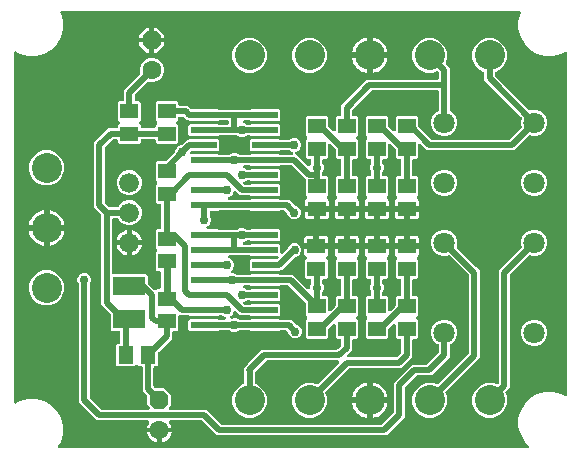
<source format=gbr>
G04 EAGLE Gerber X2 export*
%TF.Part,Single*%
%TF.FileFunction,Copper,L1,Top,Mixed*%
%TF.FilePolarity,Positive*%
%TF.GenerationSoftware,Autodesk,EAGLE,8.7.0*%
%TF.CreationDate,2018-05-23T13:35:31Z*%
G75*
%MOMM*%
%FSLAX34Y34*%
%LPD*%
%AMOC8*
5,1,8,0,0,1.08239X$1,22.5*%
G01*
%ADD10P,1.732040X8X112.500000*%
%ADD11C,1.600200*%
%ADD12R,2.700000X1.600000*%
%ADD13R,1.500000X1.300000*%
%ADD14R,2.200000X0.600000*%
%ADD15R,1.300000X1.500000*%
%ADD16C,1.676400*%
%ADD17C,2.540000*%
%ADD18C,1.800000*%
%ADD19C,0.508000*%
%ADD20C,0.756400*%
%ADD21C,0.609600*%

G36*
X515066Y86378D02*
X515066Y86378D01*
X515205Y86391D01*
X515224Y86398D01*
X515244Y86401D01*
X515373Y86452D01*
X515504Y86499D01*
X515521Y86510D01*
X515539Y86518D01*
X515652Y86599D01*
X515767Y86677D01*
X515780Y86693D01*
X515797Y86704D01*
X515886Y86812D01*
X515977Y86916D01*
X515987Y86934D01*
X516000Y86949D01*
X516059Y87075D01*
X516122Y87199D01*
X516126Y87219D01*
X516135Y87237D01*
X516161Y87373D01*
X516192Y87509D01*
X516191Y87530D01*
X516195Y87549D01*
X516186Y87688D01*
X516182Y87827D01*
X516176Y87847D01*
X516175Y87867D01*
X516132Y87999D01*
X516094Y88133D01*
X516083Y88150D01*
X516077Y88169D01*
X516002Y88287D01*
X515932Y88407D01*
X515914Y88428D01*
X515907Y88438D01*
X515892Y88452D01*
X515826Y88527D01*
X512466Y91887D01*
X509022Y97852D01*
X507239Y104506D01*
X507239Y111394D01*
X509022Y118048D01*
X512466Y124013D01*
X517337Y128884D01*
X523302Y132328D01*
X529956Y134111D01*
X536844Y134111D01*
X543498Y132328D01*
X546535Y130574D01*
X546658Y130523D01*
X546777Y130466D01*
X546804Y130461D01*
X546829Y130451D01*
X546960Y130431D01*
X547090Y130407D01*
X547116Y130408D01*
X547143Y130404D01*
X547275Y130418D01*
X547407Y130426D01*
X547433Y130435D01*
X547459Y130437D01*
X547584Y130484D01*
X547709Y130524D01*
X547732Y130539D01*
X547758Y130548D01*
X547866Y130624D01*
X547978Y130695D01*
X547997Y130714D01*
X548019Y130730D01*
X548105Y130830D01*
X548196Y130926D01*
X548209Y130950D01*
X548227Y130970D01*
X548286Y131089D01*
X548350Y131205D01*
X548356Y131231D01*
X548368Y131255D01*
X548396Y131385D01*
X548429Y131513D01*
X548431Y131551D01*
X548435Y131566D01*
X548434Y131588D01*
X548439Y131673D01*
X548439Y420777D01*
X548423Y420908D01*
X548412Y421040D01*
X548403Y421066D01*
X548399Y421092D01*
X548351Y421215D01*
X548307Y421340D01*
X548292Y421363D01*
X548282Y421388D01*
X548205Y421495D01*
X548131Y421605D01*
X548111Y421623D01*
X548096Y421645D01*
X547993Y421730D01*
X547895Y421818D01*
X547871Y421831D01*
X547851Y421848D01*
X547731Y421905D01*
X547614Y421966D01*
X547587Y421972D01*
X547563Y421984D01*
X547433Y422008D01*
X547304Y422039D01*
X547277Y422038D01*
X547251Y422043D01*
X547119Y422035D01*
X546986Y422033D01*
X546960Y422025D01*
X546933Y422024D01*
X546807Y421983D01*
X546680Y421947D01*
X546645Y421930D01*
X546631Y421926D01*
X546612Y421914D01*
X546535Y421876D01*
X543498Y420122D01*
X536844Y418339D01*
X529956Y418339D01*
X523302Y420122D01*
X517337Y423566D01*
X512466Y428437D01*
X509022Y434402D01*
X507239Y441056D01*
X507239Y447944D01*
X509039Y454661D01*
X509094Y454777D01*
X509099Y454803D01*
X509109Y454828D01*
X509129Y454960D01*
X509154Y455090D01*
X509152Y455116D01*
X509156Y455143D01*
X509142Y455275D01*
X509134Y455407D01*
X509126Y455432D01*
X509123Y455459D01*
X509077Y455583D01*
X509036Y455709D01*
X509022Y455732D01*
X509012Y455757D01*
X508937Y455866D01*
X508866Y455978D01*
X508846Y455997D01*
X508831Y456019D01*
X508731Y456105D01*
X508634Y456196D01*
X508611Y456209D01*
X508590Y456227D01*
X508472Y456286D01*
X508356Y456350D01*
X508330Y456356D01*
X508306Y456368D01*
X508176Y456396D01*
X508048Y456429D01*
X508010Y456431D01*
X507995Y456435D01*
X507973Y456434D01*
X507887Y456439D01*
X120763Y456439D01*
X120632Y456423D01*
X120499Y456412D01*
X120474Y456403D01*
X120448Y456399D01*
X120324Y456351D01*
X120199Y456307D01*
X120177Y456292D01*
X120152Y456282D01*
X120045Y456205D01*
X119934Y456131D01*
X119916Y456111D01*
X119894Y456096D01*
X119810Y455993D01*
X119721Y455895D01*
X119709Y455871D01*
X119692Y455851D01*
X119635Y455731D01*
X119574Y455613D01*
X119568Y455587D01*
X119556Y455563D01*
X119531Y455433D01*
X119501Y455304D01*
X119501Y455277D01*
X119496Y455251D01*
X119505Y455119D01*
X119507Y454986D01*
X119514Y454960D01*
X119516Y454933D01*
X119557Y454807D01*
X119592Y454679D01*
X119609Y454645D01*
X119614Y454631D01*
X119623Y454617D01*
X121411Y447944D01*
X121411Y441056D01*
X119628Y434402D01*
X116184Y428437D01*
X111313Y423566D01*
X105348Y420122D01*
X98694Y418339D01*
X91806Y418339D01*
X85152Y420122D01*
X81915Y421991D01*
X81792Y422043D01*
X81673Y422099D01*
X81646Y422104D01*
X81621Y422115D01*
X81490Y422134D01*
X81360Y422159D01*
X81334Y422157D01*
X81307Y422161D01*
X81175Y422147D01*
X81043Y422139D01*
X81017Y422131D01*
X80991Y422128D01*
X80866Y422082D01*
X80741Y422041D01*
X80718Y422027D01*
X80692Y422017D01*
X80584Y421942D01*
X80472Y421871D01*
X80453Y421851D01*
X80431Y421836D01*
X80345Y421736D01*
X80254Y421639D01*
X80241Y421616D01*
X80223Y421595D01*
X80164Y421477D01*
X80100Y421361D01*
X80094Y421335D01*
X80082Y421311D01*
X80054Y421181D01*
X80021Y421053D01*
X80019Y421015D01*
X80015Y420999D01*
X80016Y420978D01*
X80011Y420892D01*
X80011Y125208D01*
X80027Y125077D01*
X80038Y124945D01*
X80047Y124919D01*
X80051Y124892D01*
X80099Y124769D01*
X80143Y124644D01*
X80158Y124622D01*
X80168Y124597D01*
X80245Y124490D01*
X80319Y124379D01*
X80339Y124361D01*
X80354Y124339D01*
X80457Y124255D01*
X80555Y124166D01*
X80579Y124154D01*
X80599Y124136D01*
X80719Y124080D01*
X80836Y124019D01*
X80863Y124012D01*
X80887Y124001D01*
X81017Y123976D01*
X81146Y123946D01*
X81173Y123946D01*
X81199Y123941D01*
X81331Y123949D01*
X81464Y123952D01*
X81490Y123959D01*
X81517Y123961D01*
X81643Y124002D01*
X81770Y124037D01*
X81805Y124054D01*
X81819Y124059D01*
X81838Y124071D01*
X81915Y124109D01*
X85152Y125978D01*
X91806Y127761D01*
X98694Y127761D01*
X105348Y125978D01*
X111313Y122534D01*
X116184Y117663D01*
X119628Y111698D01*
X121411Y105044D01*
X121411Y98156D01*
X119628Y91502D01*
X117759Y88265D01*
X117707Y88142D01*
X117651Y88023D01*
X117646Y87996D01*
X117635Y87971D01*
X117616Y87840D01*
X117591Y87710D01*
X117593Y87684D01*
X117589Y87657D01*
X117603Y87525D01*
X117611Y87393D01*
X117619Y87367D01*
X117622Y87341D01*
X117668Y87216D01*
X117709Y87091D01*
X117723Y87068D01*
X117733Y87042D01*
X117808Y86934D01*
X117879Y86822D01*
X117899Y86803D01*
X117914Y86781D01*
X118014Y86695D01*
X118111Y86604D01*
X118134Y86591D01*
X118155Y86573D01*
X118273Y86514D01*
X118389Y86450D01*
X118415Y86444D01*
X118439Y86432D01*
X118569Y86404D01*
X118697Y86371D01*
X118735Y86369D01*
X118751Y86365D01*
X118772Y86366D01*
X118858Y86361D01*
X514928Y86361D01*
X515066Y86378D01*
G37*
%LPC*%
G36*
X252106Y97027D02*
X252106Y97027D01*
X249056Y100078D01*
X239778Y109356D01*
X239699Y109416D01*
X239627Y109484D01*
X239574Y109513D01*
X239526Y109550D01*
X239435Y109590D01*
X239349Y109638D01*
X239290Y109653D01*
X239235Y109677D01*
X239137Y109692D01*
X239041Y109717D01*
X238941Y109723D01*
X238920Y109727D01*
X238908Y109725D01*
X238880Y109727D01*
X212817Y109727D01*
X212777Y109722D01*
X212737Y109725D01*
X212620Y109702D01*
X212501Y109687D01*
X212464Y109673D01*
X212425Y109665D01*
X212317Y109614D01*
X212205Y109570D01*
X212173Y109547D01*
X212137Y109530D01*
X212045Y109454D01*
X211948Y109384D01*
X211923Y109353D01*
X211892Y109328D01*
X211821Y109231D01*
X211745Y109139D01*
X211728Y109103D01*
X211705Y109070D01*
X211661Y108959D01*
X211610Y108851D01*
X211602Y108812D01*
X211587Y108775D01*
X211572Y108656D01*
X211550Y108539D01*
X211552Y108499D01*
X211547Y108459D01*
X211562Y108341D01*
X211570Y108221D01*
X211582Y108183D01*
X211587Y108144D01*
X211631Y108032D01*
X211668Y107919D01*
X211689Y107885D01*
X211704Y107848D01*
X211790Y107712D01*
X212216Y107125D01*
X212969Y105647D01*
X213482Y104069D01*
X213551Y103631D01*
X203962Y103631D01*
X203844Y103616D01*
X203725Y103609D01*
X203687Y103596D01*
X203647Y103591D01*
X203536Y103548D01*
X203423Y103511D01*
X203389Y103489D01*
X203351Y103474D01*
X203255Y103405D01*
X203203Y103371D01*
X203185Y103388D01*
X203150Y103408D01*
X203118Y103433D01*
X203011Y103484D01*
X202906Y103542D01*
X202867Y103552D01*
X202831Y103569D01*
X202714Y103591D01*
X202598Y103621D01*
X202538Y103625D01*
X202518Y103629D01*
X202498Y103627D01*
X202438Y103631D01*
X192849Y103631D01*
X192918Y104069D01*
X193431Y105647D01*
X194184Y107125D01*
X194610Y107712D01*
X194629Y107747D01*
X194655Y107777D01*
X194706Y107886D01*
X194764Y107991D01*
X194773Y108029D01*
X194790Y108065D01*
X194813Y108182D01*
X194843Y108299D01*
X194843Y108339D01*
X194850Y108378D01*
X194843Y108497D01*
X194843Y108617D01*
X194833Y108655D01*
X194830Y108695D01*
X194794Y108809D01*
X194764Y108925D01*
X194745Y108960D01*
X194732Y108997D01*
X194668Y109099D01*
X194611Y109203D01*
X194584Y109232D01*
X194562Y109266D01*
X194475Y109348D01*
X194393Y109435D01*
X194360Y109457D01*
X194331Y109484D01*
X194226Y109542D01*
X194125Y109606D01*
X194087Y109618D01*
X194052Y109638D01*
X193936Y109667D01*
X193822Y109705D01*
X193783Y109707D01*
X193744Y109717D01*
X193583Y109727D01*
X150506Y109727D01*
X147456Y112777D01*
X147456Y112778D01*
X135127Y125106D01*
X135127Y224424D01*
X135115Y224522D01*
X135112Y224621D01*
X135095Y224679D01*
X135087Y224739D01*
X135051Y224831D01*
X135023Y224926D01*
X134993Y224979D01*
X134970Y225035D01*
X134912Y225115D01*
X134862Y225200D01*
X134796Y225276D01*
X134784Y225292D01*
X134774Y225300D01*
X134772Y225302D01*
X133885Y227443D01*
X133885Y229757D01*
X134770Y231894D01*
X136406Y233530D01*
X138543Y234415D01*
X140857Y234415D01*
X142994Y233530D01*
X144630Y231894D01*
X145515Y229757D01*
X145515Y227443D01*
X144626Y225297D01*
X144584Y225243D01*
X144516Y225171D01*
X144487Y225118D01*
X144450Y225070D01*
X144410Y224979D01*
X144362Y224892D01*
X144347Y224834D01*
X144323Y224778D01*
X144308Y224680D01*
X144283Y224584D01*
X144277Y224484D01*
X144273Y224464D01*
X144275Y224452D01*
X144273Y224424D01*
X144273Y129420D01*
X144285Y129322D01*
X144288Y129223D01*
X144305Y129164D01*
X144313Y129104D01*
X144349Y129012D01*
X144377Y128917D01*
X144407Y128865D01*
X144430Y128809D01*
X144488Y128729D01*
X144538Y128643D01*
X144604Y128568D01*
X144616Y128551D01*
X144626Y128543D01*
X144644Y128522D01*
X153922Y119244D01*
X154001Y119184D01*
X154073Y119116D01*
X154126Y119087D01*
X154174Y119050D01*
X154265Y119010D01*
X154351Y118962D01*
X154410Y118947D01*
X154465Y118923D01*
X154563Y118908D01*
X154659Y118883D01*
X154759Y118877D01*
X154780Y118873D01*
X154792Y118875D01*
X154820Y118873D01*
X194073Y118873D01*
X194211Y118890D01*
X194350Y118903D01*
X194369Y118910D01*
X194389Y118913D01*
X194518Y118964D01*
X194649Y119011D01*
X194666Y119022D01*
X194684Y119030D01*
X194797Y119111D01*
X194912Y119189D01*
X194925Y119205D01*
X194942Y119216D01*
X195031Y119324D01*
X195122Y119428D01*
X195132Y119446D01*
X195145Y119461D01*
X195204Y119587D01*
X195267Y119711D01*
X195272Y119731D01*
X195280Y119749D01*
X195306Y119885D01*
X195337Y120021D01*
X195336Y120042D01*
X195340Y120061D01*
X195331Y120200D01*
X195327Y120339D01*
X195321Y120359D01*
X195320Y120379D01*
X195277Y120511D01*
X195239Y120645D01*
X195228Y120662D01*
X195222Y120681D01*
X195148Y120799D01*
X195077Y120919D01*
X195059Y120940D01*
X195052Y120950D01*
X195037Y120964D01*
X194971Y121039D01*
X193166Y122844D01*
X193166Y130041D01*
X193154Y130139D01*
X193151Y130238D01*
X193134Y130297D01*
X193126Y130357D01*
X193090Y130449D01*
X193062Y130544D01*
X193032Y130596D01*
X193009Y130652D01*
X192951Y130732D01*
X192901Y130818D01*
X192835Y130893D01*
X192823Y130910D01*
X192813Y130918D01*
X192795Y130939D01*
X192128Y131606D01*
X189077Y134656D01*
X189077Y154298D01*
X189062Y154416D01*
X189055Y154535D01*
X189042Y154573D01*
X189037Y154614D01*
X188994Y154724D01*
X188957Y154837D01*
X188935Y154872D01*
X188920Y154909D01*
X188851Y155005D01*
X188787Y155106D01*
X188757Y155134D01*
X188734Y155167D01*
X188642Y155243D01*
X188555Y155324D01*
X188520Y155344D01*
X188489Y155369D01*
X188381Y155420D01*
X188277Y155478D01*
X188237Y155488D01*
X188201Y155505D01*
X188084Y155527D01*
X187969Y155557D01*
X187909Y155561D01*
X187889Y155565D01*
X187868Y155563D01*
X187808Y155567D01*
X186308Y155567D01*
X185047Y156828D01*
X184953Y156901D01*
X184864Y156980D01*
X184828Y156998D01*
X184796Y157023D01*
X184687Y157070D01*
X184581Y157124D01*
X184542Y157133D01*
X184504Y157149D01*
X184387Y157168D01*
X184271Y157194D01*
X184230Y157193D01*
X184190Y157199D01*
X184072Y157188D01*
X183953Y157184D01*
X183914Y157173D01*
X183874Y157169D01*
X183762Y157129D01*
X183647Y157096D01*
X183612Y157075D01*
X183574Y157062D01*
X183476Y156995D01*
X183373Y156934D01*
X183328Y156894D01*
X183311Y156883D01*
X183298Y156868D01*
X183252Y156828D01*
X181992Y155567D01*
X167308Y155567D01*
X166117Y156758D01*
X166117Y173442D01*
X167308Y174633D01*
X168808Y174633D01*
X168926Y174648D01*
X169045Y174655D01*
X169083Y174668D01*
X169124Y174673D01*
X169234Y174716D01*
X169347Y174753D01*
X169382Y174775D01*
X169419Y174790D01*
X169515Y174859D01*
X169616Y174923D01*
X169644Y174953D01*
X169677Y174976D01*
X169753Y175068D01*
X169834Y175155D01*
X169854Y175190D01*
X169879Y175221D01*
X169930Y175329D01*
X169988Y175433D01*
X169998Y175473D01*
X170015Y175509D01*
X170037Y175626D01*
X170067Y175741D01*
X170071Y175801D01*
X170075Y175821D01*
X170073Y175842D01*
X170077Y175902D01*
X170077Y184248D01*
X170062Y184366D01*
X170055Y184485D01*
X170042Y184523D01*
X170037Y184564D01*
X169994Y184674D01*
X169957Y184787D01*
X169935Y184822D01*
X169920Y184859D01*
X169851Y184955D01*
X169787Y185056D01*
X169757Y185084D01*
X169734Y185117D01*
X169642Y185193D01*
X169555Y185274D01*
X169520Y185294D01*
X169489Y185319D01*
X169381Y185370D01*
X169277Y185428D01*
X169237Y185438D01*
X169201Y185455D01*
X169084Y185477D01*
X168969Y185507D01*
X168909Y185511D01*
X168889Y185515D01*
X168868Y185513D01*
X168808Y185517D01*
X163458Y185517D01*
X162267Y186708D01*
X162267Y199040D01*
X162255Y199138D01*
X162252Y199237D01*
X162235Y199296D01*
X162227Y199356D01*
X162191Y199448D01*
X162163Y199543D01*
X162133Y199595D01*
X162110Y199651D01*
X162052Y199732D01*
X162002Y199817D01*
X161936Y199892D01*
X161924Y199909D01*
X161914Y199917D01*
X161896Y199938D01*
X154177Y207656D01*
X154177Y283330D01*
X154165Y283428D01*
X154162Y283527D01*
X154145Y283586D01*
X154137Y283646D01*
X154101Y283738D01*
X154073Y283833D01*
X154043Y283885D01*
X154020Y283941D01*
X153962Y284021D01*
X153912Y284107D01*
X153846Y284182D01*
X153834Y284199D01*
X153824Y284207D01*
X153806Y284228D01*
X147827Y290206D01*
X147827Y344794D01*
X160056Y357023D01*
X166998Y357023D01*
X167116Y357038D01*
X167235Y357045D01*
X167273Y357058D01*
X167314Y357063D01*
X167424Y357106D01*
X167537Y357143D01*
X167572Y357165D01*
X167609Y357180D01*
X167705Y357249D01*
X167806Y357313D01*
X167834Y357343D01*
X167867Y357366D01*
X167943Y357458D01*
X168024Y357545D01*
X168044Y357580D01*
X168069Y357611D01*
X168120Y357719D01*
X168178Y357823D01*
X168188Y357863D01*
X168205Y357899D01*
X168227Y358016D01*
X168257Y358131D01*
X168261Y358191D01*
X168265Y358211D01*
X168263Y358232D01*
X168267Y358292D01*
X168267Y359792D01*
X169528Y361053D01*
X169601Y361147D01*
X169680Y361236D01*
X169698Y361272D01*
X169723Y361304D01*
X169770Y361413D01*
X169824Y361519D01*
X169833Y361558D01*
X169849Y361596D01*
X169868Y361713D01*
X169894Y361829D01*
X169893Y361870D01*
X169899Y361910D01*
X169888Y362028D01*
X169884Y362147D01*
X169873Y362186D01*
X169869Y362226D01*
X169829Y362338D01*
X169796Y362453D01*
X169775Y362488D01*
X169762Y362526D01*
X169695Y362624D01*
X169634Y362727D01*
X169594Y362772D01*
X169583Y362789D01*
X169568Y362802D01*
X169528Y362848D01*
X168267Y364108D01*
X168267Y378792D01*
X169458Y379983D01*
X171958Y379983D01*
X172076Y379998D01*
X172195Y380005D01*
X172233Y380018D01*
X172274Y380023D01*
X172384Y380066D01*
X172497Y380103D01*
X172532Y380125D01*
X172569Y380140D01*
X172665Y380209D01*
X172766Y380273D01*
X172794Y380303D01*
X172827Y380326D01*
X172903Y380418D01*
X172984Y380505D01*
X173004Y380540D01*
X173029Y380571D01*
X173080Y380679D01*
X173138Y380783D01*
X173148Y380823D01*
X173165Y380859D01*
X173187Y380976D01*
X173217Y381091D01*
X173221Y381151D01*
X173225Y381171D01*
X173223Y381192D01*
X173227Y381252D01*
X173227Y389244D01*
X176278Y392294D01*
X186677Y402694D01*
X186695Y402717D01*
X186717Y402736D01*
X186792Y402842D01*
X186872Y402945D01*
X186883Y402972D01*
X186900Y402996D01*
X186946Y403117D01*
X186998Y403237D01*
X187003Y403266D01*
X187013Y403293D01*
X187028Y403422D01*
X187048Y403551D01*
X187045Y403580D01*
X187048Y403610D01*
X187030Y403738D01*
X187018Y403867D01*
X187008Y403895D01*
X187004Y403924D01*
X186952Y404077D01*
X186816Y404404D01*
X186816Y408396D01*
X188344Y412084D01*
X191166Y414906D01*
X194854Y416434D01*
X198846Y416434D01*
X202534Y414906D01*
X205356Y412084D01*
X206884Y408396D01*
X206884Y404404D01*
X205356Y400716D01*
X202534Y397894D01*
X198846Y396366D01*
X194854Y396366D01*
X194527Y396502D01*
X194498Y396510D01*
X194472Y396523D01*
X194346Y396551D01*
X194220Y396586D01*
X194191Y396586D01*
X194162Y396593D01*
X194032Y396589D01*
X193902Y396591D01*
X193873Y396584D01*
X193844Y396583D01*
X193719Y396547D01*
X193593Y396517D01*
X193567Y396503D01*
X193538Y396495D01*
X193427Y396429D01*
X193312Y396368D01*
X193290Y396348D01*
X193264Y396333D01*
X193144Y396227D01*
X182744Y385828D01*
X182684Y385749D01*
X182616Y385677D01*
X182587Y385624D01*
X182550Y385576D01*
X182510Y385485D01*
X182462Y385399D01*
X182447Y385340D01*
X182423Y385285D01*
X182408Y385187D01*
X182383Y385091D01*
X182377Y384991D01*
X182373Y384970D01*
X182375Y384958D01*
X182373Y384930D01*
X182373Y381252D01*
X182388Y381134D01*
X182395Y381015D01*
X182408Y380977D01*
X182413Y380936D01*
X182456Y380826D01*
X182493Y380713D01*
X182515Y380678D01*
X182530Y380641D01*
X182599Y380545D01*
X182663Y380444D01*
X182693Y380416D01*
X182716Y380383D01*
X182808Y380307D01*
X182895Y380226D01*
X182930Y380206D01*
X182961Y380181D01*
X183069Y380130D01*
X183173Y380072D01*
X183213Y380062D01*
X183249Y380045D01*
X183366Y380023D01*
X183481Y379993D01*
X183541Y379989D01*
X183561Y379985D01*
X183582Y379987D01*
X183642Y379983D01*
X186142Y379983D01*
X187333Y378792D01*
X187333Y364108D01*
X186072Y362848D01*
X185999Y362753D01*
X185920Y362664D01*
X185902Y362628D01*
X185877Y362596D01*
X185830Y362487D01*
X185776Y362381D01*
X185767Y362342D01*
X185751Y362304D01*
X185732Y362187D01*
X185706Y362071D01*
X185707Y362030D01*
X185701Y361990D01*
X185712Y361872D01*
X185716Y361753D01*
X185727Y361714D01*
X185731Y361674D01*
X185771Y361561D01*
X185804Y361447D01*
X185825Y361413D01*
X185838Y361374D01*
X185905Y361276D01*
X185966Y361173D01*
X186006Y361128D01*
X186017Y361111D01*
X186032Y361098D01*
X186072Y361053D01*
X187333Y359792D01*
X187333Y358292D01*
X187348Y358174D01*
X187355Y358055D01*
X187368Y358017D01*
X187373Y357976D01*
X187416Y357866D01*
X187453Y357753D01*
X187475Y357718D01*
X187490Y357681D01*
X187559Y357585D01*
X187623Y357484D01*
X187653Y357456D01*
X187676Y357423D01*
X187768Y357347D01*
X187855Y357266D01*
X187890Y357246D01*
X187921Y357221D01*
X188029Y357170D01*
X188133Y357112D01*
X188173Y357102D01*
X188209Y357085D01*
X188326Y357063D01*
X188441Y357033D01*
X188501Y357029D01*
X188521Y357025D01*
X188542Y357027D01*
X188602Y357023D01*
X198748Y357023D01*
X198866Y357038D01*
X198985Y357045D01*
X199023Y357058D01*
X199064Y357063D01*
X199174Y357106D01*
X199287Y357143D01*
X199322Y357165D01*
X199359Y357180D01*
X199455Y357249D01*
X199556Y357313D01*
X199584Y357343D01*
X199617Y357366D01*
X199693Y357458D01*
X199774Y357545D01*
X199794Y357580D01*
X199819Y357611D01*
X199870Y357719D01*
X199928Y357823D01*
X199938Y357863D01*
X199955Y357899D01*
X199977Y358016D01*
X200007Y358131D01*
X200011Y358191D01*
X200015Y358211D01*
X200013Y358232D01*
X200017Y358292D01*
X200017Y359792D01*
X201278Y361053D01*
X201351Y361147D01*
X201430Y361236D01*
X201448Y361272D01*
X201473Y361304D01*
X201520Y361413D01*
X201574Y361519D01*
X201583Y361558D01*
X201599Y361596D01*
X201618Y361713D01*
X201644Y361829D01*
X201643Y361870D01*
X201649Y361910D01*
X201638Y362028D01*
X201634Y362147D01*
X201623Y362186D01*
X201619Y362226D01*
X201579Y362338D01*
X201546Y362453D01*
X201525Y362488D01*
X201512Y362526D01*
X201445Y362624D01*
X201384Y362727D01*
X201344Y362772D01*
X201333Y362789D01*
X201318Y362802D01*
X201278Y362848D01*
X200017Y364108D01*
X200017Y378792D01*
X201208Y379983D01*
X217892Y379983D01*
X219083Y378792D01*
X219083Y377292D01*
X219098Y377174D01*
X219105Y377055D01*
X219118Y377017D01*
X219123Y376976D01*
X219166Y376866D01*
X219203Y376753D01*
X219225Y376718D01*
X219240Y376681D01*
X219309Y376585D01*
X219373Y376484D01*
X219403Y376456D01*
X219426Y376423D01*
X219518Y376347D01*
X219605Y376266D01*
X219640Y376246D01*
X219671Y376221D01*
X219779Y376170D01*
X219883Y376112D01*
X219923Y376102D01*
X219959Y376085D01*
X220076Y376063D01*
X220191Y376033D01*
X220251Y376029D01*
X220271Y376025D01*
X220292Y376027D01*
X220352Y376023D01*
X227344Y376023D01*
X229662Y373704D01*
X229741Y373644D01*
X229813Y373576D01*
X229866Y373547D01*
X229914Y373510D01*
X230005Y373470D01*
X230091Y373422D01*
X230150Y373407D01*
X230205Y373383D01*
X230303Y373368D01*
X230399Y373343D01*
X230499Y373337D01*
X230520Y373333D01*
X230532Y373335D01*
X230560Y373333D01*
X252542Y373333D01*
X252630Y373244D01*
X252709Y373184D01*
X252781Y373116D01*
X252834Y373087D01*
X252882Y373050D01*
X252972Y373010D01*
X253059Y372962D01*
X253118Y372947D01*
X253173Y372923D01*
X253271Y372908D01*
X253367Y372883D01*
X253467Y372877D01*
X253487Y372873D01*
X253500Y372875D01*
X253528Y372873D01*
X279872Y372873D01*
X279970Y372885D01*
X280069Y372888D01*
X280128Y372905D01*
X280188Y372913D01*
X280280Y372949D01*
X280375Y372977D01*
X280427Y373007D01*
X280483Y373030D01*
X280564Y373088D01*
X280649Y373138D01*
X280724Y373204D01*
X280741Y373216D01*
X280749Y373226D01*
X280770Y373244D01*
X280858Y373333D01*
X304542Y373333D01*
X305733Y372142D01*
X305733Y364458D01*
X304542Y363267D01*
X280858Y363267D01*
X280770Y363356D01*
X280691Y363416D01*
X280619Y363484D01*
X280566Y363513D01*
X280518Y363550D01*
X280428Y363590D01*
X280341Y363638D01*
X280282Y363653D01*
X280227Y363677D01*
X280129Y363692D01*
X280033Y363717D01*
X279933Y363723D01*
X279913Y363727D01*
X279900Y363725D01*
X279872Y363727D01*
X275005Y363727D01*
X274935Y363719D01*
X274866Y363720D01*
X274778Y363699D01*
X274689Y363687D01*
X274624Y363662D01*
X274556Y363645D01*
X274477Y363603D01*
X274393Y363570D01*
X274337Y363529D01*
X274275Y363497D01*
X274209Y363436D01*
X274136Y363384D01*
X274091Y363330D01*
X274040Y363283D01*
X273991Y363208D01*
X273933Y363139D01*
X273903Y363075D01*
X273865Y363017D01*
X273836Y362932D01*
X273798Y362851D01*
X273785Y362782D01*
X273762Y362716D01*
X273755Y362627D01*
X273738Y362539D01*
X273742Y362469D01*
X273737Y362399D01*
X273752Y362311D01*
X273758Y362221D01*
X273779Y362155D01*
X273791Y362086D01*
X273828Y362004D01*
X273856Y361919D01*
X273893Y361860D01*
X273922Y361796D01*
X273978Y361726D01*
X274026Y361650D01*
X274077Y361602D01*
X274120Y361548D01*
X274192Y361493D01*
X274257Y361432D01*
X274319Y361398D01*
X274374Y361356D01*
X274519Y361285D01*
X276353Y360526D01*
X276407Y360484D01*
X276479Y360416D01*
X276532Y360387D01*
X276580Y360350D01*
X276671Y360310D01*
X276758Y360262D01*
X276816Y360247D01*
X276872Y360223D01*
X276970Y360208D01*
X277066Y360183D01*
X277166Y360177D01*
X277186Y360173D01*
X277198Y360175D01*
X277226Y360173D01*
X279872Y360173D01*
X279970Y360185D01*
X280069Y360188D01*
X280128Y360205D01*
X280188Y360213D01*
X280280Y360249D01*
X280375Y360277D01*
X280427Y360307D01*
X280483Y360330D01*
X280564Y360388D01*
X280649Y360438D01*
X280724Y360504D01*
X280741Y360516D01*
X280749Y360526D01*
X280770Y360544D01*
X280858Y360633D01*
X304542Y360633D01*
X305733Y359442D01*
X305733Y351758D01*
X304542Y350567D01*
X280858Y350567D01*
X280770Y350656D01*
X280691Y350716D01*
X280619Y350784D01*
X280566Y350813D01*
X280518Y350850D01*
X280428Y350890D01*
X280341Y350938D01*
X280282Y350953D01*
X280227Y350977D01*
X280129Y350992D01*
X280033Y351017D01*
X279933Y351023D01*
X279913Y351027D01*
X279900Y351025D01*
X279872Y351027D01*
X277226Y351027D01*
X277128Y351015D01*
X277029Y351012D01*
X276971Y350995D01*
X276911Y350987D01*
X276819Y350951D01*
X276724Y350923D01*
X276671Y350893D01*
X276615Y350870D01*
X276535Y350812D01*
X276450Y350762D01*
X276374Y350696D01*
X276358Y350684D01*
X276350Y350674D01*
X276348Y350672D01*
X274207Y349785D01*
X271893Y349785D01*
X269747Y350674D01*
X269693Y350716D01*
X269621Y350784D01*
X269568Y350813D01*
X269520Y350850D01*
X269429Y350890D01*
X269342Y350938D01*
X269284Y350953D01*
X269228Y350977D01*
X269130Y350992D01*
X269034Y351017D01*
X268934Y351023D01*
X268914Y351027D01*
X268902Y351025D01*
X268874Y351027D01*
X253528Y351027D01*
X253430Y351015D01*
X253331Y351012D01*
X253272Y350995D01*
X253212Y350987D01*
X253120Y350951D01*
X253025Y350923D01*
X252973Y350893D01*
X252917Y350870D01*
X252836Y350812D01*
X252751Y350762D01*
X252676Y350696D01*
X252659Y350684D01*
X252651Y350674D01*
X252630Y350656D01*
X252542Y350567D01*
X228858Y350567D01*
X227667Y351758D01*
X227667Y359442D01*
X228858Y360633D01*
X252542Y360633D01*
X252630Y360544D01*
X252709Y360484D01*
X252781Y360416D01*
X252834Y360387D01*
X252882Y360350D01*
X252972Y360310D01*
X253059Y360262D01*
X253118Y360247D01*
X253173Y360223D01*
X253271Y360208D01*
X253367Y360183D01*
X253467Y360177D01*
X253487Y360173D01*
X253500Y360175D01*
X253528Y360173D01*
X260858Y360173D01*
X260976Y360188D01*
X261095Y360195D01*
X261133Y360208D01*
X261174Y360213D01*
X261284Y360256D01*
X261397Y360293D01*
X261432Y360315D01*
X261469Y360330D01*
X261565Y360399D01*
X261666Y360463D01*
X261694Y360493D01*
X261727Y360516D01*
X261803Y360608D01*
X261884Y360695D01*
X261904Y360730D01*
X261929Y360761D01*
X261980Y360869D01*
X262038Y360973D01*
X262048Y361013D01*
X262065Y361049D01*
X262087Y361166D01*
X262117Y361281D01*
X262121Y361341D01*
X262125Y361361D01*
X262123Y361382D01*
X262127Y361442D01*
X262127Y362458D01*
X262112Y362576D01*
X262105Y362695D01*
X262092Y362733D01*
X262087Y362774D01*
X262044Y362884D01*
X262007Y362997D01*
X261985Y363032D01*
X261970Y363069D01*
X261901Y363165D01*
X261837Y363266D01*
X261807Y363294D01*
X261784Y363327D01*
X261692Y363403D01*
X261605Y363484D01*
X261570Y363504D01*
X261539Y363529D01*
X261431Y363580D01*
X261327Y363638D01*
X261287Y363648D01*
X261251Y363665D01*
X261134Y363687D01*
X261019Y363717D01*
X260959Y363721D01*
X260939Y363725D01*
X260918Y363723D01*
X260858Y363727D01*
X253528Y363727D01*
X253430Y363715D01*
X253331Y363712D01*
X253272Y363695D01*
X253212Y363687D01*
X253120Y363651D01*
X253025Y363623D01*
X252973Y363593D01*
X252917Y363570D01*
X252836Y363512D01*
X252751Y363462D01*
X252676Y363396D01*
X252659Y363384D01*
X252651Y363374D01*
X252630Y363356D01*
X252542Y363267D01*
X228858Y363267D01*
X228770Y363356D01*
X228691Y363416D01*
X228619Y363484D01*
X228566Y363513D01*
X228518Y363550D01*
X228428Y363590D01*
X228341Y363638D01*
X228282Y363653D01*
X228227Y363677D01*
X228129Y363692D01*
X228033Y363717D01*
X227933Y363723D01*
X227913Y363727D01*
X227900Y363725D01*
X227872Y363727D01*
X226706Y363727D01*
X223928Y366506D01*
X223849Y366566D01*
X223777Y366634D01*
X223724Y366663D01*
X223676Y366700D01*
X223585Y366740D01*
X223499Y366788D01*
X223440Y366803D01*
X223385Y366827D01*
X223287Y366842D01*
X223191Y366867D01*
X223091Y366873D01*
X223070Y366877D01*
X223058Y366875D01*
X223030Y366877D01*
X220352Y366877D01*
X220234Y366862D01*
X220115Y366855D01*
X220077Y366842D01*
X220036Y366837D01*
X219926Y366794D01*
X219813Y366757D01*
X219778Y366735D01*
X219741Y366720D01*
X219645Y366651D01*
X219544Y366587D01*
X219516Y366557D01*
X219483Y366534D01*
X219407Y366442D01*
X219326Y366355D01*
X219306Y366320D01*
X219281Y366289D01*
X219230Y366181D01*
X219172Y366077D01*
X219162Y366037D01*
X219145Y366001D01*
X219123Y365884D01*
X219093Y365769D01*
X219089Y365709D01*
X219085Y365689D01*
X219086Y365679D01*
X219085Y365676D01*
X219086Y365662D01*
X219083Y365608D01*
X219083Y364108D01*
X217822Y362848D01*
X217749Y362753D01*
X217670Y362664D01*
X217652Y362628D01*
X217627Y362596D01*
X217580Y362487D01*
X217526Y362381D01*
X217517Y362342D01*
X217501Y362304D01*
X217482Y362187D01*
X217456Y362071D01*
X217457Y362030D01*
X217451Y361990D01*
X217462Y361872D01*
X217466Y361753D01*
X217477Y361714D01*
X217481Y361674D01*
X217521Y361561D01*
X217554Y361447D01*
X217575Y361413D01*
X217588Y361374D01*
X217655Y361276D01*
X217716Y361173D01*
X217756Y361128D01*
X217767Y361111D01*
X217782Y361098D01*
X217822Y361053D01*
X219083Y359792D01*
X219083Y345108D01*
X217926Y343951D01*
X217900Y343917D01*
X201208Y343917D01*
X200017Y345108D01*
X200017Y346608D01*
X200002Y346726D01*
X199995Y346845D01*
X199982Y346883D01*
X199977Y346924D01*
X199934Y347034D01*
X199897Y347147D01*
X199875Y347182D01*
X199860Y347219D01*
X199791Y347315D01*
X199727Y347416D01*
X199697Y347444D01*
X199674Y347477D01*
X199582Y347553D01*
X199495Y347634D01*
X199460Y347654D01*
X199429Y347679D01*
X199321Y347730D01*
X199217Y347788D01*
X199177Y347798D01*
X199141Y347815D01*
X199024Y347837D01*
X198909Y347867D01*
X198849Y347871D01*
X198829Y347875D01*
X198808Y347873D01*
X198748Y347877D01*
X188602Y347877D01*
X188484Y347862D01*
X188365Y347855D01*
X188327Y347842D01*
X188286Y347837D01*
X188176Y347794D01*
X188063Y347757D01*
X188028Y347735D01*
X187991Y347720D01*
X187895Y347651D01*
X187794Y347587D01*
X187766Y347557D01*
X187733Y347534D01*
X187657Y347442D01*
X187576Y347355D01*
X187556Y347320D01*
X187531Y347289D01*
X187480Y347181D01*
X187422Y347077D01*
X187412Y347037D01*
X187395Y347001D01*
X187373Y346884D01*
X187343Y346769D01*
X187339Y346709D01*
X187335Y346689D01*
X187337Y346668D01*
X187333Y346608D01*
X187333Y345108D01*
X186142Y343917D01*
X169458Y343917D01*
X168267Y345108D01*
X168267Y346608D01*
X168252Y346726D01*
X168245Y346845D01*
X168232Y346883D01*
X168227Y346924D01*
X168184Y347034D01*
X168147Y347147D01*
X168125Y347182D01*
X168110Y347219D01*
X168041Y347315D01*
X167977Y347416D01*
X167947Y347444D01*
X167924Y347477D01*
X167832Y347553D01*
X167745Y347634D01*
X167710Y347654D01*
X167679Y347679D01*
X167571Y347730D01*
X167467Y347788D01*
X167427Y347798D01*
X167391Y347815D01*
X167274Y347837D01*
X167159Y347867D01*
X167099Y347871D01*
X167079Y347875D01*
X167058Y347873D01*
X166998Y347877D01*
X164370Y347877D01*
X164272Y347865D01*
X164173Y347862D01*
X164114Y347845D01*
X164054Y347837D01*
X163962Y347801D01*
X163867Y347773D01*
X163815Y347743D01*
X163759Y347720D01*
X163679Y347662D01*
X163593Y347612D01*
X163518Y347546D01*
X163501Y347534D01*
X163493Y347524D01*
X163472Y347506D01*
X157344Y341378D01*
X157284Y341299D01*
X157216Y341227D01*
X157187Y341174D01*
X157150Y341126D01*
X157110Y341035D01*
X157062Y340949D01*
X157047Y340890D01*
X157023Y340835D01*
X157008Y340737D01*
X156983Y340641D01*
X156977Y340541D01*
X156973Y340520D01*
X156975Y340508D01*
X156973Y340480D01*
X156973Y294520D01*
X156985Y294422D01*
X156988Y294323D01*
X156996Y294294D01*
X156997Y294281D01*
X157007Y294252D01*
X157013Y294204D01*
X157049Y294112D01*
X157077Y294017D01*
X157090Y293994D01*
X157095Y293978D01*
X157113Y293949D01*
X157130Y293909D01*
X157188Y293829D01*
X157238Y293743D01*
X157259Y293719D01*
X157265Y293710D01*
X157279Y293697D01*
X157304Y293668D01*
X157316Y293651D01*
X157326Y293643D01*
X157344Y293622D01*
X160272Y290694D01*
X160351Y290634D01*
X160423Y290566D01*
X160476Y290537D01*
X160524Y290500D01*
X160615Y290460D01*
X160701Y290412D01*
X160760Y290397D01*
X160815Y290373D01*
X160913Y290358D01*
X161009Y290333D01*
X161109Y290327D01*
X161130Y290323D01*
X161142Y290325D01*
X161170Y290323D01*
X167573Y290323D01*
X167602Y290326D01*
X167632Y290324D01*
X167760Y290346D01*
X167889Y290363D01*
X167916Y290373D01*
X167945Y290378D01*
X168064Y290432D01*
X168184Y290480D01*
X168208Y290497D01*
X168235Y290509D01*
X168336Y290590D01*
X168442Y290666D01*
X168461Y290689D01*
X168484Y290708D01*
X168562Y290811D01*
X168645Y290911D01*
X168657Y290938D01*
X168675Y290962D01*
X168746Y291106D01*
X168971Y291649D01*
X171901Y294579D01*
X175728Y296165D01*
X179872Y296165D01*
X183699Y294579D01*
X186629Y291649D01*
X188215Y287822D01*
X188215Y283678D01*
X186629Y279851D01*
X183699Y276921D01*
X179872Y275335D01*
X175728Y275335D01*
X171901Y276921D01*
X168971Y279851D01*
X168746Y280394D01*
X168731Y280419D01*
X168722Y280447D01*
X168653Y280557D01*
X168588Y280670D01*
X168568Y280691D01*
X168552Y280716D01*
X168457Y280805D01*
X168367Y280898D01*
X168342Y280914D01*
X168320Y280934D01*
X168207Y280997D01*
X168096Y281065D01*
X168068Y281073D01*
X168042Y281088D01*
X167916Y281120D01*
X167792Y281158D01*
X167762Y281160D01*
X167734Y281167D01*
X167573Y281177D01*
X164592Y281177D01*
X164474Y281162D01*
X164355Y281155D01*
X164317Y281142D01*
X164276Y281137D01*
X164166Y281094D01*
X164053Y281057D01*
X164018Y281035D01*
X163981Y281020D01*
X163885Y280951D01*
X163784Y280887D01*
X163756Y280857D01*
X163723Y280834D01*
X163647Y280742D01*
X163566Y280655D01*
X163546Y280620D01*
X163521Y280589D01*
X163470Y280481D01*
X163412Y280377D01*
X163402Y280337D01*
X163385Y280301D01*
X163363Y280184D01*
X163333Y280069D01*
X163329Y280009D01*
X163325Y279989D01*
X163327Y279968D01*
X163323Y279908D01*
X163323Y234852D01*
X163338Y234734D01*
X163345Y234615D01*
X163358Y234577D01*
X163363Y234536D01*
X163406Y234426D01*
X163443Y234313D01*
X163465Y234278D01*
X163480Y234241D01*
X163549Y234145D01*
X163613Y234044D01*
X163643Y234016D01*
X163666Y233983D01*
X163758Y233907D01*
X163845Y233826D01*
X163880Y233806D01*
X163911Y233781D01*
X164019Y233730D01*
X164123Y233672D01*
X164163Y233662D01*
X164199Y233645D01*
X164316Y233623D01*
X164431Y233593D01*
X164491Y233589D01*
X164511Y233585D01*
X164532Y233587D01*
X164592Y233583D01*
X192142Y233583D01*
X193333Y232392D01*
X193333Y226410D01*
X193345Y226312D01*
X193348Y226213D01*
X193365Y226154D01*
X193373Y226094D01*
X193409Y226002D01*
X193437Y225907D01*
X193467Y225855D01*
X193490Y225799D01*
X193548Y225718D01*
X193598Y225633D01*
X193664Y225558D01*
X193676Y225541D01*
X193686Y225533D01*
X193704Y225512D01*
X198699Y220518D01*
X198793Y220445D01*
X198882Y220366D01*
X198918Y220348D01*
X198950Y220323D01*
X199059Y220276D01*
X199165Y220222D01*
X199204Y220213D01*
X199242Y220197D01*
X199360Y220178D01*
X199475Y220152D01*
X199516Y220153D01*
X199556Y220147D01*
X199674Y220158D01*
X199793Y220162D01*
X199832Y220173D01*
X199872Y220177D01*
X199984Y220217D01*
X200099Y220250D01*
X200134Y220271D01*
X200172Y220285D01*
X200270Y220351D01*
X200373Y220412D01*
X200418Y220452D01*
X200435Y220463D01*
X200448Y220478D01*
X200494Y220518D01*
X201208Y221233D01*
X203200Y221233D01*
X203318Y221248D01*
X203437Y221255D01*
X203475Y221268D01*
X203516Y221273D01*
X203626Y221316D01*
X203739Y221353D01*
X203774Y221375D01*
X203811Y221390D01*
X203907Y221459D01*
X204008Y221523D01*
X204036Y221553D01*
X204069Y221576D01*
X204145Y221668D01*
X204226Y221755D01*
X204246Y221790D01*
X204271Y221821D01*
X204322Y221929D01*
X204380Y222033D01*
X204390Y222073D01*
X204407Y222109D01*
X204429Y222226D01*
X204459Y222341D01*
X204463Y222401D01*
X204467Y222421D01*
X204465Y222442D01*
X204469Y222502D01*
X204469Y234698D01*
X204454Y234816D01*
X204447Y234935D01*
X204434Y234973D01*
X204429Y235014D01*
X204386Y235124D01*
X204349Y235237D01*
X204327Y235272D01*
X204312Y235309D01*
X204243Y235405D01*
X204179Y235506D01*
X204149Y235534D01*
X204126Y235567D01*
X204034Y235643D01*
X203947Y235724D01*
X203912Y235744D01*
X203881Y235769D01*
X203773Y235820D01*
X203669Y235878D01*
X203629Y235888D01*
X203593Y235905D01*
X203476Y235927D01*
X203361Y235957D01*
X203301Y235961D01*
X203281Y235965D01*
X203260Y235963D01*
X203200Y235967D01*
X201208Y235967D01*
X200017Y237158D01*
X200017Y251842D01*
X201278Y253102D01*
X201351Y253197D01*
X201430Y253286D01*
X201448Y253322D01*
X201473Y253354D01*
X201520Y253463D01*
X201574Y253569D01*
X201583Y253608D01*
X201599Y253646D01*
X201618Y253763D01*
X201644Y253879D01*
X201643Y253920D01*
X201649Y253960D01*
X201638Y254078D01*
X201634Y254197D01*
X201623Y254236D01*
X201619Y254276D01*
X201579Y254388D01*
X201546Y254503D01*
X201525Y254537D01*
X201512Y254576D01*
X201445Y254674D01*
X201384Y254777D01*
X201344Y254822D01*
X201333Y254839D01*
X201318Y254852D01*
X201278Y254897D01*
X200017Y256158D01*
X200017Y270842D01*
X201208Y272033D01*
X203708Y272033D01*
X203826Y272048D01*
X203945Y272055D01*
X203983Y272068D01*
X204024Y272073D01*
X204134Y272116D01*
X204247Y272153D01*
X204282Y272175D01*
X204319Y272190D01*
X204415Y272259D01*
X204516Y272323D01*
X204544Y272353D01*
X204577Y272376D01*
X204653Y272468D01*
X204734Y272555D01*
X204754Y272590D01*
X204779Y272621D01*
X204830Y272729D01*
X204888Y272833D01*
X204898Y272873D01*
X204915Y272909D01*
X204937Y273026D01*
X204967Y273141D01*
X204971Y273201D01*
X204975Y273221D01*
X204973Y273242D01*
X204977Y273302D01*
X204977Y291848D01*
X204962Y291966D01*
X204955Y292085D01*
X204942Y292123D01*
X204937Y292164D01*
X204894Y292274D01*
X204857Y292387D01*
X204835Y292422D01*
X204820Y292459D01*
X204751Y292555D01*
X204687Y292656D01*
X204657Y292684D01*
X204634Y292717D01*
X204542Y292793D01*
X204455Y292874D01*
X204420Y292894D01*
X204389Y292919D01*
X204281Y292970D01*
X204177Y293028D01*
X204137Y293038D01*
X204101Y293055D01*
X203984Y293077D01*
X203869Y293107D01*
X203809Y293111D01*
X203789Y293115D01*
X203768Y293113D01*
X203708Y293117D01*
X201208Y293117D01*
X200017Y294308D01*
X200017Y308992D01*
X201278Y310252D01*
X201351Y310347D01*
X201430Y310436D01*
X201448Y310472D01*
X201473Y310504D01*
X201520Y310613D01*
X201574Y310719D01*
X201583Y310758D01*
X201599Y310796D01*
X201618Y310913D01*
X201644Y311029D01*
X201643Y311070D01*
X201649Y311110D01*
X201638Y311228D01*
X201634Y311347D01*
X201623Y311386D01*
X201619Y311426D01*
X201579Y311539D01*
X201546Y311653D01*
X201525Y311687D01*
X201512Y311726D01*
X201445Y311824D01*
X201384Y311927D01*
X201344Y311972D01*
X201333Y311989D01*
X201318Y312002D01*
X201278Y312047D01*
X200017Y313308D01*
X200017Y327992D01*
X201208Y329183D01*
X207890Y329183D01*
X207988Y329195D01*
X208087Y329198D01*
X208146Y329215D01*
X208206Y329223D01*
X208298Y329259D01*
X208393Y329287D01*
X208445Y329317D01*
X208501Y329340D01*
X208582Y329398D01*
X208667Y329448D01*
X208742Y329514D01*
X208759Y329526D01*
X208767Y329536D01*
X208788Y329554D01*
X216500Y337266D01*
X216560Y337345D01*
X216628Y337417D01*
X216657Y337470D01*
X216695Y337518D01*
X216734Y337609D01*
X216782Y337695D01*
X216797Y337754D01*
X216821Y337810D01*
X216836Y337908D01*
X216861Y338003D01*
X216868Y338103D01*
X216871Y338124D01*
X216870Y338136D01*
X216870Y338139D01*
X217757Y340280D01*
X219227Y341751D01*
X219313Y341860D01*
X219340Y341894D01*
X221539Y342805D01*
X221606Y342813D01*
X221706Y342816D01*
X221764Y342833D01*
X221824Y342841D01*
X221916Y342877D01*
X222011Y342905D01*
X222063Y342935D01*
X222120Y342958D01*
X222200Y343016D01*
X222285Y343066D01*
X222360Y343133D01*
X222377Y343145D01*
X222385Y343154D01*
X222406Y343173D01*
X226706Y347473D01*
X227872Y347473D01*
X227970Y347485D01*
X228069Y347488D01*
X228128Y347505D01*
X228188Y347513D01*
X228280Y347549D01*
X228375Y347577D01*
X228427Y347607D01*
X228483Y347630D01*
X228564Y347688D01*
X228649Y347738D01*
X228724Y347804D01*
X228741Y347816D01*
X228749Y347826D01*
X228770Y347844D01*
X228858Y347933D01*
X252542Y347933D01*
X253733Y346742D01*
X253733Y339058D01*
X252542Y337867D01*
X230560Y337867D01*
X230462Y337855D01*
X230363Y337852D01*
X230304Y337835D01*
X230244Y337827D01*
X230152Y337791D01*
X230057Y337763D01*
X230005Y337733D01*
X229949Y337710D01*
X229869Y337652D01*
X229783Y337602D01*
X229708Y337536D01*
X229691Y337524D01*
X229683Y337514D01*
X229662Y337496D01*
X229566Y337399D01*
X229481Y337290D01*
X229392Y337183D01*
X229384Y337164D01*
X229371Y337148D01*
X229316Y337020D01*
X229257Y336895D01*
X229253Y336875D01*
X229245Y336856D01*
X229223Y336718D01*
X229197Y336582D01*
X229198Y336562D01*
X229195Y336542D01*
X229208Y336403D01*
X229217Y336265D01*
X229223Y336246D01*
X229225Y336226D01*
X229272Y336094D01*
X229315Y335963D01*
X229326Y335945D01*
X229333Y335926D01*
X229411Y335811D01*
X229485Y335694D01*
X229500Y335680D01*
X229511Y335663D01*
X229615Y335571D01*
X229717Y335476D01*
X229734Y335466D01*
X229750Y335453D01*
X229873Y335389D01*
X229995Y335322D01*
X230015Y335317D01*
X230033Y335308D01*
X230169Y335278D01*
X230303Y335243D01*
X230331Y335241D01*
X230343Y335238D01*
X230364Y335239D01*
X230464Y335233D01*
X252542Y335233D01*
X252630Y335144D01*
X252709Y335084D01*
X252781Y335016D01*
X252834Y334987D01*
X252882Y334950D01*
X252972Y334910D01*
X253059Y334862D01*
X253118Y334847D01*
X253173Y334823D01*
X253271Y334808D01*
X253367Y334783D01*
X253467Y334777D01*
X253487Y334773D01*
X253500Y334775D01*
X253528Y334773D01*
X262524Y334773D01*
X262622Y334785D01*
X262721Y334788D01*
X262779Y334805D01*
X262839Y334813D01*
X262931Y334849D01*
X263026Y334877D01*
X263079Y334907D01*
X263135Y334930D01*
X263215Y334988D01*
X263300Y335038D01*
X263376Y335104D01*
X263392Y335116D01*
X263400Y335126D01*
X263402Y335128D01*
X265543Y336015D01*
X267857Y336015D01*
X270003Y335126D01*
X270057Y335084D01*
X270129Y335016D01*
X270182Y334987D01*
X270230Y334950D01*
X270321Y334910D01*
X270408Y334862D01*
X270466Y334847D01*
X270522Y334823D01*
X270620Y334808D01*
X270716Y334783D01*
X270816Y334777D01*
X270836Y334773D01*
X270848Y334775D01*
X270876Y334773D01*
X279872Y334773D01*
X279970Y334785D01*
X280069Y334788D01*
X280128Y334805D01*
X280188Y334813D01*
X280280Y334849D01*
X280375Y334877D01*
X280427Y334907D01*
X280483Y334930D01*
X280564Y334988D01*
X280649Y335038D01*
X280724Y335104D01*
X280741Y335116D01*
X280749Y335126D01*
X280770Y335144D01*
X280858Y335233D01*
X304542Y335233D01*
X304630Y335144D01*
X304709Y335084D01*
X304781Y335016D01*
X304834Y334987D01*
X304882Y334950D01*
X304972Y334910D01*
X305059Y334862D01*
X305118Y334847D01*
X305173Y334823D01*
X305271Y334808D01*
X305367Y334783D01*
X305467Y334777D01*
X305487Y334773D01*
X305500Y334775D01*
X305528Y334773D01*
X315545Y334773D01*
X315615Y334781D01*
X315684Y334780D01*
X315772Y334801D01*
X315861Y334813D01*
X315926Y334838D01*
X315994Y334855D01*
X316073Y334897D01*
X316157Y334930D01*
X316213Y334971D01*
X316275Y335003D01*
X316341Y335064D01*
X316414Y335116D01*
X316459Y335170D01*
X316510Y335217D01*
X316559Y335292D01*
X316617Y335361D01*
X316647Y335425D01*
X316685Y335483D01*
X316714Y335568D01*
X316752Y335649D01*
X316765Y335718D01*
X316788Y335784D01*
X316795Y335873D01*
X316812Y335961D01*
X316808Y336031D01*
X316813Y336101D01*
X316798Y336189D01*
X316792Y336279D01*
X316771Y336345D01*
X316759Y336414D01*
X316722Y336496D01*
X316694Y336581D01*
X316657Y336640D01*
X316628Y336704D01*
X316572Y336774D01*
X316524Y336850D01*
X316473Y336898D01*
X316430Y336952D01*
X316358Y337007D01*
X316293Y337068D01*
X316231Y337102D01*
X316176Y337144D01*
X316031Y337215D01*
X314197Y337974D01*
X314143Y338016D01*
X314071Y338084D01*
X314018Y338113D01*
X313970Y338150D01*
X313879Y338190D01*
X313792Y338238D01*
X313734Y338253D01*
X313678Y338277D01*
X313580Y338292D01*
X313484Y338317D01*
X313384Y338323D01*
X313364Y338327D01*
X313352Y338325D01*
X313324Y338327D01*
X305528Y338327D01*
X305430Y338315D01*
X305331Y338312D01*
X305272Y338295D01*
X305212Y338287D01*
X305120Y338251D01*
X305025Y338223D01*
X304973Y338193D01*
X304917Y338170D01*
X304836Y338112D01*
X304751Y338062D01*
X304676Y337996D01*
X304659Y337984D01*
X304651Y337974D01*
X304630Y337956D01*
X304542Y337867D01*
X280858Y337867D01*
X279667Y339058D01*
X279667Y346742D01*
X280858Y347933D01*
X304542Y347933D01*
X304630Y347844D01*
X304709Y347784D01*
X304781Y347716D01*
X304834Y347687D01*
X304882Y347650D01*
X304972Y347610D01*
X305059Y347562D01*
X305118Y347547D01*
X305173Y347523D01*
X305271Y347508D01*
X305367Y347483D01*
X305467Y347477D01*
X305487Y347473D01*
X305500Y347475D01*
X305528Y347473D01*
X313324Y347473D01*
X313422Y347485D01*
X313521Y347488D01*
X313579Y347505D01*
X313639Y347513D01*
X313731Y347549D01*
X313826Y347577D01*
X313879Y347607D01*
X313935Y347630D01*
X314015Y347688D01*
X314100Y347738D01*
X314176Y347804D01*
X314192Y347816D01*
X314200Y347826D01*
X314202Y347828D01*
X316343Y348715D01*
X318657Y348715D01*
X320794Y347830D01*
X322430Y346194D01*
X323315Y344057D01*
X323315Y341743D01*
X322430Y339606D01*
X320794Y337970D01*
X318969Y337215D01*
X318908Y337180D01*
X318843Y337154D01*
X318771Y337102D01*
X318693Y337057D01*
X318642Y337009D01*
X318586Y336968D01*
X318529Y336898D01*
X318464Y336836D01*
X318428Y336776D01*
X318383Y336723D01*
X318345Y336641D01*
X318298Y336565D01*
X318277Y336498D01*
X318248Y336435D01*
X318231Y336347D01*
X318204Y336261D01*
X318201Y336191D01*
X318188Y336122D01*
X318193Y336033D01*
X318189Y335943D01*
X318203Y335875D01*
X318208Y335805D01*
X318235Y335720D01*
X318253Y335632D01*
X318284Y335569D01*
X318306Y335503D01*
X318354Y335427D01*
X318393Y335346D01*
X318438Y335293D01*
X318476Y335234D01*
X318541Y335172D01*
X318600Y335104D01*
X318657Y335064D01*
X318707Y335016D01*
X318786Y334973D01*
X318860Y334921D01*
X318925Y334896D01*
X318986Y334862D01*
X319073Y334840D01*
X319157Y334808D01*
X319226Y334800D01*
X319294Y334783D01*
X319390Y334777D01*
X322444Y331722D01*
X328931Y325236D01*
X328970Y325206D01*
X329003Y325169D01*
X329095Y325109D01*
X329182Y325041D01*
X329228Y325021D01*
X329269Y324994D01*
X329373Y324958D01*
X329474Y324915D01*
X329523Y324907D01*
X329570Y324891D01*
X329679Y324882D01*
X329788Y324865D01*
X329837Y324870D01*
X329887Y324866D01*
X329995Y324884D01*
X330105Y324895D01*
X330151Y324912D01*
X330200Y324920D01*
X330300Y324965D01*
X330404Y325002D01*
X330445Y325030D01*
X330490Y325051D01*
X330576Y325119D01*
X330667Y325181D01*
X330700Y325218D01*
X330739Y325249D01*
X330805Y325337D01*
X330877Y325419D01*
X330900Y325464D01*
X330930Y325503D01*
X331001Y325648D01*
X331624Y327153D01*
X331666Y327207D01*
X331734Y327279D01*
X331763Y327332D01*
X331800Y327380D01*
X331840Y327471D01*
X331888Y327558D01*
X331903Y327616D01*
X331927Y327672D01*
X331942Y327770D01*
X331967Y327866D01*
X331973Y327966D01*
X331977Y327986D01*
X331975Y327998D01*
X331977Y328026D01*
X331977Y329948D01*
X331962Y330066D01*
X331955Y330185D01*
X331942Y330223D01*
X331937Y330264D01*
X331894Y330374D01*
X331857Y330487D01*
X331835Y330522D01*
X331820Y330559D01*
X331751Y330655D01*
X331687Y330756D01*
X331657Y330784D01*
X331634Y330817D01*
X331542Y330893D01*
X331455Y330974D01*
X331420Y330994D01*
X331389Y331019D01*
X331281Y331070D01*
X331177Y331128D01*
X331137Y331138D01*
X331101Y331155D01*
X330984Y331177D01*
X330869Y331207D01*
X330809Y331211D01*
X330789Y331215D01*
X330768Y331213D01*
X330708Y331217D01*
X328208Y331217D01*
X327017Y332408D01*
X327017Y347092D01*
X328278Y348353D01*
X328351Y348447D01*
X328430Y348536D01*
X328448Y348572D01*
X328473Y348604D01*
X328520Y348713D01*
X328574Y348819D01*
X328583Y348858D01*
X328599Y348896D01*
X328618Y349013D01*
X328644Y349129D01*
X328643Y349170D01*
X328649Y349210D01*
X328638Y349328D01*
X328634Y349447D01*
X328623Y349486D01*
X328619Y349526D01*
X328579Y349638D01*
X328546Y349753D01*
X328525Y349788D01*
X328512Y349826D01*
X328445Y349924D01*
X328384Y350027D01*
X328344Y350072D01*
X328333Y350089D01*
X328318Y350102D01*
X328278Y350148D01*
X327017Y351408D01*
X327017Y366092D01*
X328208Y367283D01*
X344892Y367283D01*
X346083Y366092D01*
X346083Y359410D01*
X346095Y359312D01*
X346098Y359213D01*
X346115Y359154D01*
X346123Y359094D01*
X346159Y359002D01*
X346187Y358907D01*
X346217Y358855D01*
X346240Y358799D01*
X346298Y358719D01*
X346348Y358633D01*
X346414Y358558D01*
X346426Y358541D01*
X346436Y358533D01*
X346454Y358512D01*
X347844Y357122D01*
X350251Y354716D01*
X350360Y354631D01*
X350467Y354542D01*
X350486Y354534D01*
X350502Y354521D01*
X350630Y354466D01*
X350755Y354407D01*
X350775Y354403D01*
X350794Y354395D01*
X350932Y354373D01*
X351068Y354347D01*
X351088Y354348D01*
X351108Y354345D01*
X351247Y354358D01*
X351385Y354367D01*
X351404Y354373D01*
X351424Y354375D01*
X351556Y354422D01*
X351687Y354465D01*
X351705Y354476D01*
X351724Y354483D01*
X351839Y354561D01*
X351956Y354635D01*
X351970Y354650D01*
X351987Y354661D01*
X352079Y354765D01*
X352174Y354867D01*
X352184Y354884D01*
X352197Y354900D01*
X352261Y355024D01*
X352328Y355145D01*
X352333Y355165D01*
X352342Y355183D01*
X352372Y355319D01*
X352407Y355453D01*
X352409Y355481D01*
X352412Y355493D01*
X352411Y355514D01*
X352417Y355614D01*
X352417Y366092D01*
X353608Y367283D01*
X356108Y367283D01*
X356226Y367298D01*
X356345Y367305D01*
X356383Y367318D01*
X356424Y367323D01*
X356534Y367366D01*
X356647Y367403D01*
X356682Y367425D01*
X356719Y367440D01*
X356815Y367509D01*
X356916Y367573D01*
X356944Y367603D01*
X356977Y367626D01*
X357053Y367718D01*
X357134Y367805D01*
X357154Y367840D01*
X357179Y367871D01*
X357230Y367979D01*
X357288Y368083D01*
X357298Y368123D01*
X357315Y368159D01*
X357337Y368276D01*
X357367Y368391D01*
X357371Y368451D01*
X357375Y368471D01*
X357373Y368492D01*
X357377Y368552D01*
X357377Y376544D01*
X379106Y398273D01*
X438658Y398273D01*
X438776Y398288D01*
X438895Y398295D01*
X438933Y398308D01*
X438974Y398313D01*
X439084Y398356D01*
X439197Y398393D01*
X439232Y398415D01*
X439269Y398430D01*
X439365Y398499D01*
X439466Y398563D01*
X439494Y398593D01*
X439527Y398616D01*
X439603Y398708D01*
X439684Y398795D01*
X439704Y398830D01*
X439729Y398861D01*
X439780Y398969D01*
X439838Y399073D01*
X439848Y399113D01*
X439865Y399149D01*
X439887Y399266D01*
X439917Y399381D01*
X439921Y399441D01*
X439925Y399461D01*
X439923Y399482D01*
X439927Y399542D01*
X439927Y403941D01*
X439915Y404039D01*
X439912Y404138D01*
X439895Y404197D01*
X439887Y404257D01*
X439851Y404349D01*
X439823Y404444D01*
X439793Y404496D01*
X439770Y404552D01*
X439712Y404632D01*
X439662Y404718D01*
X439596Y404793D01*
X439584Y404810D01*
X439574Y404818D01*
X439556Y404839D01*
X439314Y405080D01*
X439291Y405098D01*
X439271Y405121D01*
X439165Y405196D01*
X439063Y405275D01*
X439036Y405287D01*
X439011Y405304D01*
X438890Y405350D01*
X438771Y405402D01*
X438742Y405406D01*
X438714Y405417D01*
X438585Y405431D01*
X438457Y405451D01*
X438427Y405449D01*
X438398Y405452D01*
X438269Y405434D01*
X438140Y405422D01*
X438112Y405412D01*
X438083Y405407D01*
X437931Y405355D01*
X434942Y404117D01*
X429080Y404117D01*
X423666Y406360D01*
X419521Y410505D01*
X417278Y415919D01*
X417278Y421781D01*
X419521Y427195D01*
X423666Y431340D01*
X429080Y433583D01*
X434942Y433583D01*
X440356Y431340D01*
X444501Y427195D01*
X446744Y421781D01*
X446744Y415919D01*
X445506Y412930D01*
X445498Y412902D01*
X445484Y412875D01*
X445456Y412749D01*
X445422Y412624D01*
X445421Y412594D01*
X445415Y412565D01*
X445419Y412436D01*
X445417Y412306D01*
X445423Y412277D01*
X445424Y412247D01*
X445460Y412123D01*
X445491Y411996D01*
X445505Y411970D01*
X445513Y411942D01*
X445579Y411830D01*
X445639Y411715D01*
X445659Y411693D01*
X445674Y411668D01*
X445781Y411547D01*
X446022Y411305D01*
X449073Y408255D01*
X449073Y372846D01*
X449076Y372817D01*
X449074Y372787D01*
X449096Y372659D01*
X449113Y372530D01*
X449123Y372503D01*
X449128Y372474D01*
X449182Y372355D01*
X449230Y372235D01*
X449247Y372211D01*
X449259Y372184D01*
X449340Y372082D01*
X449416Y371977D01*
X449439Y371958D01*
X449458Y371935D01*
X449561Y371857D01*
X449661Y371774D01*
X449688Y371762D01*
X449712Y371744D01*
X449856Y371673D01*
X450750Y371303D01*
X453853Y368200D01*
X455533Y364145D01*
X455533Y359755D01*
X453853Y355700D01*
X450750Y352597D01*
X446695Y350917D01*
X442305Y350917D01*
X438250Y352597D01*
X435147Y355700D01*
X433467Y359755D01*
X433467Y364145D01*
X435147Y368200D01*
X438250Y371303D01*
X439144Y371673D01*
X439169Y371688D01*
X439197Y371697D01*
X439307Y371766D01*
X439420Y371831D01*
X439441Y371851D01*
X439466Y371867D01*
X439555Y371961D01*
X439648Y372052D01*
X439664Y372077D01*
X439684Y372099D01*
X439747Y372212D01*
X439815Y372323D01*
X439823Y372351D01*
X439838Y372377D01*
X439870Y372503D01*
X439908Y372627D01*
X439910Y372656D01*
X439917Y372685D01*
X439927Y372846D01*
X439927Y387858D01*
X439912Y387976D01*
X439905Y388095D01*
X439892Y388133D01*
X439887Y388174D01*
X439844Y388284D01*
X439807Y388397D01*
X439785Y388432D01*
X439770Y388469D01*
X439701Y388565D01*
X439637Y388666D01*
X439607Y388694D01*
X439584Y388727D01*
X439492Y388803D01*
X439405Y388884D01*
X439370Y388904D01*
X439339Y388929D01*
X439231Y388980D01*
X439127Y389038D01*
X439087Y389048D01*
X439051Y389065D01*
X438934Y389087D01*
X438819Y389117D01*
X438759Y389121D01*
X438739Y389125D01*
X438718Y389123D01*
X438658Y389127D01*
X383420Y389127D01*
X383322Y389115D01*
X383223Y389112D01*
X383164Y389095D01*
X383104Y389087D01*
X383012Y389051D01*
X382917Y389023D01*
X382865Y388993D01*
X382809Y388970D01*
X382729Y388912D01*
X382643Y388862D01*
X382568Y388796D01*
X382551Y388784D01*
X382543Y388774D01*
X382522Y388756D01*
X366894Y373128D01*
X366834Y373049D01*
X366766Y372977D01*
X366737Y372924D01*
X366700Y372876D01*
X366660Y372785D01*
X366612Y372699D01*
X366597Y372640D01*
X366573Y372585D01*
X366558Y372487D01*
X366533Y372391D01*
X366527Y372291D01*
X366523Y372270D01*
X366525Y372258D01*
X366523Y372230D01*
X366523Y368552D01*
X366538Y368434D01*
X366545Y368315D01*
X366558Y368277D01*
X366563Y368236D01*
X366606Y368126D01*
X366643Y368013D01*
X366665Y367978D01*
X366680Y367941D01*
X366749Y367845D01*
X366813Y367744D01*
X366843Y367716D01*
X366866Y367683D01*
X366958Y367607D01*
X367045Y367526D01*
X367080Y367506D01*
X367111Y367481D01*
X367219Y367430D01*
X367323Y367372D01*
X367363Y367362D01*
X367399Y367345D01*
X367516Y367323D01*
X367631Y367293D01*
X367691Y367289D01*
X367711Y367285D01*
X367732Y367287D01*
X367792Y367283D01*
X370292Y367283D01*
X371483Y366092D01*
X371483Y351408D01*
X370222Y350148D01*
X370149Y350053D01*
X370070Y349964D01*
X370052Y349928D01*
X370027Y349896D01*
X369980Y349787D01*
X369926Y349681D01*
X369917Y349642D01*
X369901Y349604D01*
X369882Y349487D01*
X369856Y349371D01*
X369857Y349330D01*
X369851Y349290D01*
X369862Y349172D01*
X369866Y349053D01*
X369877Y349014D01*
X369881Y348974D01*
X369921Y348861D01*
X369954Y348747D01*
X369975Y348713D01*
X369988Y348674D01*
X370055Y348576D01*
X370116Y348473D01*
X370156Y348428D01*
X370167Y348411D01*
X370182Y348398D01*
X370222Y348353D01*
X371483Y347092D01*
X371483Y332408D01*
X370292Y331217D01*
X367792Y331217D01*
X367674Y331202D01*
X367555Y331195D01*
X367517Y331182D01*
X367476Y331177D01*
X367366Y331134D01*
X367253Y331097D01*
X367218Y331075D01*
X367181Y331060D01*
X367085Y330991D01*
X366984Y330927D01*
X366956Y330897D01*
X366923Y330874D01*
X366847Y330782D01*
X366766Y330695D01*
X366746Y330660D01*
X366721Y330629D01*
X366670Y330521D01*
X366612Y330417D01*
X366602Y330377D01*
X366585Y330341D01*
X366563Y330224D01*
X366533Y330109D01*
X366529Y330049D01*
X366525Y330029D01*
X366527Y330008D01*
X366523Y329948D01*
X366523Y317752D01*
X366538Y317634D01*
X366545Y317515D01*
X366558Y317477D01*
X366563Y317436D01*
X366606Y317326D01*
X366643Y317213D01*
X366665Y317178D01*
X366680Y317141D01*
X366749Y317045D01*
X366813Y316944D01*
X366843Y316916D01*
X366866Y316883D01*
X366958Y316807D01*
X367045Y316726D01*
X367080Y316706D01*
X367111Y316681D01*
X367219Y316630D01*
X367323Y316572D01*
X367363Y316562D01*
X367399Y316545D01*
X367516Y316523D01*
X367631Y316493D01*
X367691Y316489D01*
X367711Y316485D01*
X367732Y316487D01*
X367792Y316483D01*
X370292Y316483D01*
X371483Y315292D01*
X371483Y300608D01*
X370498Y299624D01*
X370421Y299524D01*
X370339Y299429D01*
X370324Y299399D01*
X370303Y299372D01*
X370253Y299257D01*
X370197Y299144D01*
X370190Y299111D01*
X370177Y299080D01*
X370157Y298956D01*
X370131Y298833D01*
X370132Y298800D01*
X370127Y298766D01*
X370139Y298641D01*
X370144Y298516D01*
X370154Y298483D01*
X370157Y298450D01*
X370199Y298331D01*
X370236Y298211D01*
X370253Y298182D01*
X370264Y298150D01*
X370335Y298046D01*
X370400Y297939D01*
X370424Y297915D01*
X370443Y297887D01*
X370537Y297804D01*
X370627Y297716D01*
X370668Y297689D01*
X370681Y297677D01*
X370701Y297667D01*
X370761Y297627D01*
X371010Y297483D01*
X371483Y297010D01*
X371818Y296431D01*
X371991Y295784D01*
X371991Y291489D01*
X363220Y291489D01*
X363102Y291474D01*
X362983Y291467D01*
X362945Y291454D01*
X362905Y291449D01*
X362794Y291405D01*
X362681Y291369D01*
X362646Y291347D01*
X362609Y291332D01*
X362513Y291262D01*
X362412Y291199D01*
X362384Y291169D01*
X362352Y291145D01*
X362276Y291054D01*
X362194Y290967D01*
X362175Y290932D01*
X362149Y290900D01*
X362098Y290793D01*
X362041Y290689D01*
X362030Y290649D01*
X362013Y290613D01*
X361991Y290496D01*
X361961Y290381D01*
X361957Y290320D01*
X361953Y290300D01*
X361955Y290280D01*
X361951Y290220D01*
X361951Y288949D01*
X361949Y288949D01*
X361949Y290220D01*
X361934Y290338D01*
X361927Y290457D01*
X361914Y290495D01*
X361909Y290535D01*
X361865Y290646D01*
X361829Y290759D01*
X361807Y290794D01*
X361792Y290831D01*
X361722Y290927D01*
X361659Y291028D01*
X361629Y291056D01*
X361605Y291088D01*
X361514Y291164D01*
X361427Y291246D01*
X361392Y291265D01*
X361360Y291291D01*
X361253Y291342D01*
X361149Y291399D01*
X361109Y291410D01*
X361073Y291427D01*
X360956Y291449D01*
X360841Y291479D01*
X360780Y291483D01*
X360760Y291487D01*
X360740Y291485D01*
X360680Y291489D01*
X351909Y291489D01*
X351909Y295784D01*
X352082Y296431D01*
X352417Y297010D01*
X352890Y297483D01*
X353139Y297627D01*
X353239Y297703D01*
X353343Y297773D01*
X353365Y297799D01*
X353392Y297819D01*
X353470Y297918D01*
X353554Y298012D01*
X353569Y298042D01*
X353590Y298068D01*
X353641Y298183D01*
X353698Y298295D01*
X353706Y298328D01*
X353719Y298359D01*
X353740Y298483D01*
X353768Y298605D01*
X353767Y298639D01*
X353772Y298672D01*
X353762Y298798D01*
X353758Y298923D01*
X353749Y298956D01*
X353746Y298989D01*
X353705Y299108D01*
X353670Y299229D01*
X353653Y299258D01*
X353642Y299290D01*
X353572Y299394D01*
X353508Y299503D01*
X353476Y299539D01*
X353466Y299555D01*
X353450Y299569D01*
X353402Y299624D01*
X352417Y300608D01*
X352417Y315292D01*
X353608Y316483D01*
X356108Y316483D01*
X356226Y316498D01*
X356345Y316505D01*
X356383Y316518D01*
X356424Y316523D01*
X356534Y316566D01*
X356647Y316603D01*
X356682Y316625D01*
X356719Y316640D01*
X356815Y316709D01*
X356916Y316773D01*
X356944Y316803D01*
X356977Y316826D01*
X357053Y316918D01*
X357134Y317005D01*
X357154Y317040D01*
X357179Y317071D01*
X357230Y317179D01*
X357288Y317283D01*
X357298Y317323D01*
X357315Y317359D01*
X357337Y317476D01*
X357367Y317591D01*
X357371Y317651D01*
X357375Y317671D01*
X357373Y317692D01*
X357377Y317752D01*
X357377Y329948D01*
X357362Y330066D01*
X357355Y330185D01*
X357342Y330223D01*
X357337Y330264D01*
X357294Y330374D01*
X357257Y330487D01*
X357235Y330522D01*
X357220Y330559D01*
X357151Y330655D01*
X357087Y330756D01*
X357057Y330784D01*
X357034Y330817D01*
X356942Y330893D01*
X356855Y330974D01*
X356820Y330994D01*
X356789Y331019D01*
X356681Y331070D01*
X356577Y331128D01*
X356537Y331138D01*
X356501Y331155D01*
X356384Y331177D01*
X356269Y331207D01*
X356209Y331211D01*
X356189Y331215D01*
X356168Y331213D01*
X356108Y331217D01*
X353608Y331217D01*
X352417Y332408D01*
X352417Y339090D01*
X352405Y339188D01*
X352402Y339287D01*
X352385Y339346D01*
X352377Y339406D01*
X352341Y339498D01*
X352313Y339593D01*
X352283Y339645D01*
X352260Y339701D01*
X352202Y339781D01*
X352152Y339867D01*
X352086Y339942D01*
X352074Y339959D01*
X352064Y339967D01*
X352046Y339988D01*
X348249Y343784D01*
X348140Y343869D01*
X348033Y343958D01*
X348014Y343966D01*
X347998Y343979D01*
X347870Y344034D01*
X347745Y344093D01*
X347725Y344097D01*
X347706Y344105D01*
X347568Y344127D01*
X347432Y344153D01*
X347412Y344152D01*
X347392Y344155D01*
X347253Y344142D01*
X347115Y344133D01*
X347096Y344127D01*
X347076Y344125D01*
X346944Y344078D01*
X346813Y344035D01*
X346795Y344024D01*
X346776Y344017D01*
X346661Y343939D01*
X346544Y343865D01*
X346530Y343850D01*
X346513Y343839D01*
X346421Y343735D01*
X346326Y343633D01*
X346316Y343616D01*
X346303Y343600D01*
X346239Y343476D01*
X346172Y343355D01*
X346167Y343335D01*
X346158Y343317D01*
X346128Y343181D01*
X346093Y343047D01*
X346091Y343019D01*
X346088Y343007D01*
X346089Y342986D01*
X346083Y342886D01*
X346083Y332408D01*
X344892Y331217D01*
X342392Y331217D01*
X342274Y331202D01*
X342155Y331195D01*
X342117Y331182D01*
X342076Y331177D01*
X341966Y331134D01*
X341853Y331097D01*
X341818Y331075D01*
X341781Y331060D01*
X341685Y330991D01*
X341584Y330927D01*
X341556Y330897D01*
X341523Y330874D01*
X341447Y330782D01*
X341366Y330695D01*
X341346Y330660D01*
X341321Y330629D01*
X341270Y330521D01*
X341212Y330417D01*
X341202Y330377D01*
X341185Y330341D01*
X341163Y330224D01*
X341133Y330109D01*
X341129Y330049D01*
X341125Y330029D01*
X341127Y330008D01*
X341123Y329948D01*
X341123Y328026D01*
X341135Y327928D01*
X341138Y327829D01*
X341155Y327771D01*
X341163Y327711D01*
X341199Y327619D01*
X341227Y327524D01*
X341257Y327471D01*
X341280Y327415D01*
X341338Y327335D01*
X341388Y327250D01*
X341454Y327174D01*
X341466Y327158D01*
X341476Y327150D01*
X341478Y327148D01*
X342365Y325007D01*
X342365Y322693D01*
X341476Y320547D01*
X341434Y320493D01*
X341366Y320421D01*
X341337Y320368D01*
X341300Y320320D01*
X341260Y320229D01*
X341212Y320142D01*
X341197Y320084D01*
X341173Y320028D01*
X341158Y319930D01*
X341133Y319834D01*
X341127Y319734D01*
X341123Y319714D01*
X341125Y319702D01*
X341123Y319674D01*
X341123Y317752D01*
X341138Y317634D01*
X341145Y317515D01*
X341158Y317477D01*
X341163Y317436D01*
X341206Y317326D01*
X341243Y317213D01*
X341265Y317178D01*
X341280Y317141D01*
X341349Y317045D01*
X341413Y316944D01*
X341443Y316916D01*
X341466Y316883D01*
X341558Y316807D01*
X341645Y316726D01*
X341680Y316706D01*
X341711Y316681D01*
X341819Y316630D01*
X341923Y316572D01*
X341963Y316562D01*
X341999Y316545D01*
X342116Y316523D01*
X342231Y316493D01*
X342291Y316489D01*
X342311Y316485D01*
X342332Y316487D01*
X342392Y316483D01*
X344892Y316483D01*
X346083Y315292D01*
X346083Y300608D01*
X345098Y299624D01*
X345021Y299524D01*
X344939Y299429D01*
X344924Y299399D01*
X344903Y299372D01*
X344853Y299257D01*
X344797Y299144D01*
X344790Y299111D01*
X344777Y299080D01*
X344757Y298956D01*
X344731Y298833D01*
X344732Y298800D01*
X344727Y298766D01*
X344739Y298641D01*
X344744Y298516D01*
X344754Y298483D01*
X344757Y298450D01*
X344799Y298331D01*
X344836Y298211D01*
X344853Y298182D01*
X344864Y298150D01*
X344935Y298046D01*
X345000Y297939D01*
X345024Y297915D01*
X345043Y297887D01*
X345137Y297804D01*
X345227Y297716D01*
X345268Y297689D01*
X345281Y297677D01*
X345301Y297667D01*
X345361Y297627D01*
X345610Y297483D01*
X346083Y297010D01*
X346418Y296431D01*
X346591Y295784D01*
X346591Y291489D01*
X337820Y291489D01*
X337702Y291474D01*
X337583Y291467D01*
X337545Y291454D01*
X337505Y291449D01*
X337394Y291405D01*
X337281Y291369D01*
X337246Y291347D01*
X337209Y291332D01*
X337113Y291262D01*
X337012Y291199D01*
X336984Y291169D01*
X336952Y291145D01*
X336876Y291054D01*
X336794Y290967D01*
X336775Y290932D01*
X336749Y290900D01*
X336698Y290793D01*
X336641Y290689D01*
X336630Y290649D01*
X336613Y290613D01*
X336591Y290496D01*
X336561Y290381D01*
X336557Y290320D01*
X336553Y290300D01*
X336555Y290280D01*
X336551Y290220D01*
X336551Y288949D01*
X336549Y288949D01*
X336549Y290220D01*
X336534Y290338D01*
X336527Y290457D01*
X336514Y290495D01*
X336509Y290535D01*
X336465Y290646D01*
X336429Y290759D01*
X336407Y290794D01*
X336392Y290831D01*
X336322Y290927D01*
X336259Y291028D01*
X336229Y291056D01*
X336205Y291088D01*
X336114Y291164D01*
X336027Y291246D01*
X335992Y291265D01*
X335960Y291291D01*
X335853Y291342D01*
X335749Y291399D01*
X335709Y291410D01*
X335673Y291427D01*
X335556Y291449D01*
X335441Y291479D01*
X335380Y291483D01*
X335360Y291487D01*
X335340Y291485D01*
X335280Y291489D01*
X326509Y291489D01*
X326509Y295784D01*
X326682Y296431D01*
X327017Y297010D01*
X327490Y297483D01*
X327739Y297627D01*
X327839Y297703D01*
X327943Y297773D01*
X327965Y297799D01*
X327992Y297819D01*
X328070Y297918D01*
X328154Y298012D01*
X328169Y298042D01*
X328190Y298068D01*
X328241Y298183D01*
X328298Y298295D01*
X328306Y298328D01*
X328319Y298359D01*
X328340Y298483D01*
X328368Y298605D01*
X328367Y298639D01*
X328372Y298672D01*
X328362Y298798D01*
X328358Y298923D01*
X328349Y298956D01*
X328346Y298989D01*
X328305Y299108D01*
X328270Y299229D01*
X328253Y299258D01*
X328242Y299290D01*
X328172Y299394D01*
X328108Y299503D01*
X328076Y299539D01*
X328066Y299555D01*
X328050Y299569D01*
X328002Y299624D01*
X327017Y300608D01*
X327017Y313690D01*
X327005Y313788D01*
X327002Y313887D01*
X326985Y313946D01*
X326977Y314006D01*
X326941Y314098D01*
X326913Y314193D01*
X326883Y314245D01*
X326860Y314301D01*
X326802Y314381D01*
X326752Y314467D01*
X326686Y314542D01*
X326674Y314559D01*
X326664Y314567D01*
X326646Y314588D01*
X315978Y325256D01*
X315899Y325316D01*
X315827Y325384D01*
X315774Y325413D01*
X315726Y325450D01*
X315635Y325490D01*
X315549Y325538D01*
X315490Y325553D01*
X315435Y325577D01*
X315337Y325592D01*
X315241Y325617D01*
X315141Y325623D01*
X315120Y325627D01*
X315108Y325625D01*
X315080Y325627D01*
X305528Y325627D01*
X305430Y325615D01*
X305331Y325612D01*
X305272Y325595D01*
X305212Y325587D01*
X305120Y325551D01*
X305025Y325523D01*
X304973Y325493D01*
X304917Y325470D01*
X304836Y325412D01*
X304751Y325362D01*
X304676Y325296D01*
X304659Y325284D01*
X304651Y325274D01*
X304630Y325256D01*
X304542Y325167D01*
X280858Y325167D01*
X280770Y325256D01*
X280691Y325316D01*
X280619Y325384D01*
X280566Y325413D01*
X280518Y325450D01*
X280428Y325490D01*
X280341Y325538D01*
X280282Y325553D01*
X280227Y325577D01*
X280129Y325592D01*
X280033Y325617D01*
X279933Y325623D01*
X279913Y325627D01*
X279900Y325625D01*
X279872Y325627D01*
X275005Y325627D01*
X274935Y325619D01*
X274866Y325620D01*
X274778Y325599D01*
X274689Y325587D01*
X274624Y325562D01*
X274556Y325545D01*
X274477Y325503D01*
X274393Y325470D01*
X274337Y325429D01*
X274275Y325397D01*
X274209Y325336D01*
X274136Y325284D01*
X274091Y325230D01*
X274040Y325183D01*
X273991Y325108D01*
X273933Y325039D01*
X273903Y324975D01*
X273865Y324917D01*
X273836Y324832D01*
X273798Y324751D01*
X273785Y324682D01*
X273762Y324616D01*
X273755Y324527D01*
X273738Y324439D01*
X273742Y324369D01*
X273737Y324299D01*
X273752Y324211D01*
X273758Y324121D01*
X273779Y324055D01*
X273791Y323986D01*
X273828Y323904D01*
X273856Y323819D01*
X273893Y323760D01*
X273922Y323696D01*
X273978Y323626D01*
X274026Y323550D01*
X274077Y323502D01*
X274120Y323448D01*
X274192Y323393D01*
X274257Y323332D01*
X274319Y323298D01*
X274374Y323256D01*
X274519Y323185D01*
X276353Y322426D01*
X276407Y322384D01*
X276479Y322316D01*
X276532Y322287D01*
X276580Y322250D01*
X276671Y322210D01*
X276758Y322162D01*
X276816Y322147D01*
X276872Y322123D01*
X276970Y322108D01*
X277066Y322083D01*
X277166Y322077D01*
X277186Y322073D01*
X277198Y322075D01*
X277226Y322073D01*
X279872Y322073D01*
X279970Y322085D01*
X280069Y322088D01*
X280128Y322105D01*
X280188Y322113D01*
X280280Y322149D01*
X280375Y322177D01*
X280427Y322207D01*
X280483Y322230D01*
X280564Y322288D01*
X280649Y322338D01*
X280724Y322404D01*
X280741Y322416D01*
X280749Y322426D01*
X280770Y322444D01*
X280858Y322533D01*
X304542Y322533D01*
X305733Y321342D01*
X305733Y313658D01*
X304542Y312467D01*
X280858Y312467D01*
X280770Y312556D01*
X280691Y312616D01*
X280619Y312684D01*
X280566Y312713D01*
X280518Y312750D01*
X280428Y312790D01*
X280341Y312838D01*
X280282Y312853D01*
X280227Y312877D01*
X280129Y312892D01*
X280033Y312917D01*
X279933Y312923D01*
X279913Y312927D01*
X279900Y312925D01*
X279872Y312927D01*
X277226Y312927D01*
X277128Y312915D01*
X277029Y312912D01*
X276971Y312895D01*
X276911Y312887D01*
X276819Y312851D01*
X276724Y312823D01*
X276671Y312793D01*
X276615Y312770D01*
X276535Y312712D01*
X276450Y312662D01*
X276374Y312596D01*
X276358Y312584D01*
X276350Y312574D01*
X276348Y312572D01*
X274848Y311951D01*
X274805Y311926D01*
X274758Y311909D01*
X274667Y311848D01*
X274572Y311793D01*
X274536Y311759D01*
X274495Y311731D01*
X274422Y311648D01*
X274343Y311572D01*
X274317Y311530D01*
X274284Y311492D01*
X274234Y311394D01*
X274177Y311301D01*
X274162Y311253D01*
X274140Y311209D01*
X274116Y311102D01*
X274083Y310997D01*
X274081Y310947D01*
X274070Y310899D01*
X274073Y310789D01*
X274068Y310679D01*
X274078Y310631D01*
X274080Y310581D01*
X274110Y310475D01*
X274132Y310368D01*
X274154Y310323D01*
X274168Y310275D01*
X274224Y310181D01*
X274272Y310082D01*
X274304Y310044D01*
X274330Y310001D01*
X274436Y309881D01*
X274572Y309744D01*
X274651Y309684D01*
X274723Y309616D01*
X274776Y309587D01*
X274824Y309549D01*
X274915Y309510D01*
X275001Y309462D01*
X275060Y309447D01*
X275116Y309423D01*
X275213Y309408D01*
X275309Y309383D01*
X275409Y309377D01*
X275430Y309373D01*
X275442Y309375D01*
X275470Y309373D01*
X279872Y309373D01*
X279970Y309385D01*
X280069Y309388D01*
X280128Y309405D01*
X280188Y309413D01*
X280280Y309449D01*
X280375Y309477D01*
X280427Y309507D01*
X280483Y309530D01*
X280564Y309588D01*
X280649Y309638D01*
X280724Y309704D01*
X280741Y309716D01*
X280749Y309726D01*
X280770Y309744D01*
X280858Y309833D01*
X304542Y309833D01*
X305733Y308642D01*
X305733Y300958D01*
X304542Y299767D01*
X280858Y299767D01*
X280770Y299856D01*
X280691Y299916D01*
X280619Y299984D01*
X280566Y300013D01*
X280518Y300050D01*
X280428Y300090D01*
X280341Y300138D01*
X280282Y300153D01*
X280227Y300177D01*
X280129Y300192D01*
X280033Y300217D01*
X279933Y300223D01*
X279913Y300227D01*
X279900Y300225D01*
X279872Y300227D01*
X271156Y300227D01*
X268106Y303278D01*
X267969Y303414D01*
X267930Y303444D01*
X267897Y303481D01*
X267805Y303541D01*
X267718Y303609D01*
X267672Y303629D01*
X267631Y303656D01*
X267527Y303692D01*
X267426Y303735D01*
X267377Y303743D01*
X267330Y303759D01*
X267220Y303768D01*
X267112Y303785D01*
X267063Y303780D01*
X267013Y303784D01*
X266905Y303766D01*
X266796Y303755D01*
X266749Y303738D01*
X266700Y303730D01*
X266600Y303685D01*
X266496Y303648D01*
X266455Y303620D01*
X266410Y303599D01*
X266324Y303531D01*
X266233Y303469D01*
X266200Y303432D01*
X266161Y303401D01*
X266095Y303313D01*
X266023Y303231D01*
X266000Y303186D01*
X265970Y303147D01*
X265899Y303002D01*
X265280Y301506D01*
X263644Y299870D01*
X261819Y299115D01*
X261758Y299080D01*
X261693Y299054D01*
X261621Y299002D01*
X261543Y298957D01*
X261492Y298909D01*
X261436Y298868D01*
X261379Y298798D01*
X261314Y298736D01*
X261278Y298676D01*
X261233Y298623D01*
X261195Y298541D01*
X261148Y298465D01*
X261127Y298398D01*
X261098Y298335D01*
X261081Y298247D01*
X261054Y298161D01*
X261051Y298091D01*
X261038Y298022D01*
X261043Y297933D01*
X261039Y297843D01*
X261053Y297775D01*
X261058Y297705D01*
X261085Y297620D01*
X261103Y297532D01*
X261134Y297469D01*
X261156Y297403D01*
X261204Y297327D01*
X261243Y297246D01*
X261288Y297193D01*
X261326Y297134D01*
X261391Y297072D01*
X261450Y297004D01*
X261507Y296964D01*
X261557Y296916D01*
X261636Y296873D01*
X261710Y296821D01*
X261775Y296796D01*
X261836Y296762D01*
X261923Y296740D01*
X262007Y296708D01*
X262076Y296700D01*
X262144Y296683D01*
X262305Y296673D01*
X279872Y296673D01*
X279970Y296685D01*
X280069Y296688D01*
X280128Y296705D01*
X280188Y296713D01*
X280280Y296749D01*
X280375Y296777D01*
X280427Y296807D01*
X280483Y296830D01*
X280564Y296888D01*
X280649Y296938D01*
X280724Y297004D01*
X280741Y297016D01*
X280749Y297026D01*
X280770Y297044D01*
X280858Y297133D01*
X304542Y297133D01*
X304630Y297044D01*
X304709Y296984D01*
X304781Y296916D01*
X304834Y296887D01*
X304882Y296850D01*
X304972Y296810D01*
X305059Y296762D01*
X305118Y296747D01*
X305173Y296723D01*
X305271Y296708D01*
X305367Y296683D01*
X305467Y296677D01*
X305487Y296673D01*
X305500Y296675D01*
X305528Y296673D01*
X313044Y296673D01*
X317780Y291936D01*
X317859Y291876D01*
X317931Y291808D01*
X317984Y291779D01*
X318032Y291742D01*
X318123Y291702D01*
X318209Y291654D01*
X318268Y291639D01*
X318323Y291615D01*
X318421Y291600D01*
X318517Y291575D01*
X318617Y291569D01*
X318638Y291565D01*
X318650Y291567D01*
X318653Y291566D01*
X320794Y290680D01*
X322430Y289044D01*
X323315Y286907D01*
X323315Y284593D01*
X322430Y282456D01*
X320794Y280820D01*
X318657Y279935D01*
X316343Y279935D01*
X314206Y280820D01*
X312570Y282456D01*
X311681Y284603D01*
X311673Y284670D01*
X311670Y284769D01*
X311653Y284828D01*
X311645Y284888D01*
X311609Y284980D01*
X311581Y285075D01*
X311551Y285127D01*
X311528Y285183D01*
X311470Y285263D01*
X311420Y285349D01*
X311354Y285424D01*
X311342Y285441D01*
X311332Y285449D01*
X311314Y285470D01*
X309628Y287156D01*
X309549Y287216D01*
X309477Y287284D01*
X309424Y287313D01*
X309376Y287350D01*
X309285Y287390D01*
X309199Y287438D01*
X309140Y287453D01*
X309085Y287477D01*
X308987Y287492D01*
X308891Y287517D01*
X308791Y287523D01*
X308770Y287527D01*
X308758Y287525D01*
X308730Y287527D01*
X305528Y287527D01*
X305430Y287515D01*
X305331Y287512D01*
X305272Y287495D01*
X305212Y287487D01*
X305120Y287451D01*
X305025Y287423D01*
X304973Y287393D01*
X304917Y287370D01*
X304836Y287312D01*
X304751Y287262D01*
X304676Y287196D01*
X304659Y287184D01*
X304651Y287174D01*
X304630Y287156D01*
X304542Y287067D01*
X280858Y287067D01*
X280770Y287156D01*
X280691Y287216D01*
X280619Y287284D01*
X280566Y287313D01*
X280518Y287350D01*
X280428Y287390D01*
X280341Y287438D01*
X280282Y287453D01*
X280227Y287477D01*
X280129Y287492D01*
X280033Y287517D01*
X279933Y287523D01*
X279913Y287527D01*
X279900Y287525D01*
X279872Y287527D01*
X253528Y287527D01*
X253430Y287515D01*
X253331Y287512D01*
X253272Y287495D01*
X253212Y287487D01*
X253120Y287451D01*
X253025Y287423D01*
X252973Y287393D01*
X252917Y287370D01*
X252836Y287312D01*
X252751Y287262D01*
X252676Y287196D01*
X252659Y287184D01*
X252651Y287174D01*
X252630Y287156D01*
X252542Y287067D01*
X247142Y287067D01*
X247024Y287052D01*
X246905Y287045D01*
X246867Y287032D01*
X246826Y287027D01*
X246716Y286984D01*
X246603Y286947D01*
X246568Y286925D01*
X246531Y286910D01*
X246435Y286841D01*
X246334Y286777D01*
X246306Y286747D01*
X246273Y286724D01*
X246197Y286632D01*
X246116Y286545D01*
X246096Y286510D01*
X246071Y286479D01*
X246020Y286371D01*
X245962Y286267D01*
X245952Y286227D01*
X245935Y286191D01*
X245913Y286074D01*
X245883Y285959D01*
X245879Y285899D01*
X245875Y285879D01*
X245877Y285858D01*
X245873Y285798D01*
X245873Y283576D01*
X245885Y283478D01*
X245888Y283379D01*
X245905Y283321D01*
X245913Y283261D01*
X245949Y283169D01*
X245977Y283074D01*
X246007Y283021D01*
X246030Y282965D01*
X246088Y282885D01*
X246138Y282800D01*
X246204Y282724D01*
X246216Y282708D01*
X246226Y282700D01*
X246228Y282698D01*
X247115Y280557D01*
X247115Y278243D01*
X246230Y276106D01*
X244594Y274471D01*
X243879Y274175D01*
X243819Y274140D01*
X243754Y274114D01*
X243681Y274062D01*
X243603Y274017D01*
X243553Y273969D01*
X243497Y273928D01*
X243439Y273858D01*
X243375Y273796D01*
X243338Y273736D01*
X243294Y273683D01*
X243255Y273601D01*
X243208Y273525D01*
X243188Y273458D01*
X243158Y273395D01*
X243141Y273307D01*
X243115Y273221D01*
X243112Y273151D01*
X243098Y273082D01*
X243104Y272993D01*
X243100Y272903D01*
X243114Y272835D01*
X243118Y272765D01*
X243146Y272680D01*
X243164Y272592D01*
X243195Y272529D01*
X243216Y272463D01*
X243264Y272387D01*
X243304Y272306D01*
X243349Y272253D01*
X243386Y272194D01*
X243452Y272132D01*
X243510Y272064D01*
X243567Y272024D01*
X243618Y271976D01*
X243697Y271933D01*
X243770Y271881D01*
X243835Y271856D01*
X243896Y271822D01*
X243983Y271800D01*
X244067Y271768D01*
X244137Y271760D01*
X244204Y271743D01*
X244365Y271733D01*
X252542Y271733D01*
X252630Y271645D01*
X252708Y271584D01*
X252781Y271516D01*
X252834Y271487D01*
X252881Y271450D01*
X252972Y271410D01*
X253059Y271362D01*
X253118Y271347D01*
X253173Y271323D01*
X253271Y271308D01*
X253367Y271283D01*
X253467Y271277D01*
X253487Y271273D01*
X253500Y271275D01*
X253528Y271273D01*
X268874Y271273D01*
X268972Y271285D01*
X269071Y271288D01*
X269129Y271305D01*
X269189Y271313D01*
X269281Y271349D01*
X269376Y271377D01*
X269429Y271407D01*
X269485Y271430D01*
X269565Y271488D01*
X269650Y271538D01*
X269726Y271604D01*
X269742Y271616D01*
X269750Y271626D01*
X269752Y271628D01*
X271893Y272515D01*
X274207Y272515D01*
X276353Y271626D01*
X276407Y271584D01*
X276479Y271516D01*
X276532Y271487D01*
X276580Y271450D01*
X276671Y271410D01*
X276758Y271362D01*
X276816Y271347D01*
X276872Y271323D01*
X276970Y271308D01*
X277066Y271283D01*
X277166Y271277D01*
X277186Y271273D01*
X277198Y271275D01*
X277226Y271273D01*
X279872Y271273D01*
X279970Y271285D01*
X280069Y271288D01*
X280128Y271305D01*
X280188Y271313D01*
X280280Y271349D01*
X280375Y271377D01*
X280427Y271407D01*
X280483Y271430D01*
X280564Y271488D01*
X280649Y271538D01*
X280724Y271604D01*
X280741Y271616D01*
X280749Y271626D01*
X280770Y271644D01*
X280858Y271733D01*
X304542Y271733D01*
X305733Y270542D01*
X305733Y262858D01*
X304542Y261667D01*
X280858Y261667D01*
X280770Y261756D01*
X280691Y261816D01*
X280619Y261884D01*
X280566Y261913D01*
X280518Y261950D01*
X280428Y261990D01*
X280341Y262038D01*
X280282Y262053D01*
X280227Y262077D01*
X280129Y262092D01*
X280033Y262117D01*
X279933Y262123D01*
X279913Y262127D01*
X279900Y262125D01*
X279872Y262127D01*
X277226Y262127D01*
X277128Y262115D01*
X277029Y262112D01*
X276971Y262095D01*
X276911Y262087D01*
X276819Y262051D01*
X276724Y262023D01*
X276671Y261993D01*
X276615Y261970D01*
X276535Y261912D01*
X276450Y261862D01*
X276374Y261796D01*
X276358Y261784D01*
X276350Y261774D01*
X276348Y261772D01*
X274519Y261015D01*
X274458Y260980D01*
X274393Y260954D01*
X274321Y260902D01*
X274243Y260857D01*
X274193Y260809D01*
X274136Y260768D01*
X274079Y260698D01*
X274014Y260636D01*
X273978Y260576D01*
X273933Y260523D01*
X273895Y260441D01*
X273848Y260365D01*
X273827Y260298D01*
X273798Y260235D01*
X273781Y260147D01*
X273754Y260061D01*
X273751Y259991D01*
X273738Y259922D01*
X273744Y259833D01*
X273739Y259743D01*
X273753Y259675D01*
X273758Y259605D01*
X273785Y259520D01*
X273804Y259432D01*
X273834Y259369D01*
X273856Y259303D01*
X273904Y259227D01*
X273943Y259146D01*
X273989Y259093D01*
X274026Y259034D01*
X274091Y258972D01*
X274150Y258904D01*
X274207Y258864D01*
X274257Y258816D01*
X274336Y258773D01*
X274410Y258721D01*
X274475Y258696D01*
X274536Y258662D01*
X274623Y258640D01*
X274707Y258608D01*
X274776Y258600D01*
X274844Y258583D01*
X275005Y258573D01*
X279872Y258573D01*
X279971Y258585D01*
X280070Y258588D01*
X280128Y258605D01*
X280188Y258613D01*
X280280Y258649D01*
X280375Y258677D01*
X280427Y258707D01*
X280484Y258730D01*
X280564Y258788D01*
X280649Y258838D01*
X280724Y258904D01*
X280741Y258916D01*
X280749Y258926D01*
X280770Y258945D01*
X280858Y259033D01*
X304542Y259033D01*
X305733Y257842D01*
X305733Y251764D01*
X305750Y251626D01*
X305763Y251487D01*
X305770Y251468D01*
X305773Y251448D01*
X305824Y251319D01*
X305871Y251188D01*
X305882Y251171D01*
X305890Y251153D01*
X305971Y251040D01*
X306049Y250925D01*
X306065Y250912D01*
X306076Y250895D01*
X306184Y250806D01*
X306288Y250715D01*
X306306Y250705D01*
X306321Y250692D01*
X306447Y250633D01*
X306571Y250570D01*
X306591Y250565D01*
X306609Y250557D01*
X306745Y250531D01*
X306881Y250500D01*
X306902Y250501D01*
X306921Y250497D01*
X307060Y250506D01*
X307199Y250510D01*
X307219Y250516D01*
X307239Y250517D01*
X307371Y250560D01*
X307505Y250598D01*
X307522Y250609D01*
X307541Y250615D01*
X307659Y250689D01*
X307779Y250760D01*
X307800Y250778D01*
X307810Y250785D01*
X307824Y250800D01*
X307899Y250866D01*
X311517Y254484D01*
X311577Y254562D01*
X311645Y254634D01*
X311674Y254687D01*
X311712Y254735D01*
X311751Y254826D01*
X311799Y254912D01*
X311814Y254971D01*
X311838Y255027D01*
X311840Y255040D01*
X312774Y257294D01*
X314409Y258930D01*
X316547Y259815D01*
X318860Y259815D01*
X320997Y258930D01*
X322633Y257294D01*
X323518Y255157D01*
X323518Y252843D01*
X322633Y250706D01*
X320997Y249070D01*
X318860Y248185D01*
X318678Y248185D01*
X318580Y248173D01*
X318481Y248170D01*
X318422Y248153D01*
X318362Y248145D01*
X318270Y248109D01*
X318175Y248081D01*
X318123Y248051D01*
X318067Y248028D01*
X317987Y247970D01*
X317901Y247920D01*
X317826Y247854D01*
X317809Y247842D01*
X317801Y247832D01*
X317780Y247814D01*
X306694Y236727D01*
X305528Y236727D01*
X305429Y236715D01*
X305330Y236712D01*
X305272Y236695D01*
X305212Y236687D01*
X305120Y236651D01*
X305025Y236623D01*
X304973Y236593D01*
X304916Y236570D01*
X304836Y236512D01*
X304751Y236462D01*
X304676Y236396D01*
X304659Y236384D01*
X304651Y236374D01*
X304630Y236355D01*
X304542Y236267D01*
X280858Y236267D01*
X279667Y237458D01*
X279667Y245142D01*
X280858Y246333D01*
X302840Y246333D01*
X302938Y246345D01*
X303037Y246348D01*
X303096Y246365D01*
X303156Y246373D01*
X303248Y246409D01*
X303343Y246436D01*
X303395Y246467D01*
X303451Y246490D01*
X303531Y246548D01*
X303617Y246598D01*
X303692Y246664D01*
X303709Y246676D01*
X303716Y246686D01*
X303738Y246704D01*
X303834Y246800D01*
X303919Y246910D01*
X304008Y247017D01*
X304016Y247036D01*
X304029Y247052D01*
X304084Y247179D01*
X304143Y247305D01*
X304147Y247325D01*
X304155Y247343D01*
X304177Y247481D01*
X304203Y247618D01*
X304202Y247638D01*
X304205Y247658D01*
X304192Y247796D01*
X304183Y247935D01*
X304177Y247954D01*
X304175Y247974D01*
X304128Y248105D01*
X304085Y248237D01*
X304074Y248254D01*
X304068Y248273D01*
X303989Y248389D01*
X303915Y248506D01*
X303900Y248520D01*
X303889Y248537D01*
X303785Y248629D01*
X303683Y248724D01*
X303666Y248734D01*
X303651Y248747D01*
X303527Y248810D01*
X303405Y248878D01*
X303385Y248883D01*
X303367Y248892D01*
X303232Y248922D01*
X303097Y248957D01*
X303069Y248959D01*
X303057Y248961D01*
X303037Y248961D01*
X302936Y248967D01*
X280858Y248967D01*
X280770Y249055D01*
X280692Y249116D01*
X280619Y249184D01*
X280566Y249213D01*
X280519Y249250D01*
X280428Y249290D01*
X280341Y249338D01*
X280282Y249353D01*
X280227Y249377D01*
X280129Y249392D01*
X280033Y249417D01*
X279933Y249423D01*
X279913Y249427D01*
X279900Y249425D01*
X279872Y249427D01*
X262305Y249427D01*
X262235Y249419D01*
X262166Y249420D01*
X262078Y249399D01*
X261989Y249387D01*
X261924Y249362D01*
X261856Y249345D01*
X261777Y249303D01*
X261693Y249270D01*
X261637Y249229D01*
X261575Y249197D01*
X261509Y249136D01*
X261436Y249084D01*
X261391Y249030D01*
X261340Y248983D01*
X261291Y248908D01*
X261233Y248839D01*
X261203Y248775D01*
X261165Y248717D01*
X261136Y248632D01*
X261098Y248551D01*
X261085Y248482D01*
X261062Y248416D01*
X261055Y248327D01*
X261038Y248239D01*
X261042Y248169D01*
X261037Y248099D01*
X261052Y248011D01*
X261058Y247921D01*
X261079Y247855D01*
X261091Y247786D01*
X261128Y247704D01*
X261156Y247619D01*
X261193Y247560D01*
X261222Y247496D01*
X261278Y247426D01*
X261326Y247350D01*
X261377Y247302D01*
X261420Y247248D01*
X261492Y247193D01*
X261557Y247132D01*
X261619Y247098D01*
X261674Y247056D01*
X261819Y246985D01*
X263644Y246230D01*
X265280Y244594D01*
X266165Y242457D01*
X266165Y240143D01*
X265280Y238006D01*
X263855Y236581D01*
X263769Y236472D01*
X263681Y236365D01*
X263672Y236346D01*
X263660Y236330D01*
X263604Y236202D01*
X263545Y236077D01*
X263542Y236057D01*
X263533Y236038D01*
X263512Y235900D01*
X263486Y235764D01*
X263487Y235744D01*
X263484Y235724D01*
X263497Y235585D01*
X263505Y235447D01*
X263512Y235428D01*
X263513Y235408D01*
X263561Y235276D01*
X263603Y235145D01*
X263614Y235127D01*
X263621Y235108D01*
X263699Y234993D01*
X263773Y234876D01*
X263788Y234862D01*
X263800Y234845D01*
X263904Y234753D01*
X264005Y234658D01*
X264023Y234648D01*
X264038Y234635D01*
X264162Y234571D01*
X264284Y234504D01*
X264303Y234499D01*
X264321Y234490D01*
X264457Y234460D01*
X264592Y234425D01*
X264620Y234423D01*
X264632Y234420D01*
X264652Y234421D01*
X264752Y234415D01*
X265853Y234415D01*
X267999Y233526D01*
X268053Y233484D01*
X268125Y233416D01*
X268178Y233387D01*
X268226Y233350D01*
X268317Y233310D01*
X268404Y233262D01*
X268462Y233247D01*
X268518Y233223D01*
X268616Y233208D01*
X268712Y233183D01*
X268812Y233177D01*
X268832Y233173D01*
X268844Y233175D01*
X268872Y233173D01*
X279872Y233173D01*
X279971Y233185D01*
X280070Y233188D01*
X280128Y233205D01*
X280188Y233213D01*
X280280Y233249D01*
X280375Y233277D01*
X280427Y233307D01*
X280484Y233330D01*
X280564Y233388D01*
X280649Y233438D01*
X280724Y233504D01*
X280741Y233516D01*
X280749Y233526D01*
X280770Y233545D01*
X280858Y233633D01*
X304542Y233633D01*
X304630Y233545D01*
X304708Y233484D01*
X304781Y233416D01*
X304834Y233387D01*
X304881Y233350D01*
X304972Y233310D01*
X305059Y233262D01*
X305118Y233247D01*
X305173Y233223D01*
X305271Y233208D01*
X305367Y233183D01*
X305467Y233177D01*
X305487Y233173D01*
X305500Y233175D01*
X305528Y233173D01*
X316194Y233173D01*
X328569Y220798D01*
X328678Y220713D01*
X328785Y220624D01*
X328804Y220616D01*
X328820Y220603D01*
X328948Y220548D01*
X329073Y220489D01*
X329093Y220485D01*
X329112Y220477D01*
X329250Y220455D01*
X329386Y220429D01*
X329406Y220430D01*
X329426Y220427D01*
X329565Y220440D01*
X329703Y220449D01*
X329722Y220455D01*
X329742Y220457D01*
X329874Y220504D01*
X330005Y220547D01*
X330023Y220558D01*
X330042Y220565D01*
X330157Y220643D01*
X330274Y220717D01*
X330288Y220732D01*
X330305Y220743D01*
X330397Y220847D01*
X330492Y220949D01*
X330502Y220966D01*
X330515Y220982D01*
X330579Y221105D01*
X330646Y221227D01*
X330651Y221247D01*
X330660Y221265D01*
X330690Y221401D01*
X330725Y221535D01*
X330727Y221563D01*
X330730Y221575D01*
X330729Y221596D01*
X330735Y221696D01*
X330735Y223407D01*
X331624Y225553D01*
X331666Y225607D01*
X331734Y225679D01*
X331763Y225732D01*
X331800Y225780D01*
X331840Y225871D01*
X331888Y225958D01*
X331903Y226016D01*
X331927Y226072D01*
X331942Y226170D01*
X331967Y226266D01*
X331973Y226366D01*
X331977Y226386D01*
X331975Y226398D01*
X331977Y226426D01*
X331977Y228348D01*
X331962Y228466D01*
X331955Y228585D01*
X331942Y228623D01*
X331937Y228664D01*
X331894Y228774D01*
X331857Y228887D01*
X331835Y228922D01*
X331820Y228959D01*
X331751Y229055D01*
X331687Y229156D01*
X331657Y229184D01*
X331634Y229217D01*
X331542Y229293D01*
X331455Y229374D01*
X331420Y229394D01*
X331389Y229419D01*
X331281Y229470D01*
X331177Y229528D01*
X331137Y229538D01*
X331101Y229555D01*
X330984Y229577D01*
X330869Y229607D01*
X330809Y229611D01*
X330789Y229615D01*
X330768Y229613D01*
X330708Y229617D01*
X327802Y229617D01*
X326611Y230808D01*
X326611Y245492D01*
X327595Y246476D01*
X327673Y246576D01*
X327755Y246671D01*
X327770Y246701D01*
X327790Y246728D01*
X327840Y246843D01*
X327896Y246956D01*
X327903Y246989D01*
X327917Y247020D01*
X327936Y247144D01*
X327963Y247267D01*
X327961Y247300D01*
X327967Y247334D01*
X327955Y247459D01*
X327950Y247584D01*
X327940Y247617D01*
X327937Y247650D01*
X327894Y247769D01*
X327858Y247889D01*
X327841Y247918D01*
X327829Y247950D01*
X327759Y248054D01*
X327694Y248161D01*
X327670Y248185D01*
X327651Y248213D01*
X327556Y248296D01*
X327467Y248384D01*
X327426Y248411D01*
X327412Y248423D01*
X327393Y248433D01*
X327333Y248473D01*
X327084Y248617D01*
X326610Y249090D01*
X326276Y249669D01*
X326103Y250316D01*
X326103Y254611D01*
X334874Y254611D01*
X334992Y254626D01*
X335110Y254633D01*
X335149Y254646D01*
X335189Y254651D01*
X335300Y254694D01*
X335413Y254731D01*
X335447Y254753D01*
X335485Y254768D01*
X335581Y254838D01*
X335682Y254901D01*
X335709Y254931D01*
X335742Y254955D01*
X335818Y255046D01*
X335900Y255133D01*
X335919Y255168D01*
X335945Y255199D01*
X335996Y255307D01*
X336053Y255411D01*
X336063Y255451D01*
X336080Y255487D01*
X336103Y255604D01*
X336133Y255719D01*
X336136Y255780D01*
X336140Y255800D01*
X336139Y255820D01*
X336143Y255880D01*
X336143Y257151D01*
X336144Y257151D01*
X336144Y255880D01*
X336159Y255762D01*
X336167Y255643D01*
X336179Y255605D01*
X336184Y255565D01*
X336228Y255454D01*
X336265Y255341D01*
X336286Y255306D01*
X336301Y255269D01*
X336371Y255173D01*
X336435Y255072D01*
X336464Y255044D01*
X336488Y255011D01*
X336580Y254936D01*
X336667Y254854D01*
X336702Y254834D01*
X336733Y254809D01*
X336841Y254758D01*
X336945Y254700D01*
X336984Y254690D01*
X337021Y254673D01*
X337138Y254651D01*
X337253Y254621D01*
X337313Y254617D01*
X337333Y254613D01*
X337354Y254615D01*
X337414Y254611D01*
X346184Y254611D01*
X346184Y250316D01*
X346011Y249669D01*
X345677Y249090D01*
X345204Y248617D01*
X344955Y248473D01*
X344855Y248397D01*
X344751Y248327D01*
X344728Y248301D01*
X344701Y248281D01*
X344623Y248182D01*
X344540Y248088D01*
X344525Y248058D01*
X344504Y248032D01*
X344453Y247917D01*
X344395Y247805D01*
X344388Y247772D01*
X344374Y247741D01*
X344353Y247617D01*
X344326Y247495D01*
X344327Y247461D01*
X344321Y247428D01*
X344332Y247302D01*
X344335Y247177D01*
X344345Y247144D01*
X344348Y247111D01*
X344389Y246992D01*
X344424Y246871D01*
X344441Y246842D01*
X344452Y246810D01*
X344522Y246706D01*
X344585Y246597D01*
X344618Y246561D01*
X344628Y246545D01*
X344644Y246531D01*
X344692Y246476D01*
X345676Y245492D01*
X345676Y230808D01*
X344486Y229617D01*
X342392Y229617D01*
X342274Y229602D01*
X342155Y229595D01*
X342117Y229582D01*
X342076Y229577D01*
X341966Y229534D01*
X341853Y229497D01*
X341818Y229475D01*
X341781Y229460D01*
X341685Y229391D01*
X341584Y229327D01*
X341556Y229297D01*
X341523Y229274D01*
X341447Y229182D01*
X341366Y229095D01*
X341346Y229060D01*
X341321Y229029D01*
X341270Y228921D01*
X341212Y228817D01*
X341202Y228777D01*
X341185Y228741D01*
X341163Y228624D01*
X341133Y228509D01*
X341129Y228449D01*
X341125Y228429D01*
X341127Y228408D01*
X341123Y228348D01*
X341123Y226426D01*
X341135Y226328D01*
X341138Y226229D01*
X341155Y226171D01*
X341163Y226111D01*
X341199Y226019D01*
X341227Y225924D01*
X341257Y225871D01*
X341280Y225815D01*
X341338Y225735D01*
X341388Y225650D01*
X341454Y225574D01*
X341466Y225558D01*
X341476Y225550D01*
X341478Y225548D01*
X342365Y223407D01*
X342365Y221093D01*
X341476Y218947D01*
X341434Y218893D01*
X341366Y218821D01*
X341337Y218768D01*
X341300Y218720D01*
X341260Y218629D01*
X341212Y218542D01*
X341197Y218484D01*
X341173Y218428D01*
X341158Y218330D01*
X341133Y218234D01*
X341127Y218134D01*
X341123Y218114D01*
X341125Y218102D01*
X341123Y218074D01*
X341123Y216152D01*
X341138Y216034D01*
X341145Y215915D01*
X341158Y215877D01*
X341163Y215836D01*
X341206Y215726D01*
X341243Y215613D01*
X341265Y215578D01*
X341280Y215541D01*
X341349Y215445D01*
X341413Y215344D01*
X341443Y215316D01*
X341466Y215283D01*
X341558Y215207D01*
X341645Y215126D01*
X341680Y215106D01*
X341711Y215081D01*
X341819Y215030D01*
X341923Y214972D01*
X341963Y214962D01*
X341999Y214945D01*
X342116Y214923D01*
X342231Y214893D01*
X342291Y214889D01*
X342311Y214885D01*
X342332Y214887D01*
X342392Y214883D01*
X344892Y214883D01*
X346083Y213692D01*
X346083Y203214D01*
X346100Y203076D01*
X346113Y202937D01*
X346120Y202918D01*
X346123Y202898D01*
X346174Y202769D01*
X346221Y202638D01*
X346232Y202621D01*
X346240Y202603D01*
X346321Y202490D01*
X346399Y202375D01*
X346415Y202362D01*
X346426Y202345D01*
X346534Y202256D01*
X346638Y202165D01*
X346656Y202155D01*
X346671Y202142D01*
X346797Y202083D01*
X346921Y202020D01*
X346941Y202015D01*
X346959Y202007D01*
X347095Y201981D01*
X347231Y201950D01*
X347252Y201951D01*
X347271Y201947D01*
X347410Y201956D01*
X347549Y201960D01*
X347569Y201966D01*
X347589Y201967D01*
X347721Y202010D01*
X347855Y202048D01*
X347872Y202059D01*
X347891Y202065D01*
X348009Y202139D01*
X348129Y202210D01*
X348150Y202228D01*
X348160Y202235D01*
X348174Y202250D01*
X348249Y202316D01*
X352046Y206112D01*
X352106Y206191D01*
X352174Y206263D01*
X352203Y206316D01*
X352240Y206364D01*
X352280Y206455D01*
X352328Y206541D01*
X352343Y206600D01*
X352367Y206655D01*
X352382Y206753D01*
X352407Y206849D01*
X352413Y206949D01*
X352417Y206970D01*
X352415Y206982D01*
X352417Y207010D01*
X352417Y213692D01*
X353608Y214883D01*
X356108Y214883D01*
X356226Y214898D01*
X356345Y214905D01*
X356383Y214918D01*
X356424Y214923D01*
X356534Y214966D01*
X356647Y215003D01*
X356682Y215025D01*
X356719Y215040D01*
X356815Y215109D01*
X356916Y215173D01*
X356944Y215203D01*
X356977Y215226D01*
X357053Y215318D01*
X357134Y215405D01*
X357154Y215440D01*
X357179Y215471D01*
X357230Y215579D01*
X357288Y215683D01*
X357298Y215723D01*
X357315Y215759D01*
X357337Y215876D01*
X357367Y215991D01*
X357371Y216051D01*
X357375Y216071D01*
X357373Y216092D01*
X357377Y216152D01*
X357377Y228348D01*
X357362Y228466D01*
X357355Y228585D01*
X357342Y228623D01*
X357337Y228664D01*
X357294Y228774D01*
X357257Y228887D01*
X357235Y228922D01*
X357220Y228959D01*
X357151Y229055D01*
X357087Y229156D01*
X357057Y229184D01*
X357034Y229217D01*
X356942Y229293D01*
X356855Y229374D01*
X356820Y229394D01*
X356789Y229419D01*
X356681Y229470D01*
X356577Y229528D01*
X356537Y229538D01*
X356501Y229555D01*
X356384Y229577D01*
X356269Y229607D01*
X356209Y229611D01*
X356189Y229615D01*
X356168Y229613D01*
X356108Y229617D01*
X353608Y229617D01*
X352417Y230808D01*
X352417Y245492D01*
X353402Y246476D01*
X353479Y246576D01*
X353561Y246671D01*
X353576Y246701D01*
X353597Y246728D01*
X353647Y246843D01*
X353703Y246956D01*
X353710Y246989D01*
X353723Y247020D01*
X353743Y247144D01*
X353769Y247267D01*
X353768Y247300D01*
X353773Y247334D01*
X353761Y247459D01*
X353756Y247584D01*
X353746Y247617D01*
X353743Y247650D01*
X353701Y247769D01*
X353664Y247889D01*
X353647Y247918D01*
X353636Y247950D01*
X353565Y248054D01*
X353500Y248161D01*
X353476Y248185D01*
X353457Y248213D01*
X353363Y248296D01*
X353273Y248384D01*
X353232Y248411D01*
X353219Y248423D01*
X353199Y248433D01*
X353139Y248473D01*
X352890Y248617D01*
X352417Y249090D01*
X352082Y249669D01*
X351909Y250316D01*
X351909Y254611D01*
X360680Y254611D01*
X360798Y254626D01*
X360917Y254633D01*
X360955Y254646D01*
X360995Y254651D01*
X361106Y254694D01*
X361219Y254731D01*
X361254Y254753D01*
X361291Y254768D01*
X361387Y254838D01*
X361488Y254901D01*
X361516Y254931D01*
X361548Y254955D01*
X361624Y255046D01*
X361706Y255133D01*
X361725Y255168D01*
X361751Y255199D01*
X361802Y255307D01*
X361859Y255411D01*
X361870Y255451D01*
X361887Y255487D01*
X361909Y255604D01*
X361939Y255719D01*
X361943Y255780D01*
X361947Y255800D01*
X361945Y255820D01*
X361949Y255880D01*
X361949Y257151D01*
X361951Y257151D01*
X361951Y255880D01*
X361966Y255762D01*
X361973Y255643D01*
X361986Y255605D01*
X361991Y255565D01*
X362035Y255454D01*
X362071Y255341D01*
X362093Y255306D01*
X362108Y255269D01*
X362178Y255173D01*
X362241Y255072D01*
X362271Y255044D01*
X362295Y255011D01*
X362386Y254936D01*
X362473Y254854D01*
X362508Y254834D01*
X362540Y254809D01*
X362647Y254758D01*
X362751Y254700D01*
X362791Y254690D01*
X362827Y254673D01*
X362944Y254651D01*
X363059Y254621D01*
X363120Y254617D01*
X363140Y254613D01*
X363160Y254615D01*
X363220Y254611D01*
X371991Y254611D01*
X371991Y250316D01*
X371818Y249669D01*
X371483Y249090D01*
X371010Y248617D01*
X370761Y248473D01*
X370661Y248397D01*
X370557Y248327D01*
X370535Y248301D01*
X370508Y248281D01*
X370429Y248182D01*
X370346Y248088D01*
X370331Y248058D01*
X370310Y248032D01*
X370259Y247917D01*
X370202Y247805D01*
X370194Y247772D01*
X370181Y247741D01*
X370160Y247617D01*
X370132Y247495D01*
X370133Y247461D01*
X370128Y247428D01*
X370138Y247302D01*
X370142Y247177D01*
X370151Y247144D01*
X370154Y247111D01*
X370195Y246992D01*
X370230Y246871D01*
X370247Y246842D01*
X370258Y246810D01*
X370328Y246706D01*
X370392Y246597D01*
X370424Y246561D01*
X370434Y246545D01*
X370450Y246531D01*
X370498Y246476D01*
X371483Y245492D01*
X371483Y230808D01*
X370292Y229617D01*
X367792Y229617D01*
X367674Y229602D01*
X367555Y229595D01*
X367517Y229582D01*
X367476Y229577D01*
X367366Y229534D01*
X367253Y229497D01*
X367218Y229475D01*
X367181Y229460D01*
X367085Y229391D01*
X366984Y229327D01*
X366956Y229297D01*
X366923Y229274D01*
X366847Y229182D01*
X366766Y229095D01*
X366746Y229060D01*
X366721Y229029D01*
X366670Y228921D01*
X366612Y228817D01*
X366602Y228777D01*
X366585Y228741D01*
X366563Y228624D01*
X366533Y228509D01*
X366529Y228449D01*
X366525Y228429D01*
X366527Y228408D01*
X366523Y228348D01*
X366523Y216152D01*
X366538Y216034D01*
X366545Y215915D01*
X366558Y215877D01*
X366563Y215836D01*
X366606Y215726D01*
X366643Y215613D01*
X366665Y215578D01*
X366680Y215541D01*
X366749Y215445D01*
X366813Y215344D01*
X366843Y215316D01*
X366866Y215283D01*
X366958Y215207D01*
X367045Y215126D01*
X367080Y215106D01*
X367111Y215081D01*
X367219Y215030D01*
X367323Y214972D01*
X367363Y214962D01*
X367399Y214945D01*
X367516Y214923D01*
X367631Y214893D01*
X367691Y214889D01*
X367711Y214885D01*
X367732Y214887D01*
X367792Y214883D01*
X370292Y214883D01*
X371483Y213692D01*
X371483Y199008D01*
X370222Y197747D01*
X370149Y197653D01*
X370070Y197564D01*
X370052Y197528D01*
X370027Y197496D01*
X369980Y197387D01*
X369926Y197281D01*
X369917Y197242D01*
X369901Y197204D01*
X369882Y197087D01*
X369856Y196971D01*
X369857Y196930D01*
X369851Y196890D01*
X369862Y196772D01*
X369866Y196653D01*
X369877Y196614D01*
X369881Y196574D01*
X369921Y196462D01*
X369954Y196347D01*
X369975Y196312D01*
X369988Y196274D01*
X370055Y196176D01*
X370116Y196073D01*
X370156Y196028D01*
X370167Y196011D01*
X370182Y195998D01*
X370222Y195952D01*
X371483Y194692D01*
X371483Y180008D01*
X370292Y178817D01*
X367792Y178817D01*
X367674Y178802D01*
X367555Y178795D01*
X367517Y178782D01*
X367476Y178777D01*
X367366Y178734D01*
X367253Y178697D01*
X367218Y178675D01*
X367181Y178660D01*
X367085Y178591D01*
X366984Y178527D01*
X366956Y178497D01*
X366923Y178474D01*
X366847Y178382D01*
X366766Y178295D01*
X366746Y178260D01*
X366721Y178229D01*
X366670Y178121D01*
X366612Y178017D01*
X366602Y177977D01*
X366585Y177941D01*
X366563Y177824D01*
X366533Y177709D01*
X366529Y177649D01*
X366525Y177629D01*
X366527Y177608D01*
X366523Y177548D01*
X366523Y169556D01*
X363473Y166506D01*
X363472Y166506D01*
X362456Y165489D01*
X362371Y165380D01*
X362282Y165273D01*
X362274Y165254D01*
X362261Y165238D01*
X362206Y165110D01*
X362147Y164985D01*
X362143Y164965D01*
X362135Y164946D01*
X362113Y164808D01*
X362087Y164672D01*
X362088Y164652D01*
X362085Y164632D01*
X362098Y164493D01*
X362107Y164355D01*
X362113Y164336D01*
X362115Y164316D01*
X362162Y164184D01*
X362205Y164053D01*
X362216Y164035D01*
X362223Y164016D01*
X362301Y163901D01*
X362375Y163784D01*
X362390Y163770D01*
X362401Y163753D01*
X362505Y163661D01*
X362607Y163566D01*
X362624Y163556D01*
X362640Y163543D01*
X362763Y163479D01*
X362885Y163412D01*
X362905Y163407D01*
X362923Y163398D01*
X363059Y163368D01*
X363193Y163333D01*
X363221Y163331D01*
X363233Y163328D01*
X363254Y163329D01*
X363354Y163323D01*
X403980Y163323D01*
X404078Y163335D01*
X404177Y163338D01*
X404236Y163355D01*
X404296Y163363D01*
X404388Y163399D01*
X404483Y163427D01*
X404535Y163457D01*
X404591Y163480D01*
X404671Y163538D01*
X404757Y163588D01*
X404832Y163654D01*
X404849Y163666D01*
X404857Y163676D01*
X404878Y163694D01*
X407806Y166622D01*
X407866Y166701D01*
X407934Y166773D01*
X407963Y166826D01*
X408000Y166874D01*
X408040Y166965D01*
X408088Y167051D01*
X408103Y167110D01*
X408127Y167165D01*
X408142Y167263D01*
X408167Y167359D01*
X408173Y167459D01*
X408177Y167480D01*
X408175Y167492D01*
X408177Y167520D01*
X408177Y177548D01*
X408162Y177666D01*
X408155Y177785D01*
X408142Y177823D01*
X408137Y177864D01*
X408094Y177974D01*
X408057Y178087D01*
X408035Y178122D01*
X408020Y178159D01*
X407951Y178255D01*
X407887Y178356D01*
X407857Y178384D01*
X407834Y178417D01*
X407742Y178493D01*
X407655Y178574D01*
X407620Y178594D01*
X407589Y178619D01*
X407481Y178670D01*
X407377Y178728D01*
X407337Y178738D01*
X407301Y178755D01*
X407184Y178777D01*
X407069Y178807D01*
X407009Y178811D01*
X406989Y178815D01*
X406968Y178813D01*
X406908Y178817D01*
X404408Y178817D01*
X403217Y180008D01*
X403217Y190486D01*
X403200Y190624D01*
X403187Y190763D01*
X403180Y190782D01*
X403177Y190802D01*
X403126Y190931D01*
X403079Y191062D01*
X403068Y191079D01*
X403060Y191097D01*
X402979Y191210D01*
X402901Y191325D01*
X402885Y191338D01*
X402874Y191355D01*
X402766Y191444D01*
X402662Y191535D01*
X402644Y191545D01*
X402629Y191558D01*
X402503Y191617D01*
X402379Y191680D01*
X402359Y191685D01*
X402341Y191693D01*
X402205Y191719D01*
X402069Y191750D01*
X402048Y191749D01*
X402029Y191753D01*
X401890Y191744D01*
X401751Y191740D01*
X401731Y191734D01*
X401711Y191733D01*
X401579Y191690D01*
X401445Y191652D01*
X401428Y191641D01*
X401409Y191635D01*
X401291Y191561D01*
X401171Y191490D01*
X401150Y191472D01*
X401140Y191465D01*
X401126Y191450D01*
X401051Y191384D01*
X398644Y188978D01*
X397254Y187588D01*
X397194Y187509D01*
X397126Y187437D01*
X397097Y187384D01*
X397060Y187336D01*
X397020Y187246D01*
X396972Y187159D01*
X396957Y187100D01*
X396933Y187045D01*
X396918Y186947D01*
X396893Y186851D01*
X396887Y186751D01*
X396883Y186730D01*
X396885Y186718D01*
X396883Y186690D01*
X396883Y180008D01*
X395692Y178817D01*
X379008Y178817D01*
X377817Y180008D01*
X377817Y194692D01*
X379078Y195952D01*
X379151Y196047D01*
X379230Y196136D01*
X379248Y196172D01*
X379273Y196204D01*
X379320Y196313D01*
X379374Y196419D01*
X379383Y196458D01*
X379399Y196496D01*
X379418Y196613D01*
X379444Y196729D01*
X379443Y196770D01*
X379449Y196810D01*
X379438Y196928D01*
X379434Y197047D01*
X379423Y197086D01*
X379419Y197126D01*
X379379Y197239D01*
X379346Y197353D01*
X379325Y197387D01*
X379312Y197426D01*
X379245Y197524D01*
X379184Y197627D01*
X379144Y197672D01*
X379133Y197689D01*
X379118Y197702D01*
X379078Y197747D01*
X377817Y199008D01*
X377817Y213692D01*
X379008Y214883D01*
X381508Y214883D01*
X381626Y214898D01*
X381745Y214905D01*
X381783Y214918D01*
X381824Y214923D01*
X381934Y214966D01*
X382047Y215003D01*
X382082Y215025D01*
X382119Y215040D01*
X382215Y215109D01*
X382316Y215173D01*
X382344Y215203D01*
X382377Y215226D01*
X382453Y215318D01*
X382534Y215405D01*
X382554Y215440D01*
X382579Y215471D01*
X382630Y215579D01*
X382688Y215683D01*
X382698Y215723D01*
X382715Y215759D01*
X382737Y215876D01*
X382767Y215991D01*
X382771Y216051D01*
X382775Y216071D01*
X382773Y216092D01*
X382777Y216152D01*
X382777Y218074D01*
X382765Y218172D01*
X382762Y218271D01*
X382745Y218329D01*
X382737Y218389D01*
X382701Y218481D01*
X382673Y218576D01*
X382643Y218629D01*
X382620Y218685D01*
X382562Y218765D01*
X382512Y218850D01*
X382446Y218926D01*
X382434Y218942D01*
X382424Y218950D01*
X382422Y218952D01*
X381535Y221093D01*
X381535Y223407D01*
X382424Y225553D01*
X382466Y225607D01*
X382534Y225679D01*
X382563Y225732D01*
X382600Y225780D01*
X382640Y225871D01*
X382688Y225958D01*
X382703Y226016D01*
X382727Y226072D01*
X382742Y226170D01*
X382767Y226266D01*
X382773Y226366D01*
X382777Y226386D01*
X382775Y226398D01*
X382777Y226426D01*
X382777Y228348D01*
X382762Y228466D01*
X382755Y228585D01*
X382742Y228623D01*
X382737Y228664D01*
X382694Y228774D01*
X382657Y228887D01*
X382635Y228922D01*
X382620Y228959D01*
X382551Y229055D01*
X382487Y229156D01*
X382457Y229184D01*
X382434Y229217D01*
X382342Y229293D01*
X382255Y229374D01*
X382220Y229394D01*
X382189Y229419D01*
X382081Y229470D01*
X381977Y229528D01*
X381937Y229538D01*
X381901Y229555D01*
X381784Y229577D01*
X381669Y229607D01*
X381609Y229611D01*
X381589Y229615D01*
X381568Y229613D01*
X381508Y229617D01*
X379008Y229617D01*
X377817Y230808D01*
X377817Y245492D01*
X378802Y246476D01*
X378879Y246576D01*
X378961Y246671D01*
X378976Y246701D01*
X378997Y246728D01*
X379047Y246843D01*
X379103Y246956D01*
X379110Y246989D01*
X379123Y247020D01*
X379143Y247144D01*
X379169Y247267D01*
X379168Y247300D01*
X379173Y247334D01*
X379161Y247459D01*
X379156Y247584D01*
X379146Y247617D01*
X379143Y247650D01*
X379101Y247769D01*
X379064Y247889D01*
X379047Y247918D01*
X379036Y247950D01*
X378965Y248054D01*
X378900Y248161D01*
X378876Y248185D01*
X378857Y248213D01*
X378763Y248296D01*
X378673Y248384D01*
X378632Y248411D01*
X378619Y248423D01*
X378599Y248433D01*
X378539Y248473D01*
X378290Y248617D01*
X377817Y249090D01*
X377482Y249669D01*
X377309Y250316D01*
X377309Y254611D01*
X386080Y254611D01*
X386198Y254626D01*
X386317Y254633D01*
X386355Y254646D01*
X386395Y254651D01*
X386506Y254694D01*
X386619Y254731D01*
X386654Y254753D01*
X386691Y254768D01*
X386787Y254838D01*
X386888Y254901D01*
X386916Y254931D01*
X386948Y254955D01*
X387024Y255046D01*
X387106Y255133D01*
X387125Y255168D01*
X387151Y255199D01*
X387202Y255307D01*
X387259Y255411D01*
X387270Y255451D01*
X387287Y255487D01*
X387309Y255604D01*
X387339Y255719D01*
X387343Y255780D01*
X387347Y255800D01*
X387345Y255820D01*
X387349Y255880D01*
X387349Y257151D01*
X387351Y257151D01*
X387351Y255880D01*
X387366Y255762D01*
X387373Y255643D01*
X387386Y255605D01*
X387391Y255565D01*
X387435Y255454D01*
X387471Y255341D01*
X387493Y255306D01*
X387508Y255269D01*
X387578Y255173D01*
X387641Y255072D01*
X387671Y255044D01*
X387695Y255011D01*
X387786Y254936D01*
X387873Y254854D01*
X387908Y254834D01*
X387940Y254809D01*
X388047Y254758D01*
X388151Y254700D01*
X388191Y254690D01*
X388227Y254673D01*
X388344Y254651D01*
X388459Y254621D01*
X388520Y254617D01*
X388540Y254613D01*
X388560Y254615D01*
X388620Y254611D01*
X397391Y254611D01*
X397391Y250316D01*
X397218Y249669D01*
X396883Y249090D01*
X396410Y248617D01*
X396161Y248473D01*
X396061Y248397D01*
X395957Y248327D01*
X395935Y248301D01*
X395908Y248281D01*
X395829Y248182D01*
X395746Y248088D01*
X395731Y248058D01*
X395710Y248032D01*
X395659Y247917D01*
X395602Y247805D01*
X395594Y247772D01*
X395581Y247741D01*
X395560Y247617D01*
X395532Y247495D01*
X395533Y247461D01*
X395528Y247428D01*
X395538Y247302D01*
X395542Y247177D01*
X395551Y247144D01*
X395554Y247111D01*
X395595Y246992D01*
X395630Y246871D01*
X395647Y246842D01*
X395658Y246810D01*
X395728Y246706D01*
X395792Y246597D01*
X395824Y246561D01*
X395834Y246545D01*
X395850Y246531D01*
X395898Y246476D01*
X396883Y245492D01*
X396883Y230808D01*
X395692Y229617D01*
X393192Y229617D01*
X393074Y229602D01*
X392955Y229595D01*
X392917Y229582D01*
X392876Y229577D01*
X392766Y229534D01*
X392653Y229497D01*
X392618Y229475D01*
X392581Y229460D01*
X392485Y229391D01*
X392384Y229327D01*
X392356Y229297D01*
X392323Y229274D01*
X392247Y229182D01*
X392166Y229095D01*
X392146Y229060D01*
X392121Y229029D01*
X392070Y228921D01*
X392012Y228817D01*
X392002Y228777D01*
X391985Y228741D01*
X391963Y228624D01*
X391933Y228509D01*
X391929Y228449D01*
X391925Y228429D01*
X391927Y228408D01*
X391923Y228348D01*
X391923Y226426D01*
X391935Y226328D01*
X391938Y226229D01*
X391955Y226171D01*
X391963Y226111D01*
X391999Y226019D01*
X392027Y225924D01*
X392057Y225871D01*
X392080Y225815D01*
X392138Y225735D01*
X392188Y225650D01*
X392254Y225574D01*
X392266Y225558D01*
X392276Y225550D01*
X392278Y225548D01*
X393165Y223407D01*
X393165Y221093D01*
X392276Y218947D01*
X392234Y218893D01*
X392166Y218821D01*
X392137Y218768D01*
X392100Y218720D01*
X392060Y218629D01*
X392012Y218542D01*
X391997Y218484D01*
X391973Y218428D01*
X391958Y218330D01*
X391933Y218234D01*
X391927Y218134D01*
X391923Y218114D01*
X391925Y218102D01*
X391923Y218074D01*
X391923Y216152D01*
X391938Y216034D01*
X391945Y215915D01*
X391958Y215877D01*
X391963Y215836D01*
X392006Y215726D01*
X392043Y215613D01*
X392065Y215578D01*
X392080Y215541D01*
X392149Y215445D01*
X392213Y215344D01*
X392243Y215316D01*
X392266Y215283D01*
X392358Y215207D01*
X392445Y215126D01*
X392480Y215106D01*
X392511Y215081D01*
X392619Y215030D01*
X392723Y214972D01*
X392763Y214962D01*
X392799Y214945D01*
X392916Y214923D01*
X393031Y214893D01*
X393091Y214889D01*
X393111Y214885D01*
X393132Y214887D01*
X393192Y214883D01*
X395692Y214883D01*
X396883Y213692D01*
X396883Y203214D01*
X396900Y203076D01*
X396913Y202937D01*
X396920Y202918D01*
X396923Y202898D01*
X396974Y202769D01*
X397021Y202638D01*
X397032Y202621D01*
X397040Y202603D01*
X397121Y202490D01*
X397199Y202375D01*
X397215Y202362D01*
X397226Y202345D01*
X397334Y202256D01*
X397438Y202165D01*
X397456Y202155D01*
X397471Y202142D01*
X397597Y202083D01*
X397721Y202020D01*
X397741Y202015D01*
X397759Y202007D01*
X397895Y201981D01*
X398031Y201950D01*
X398052Y201951D01*
X398071Y201947D01*
X398210Y201956D01*
X398349Y201960D01*
X398369Y201966D01*
X398389Y201967D01*
X398521Y202010D01*
X398655Y202048D01*
X398672Y202059D01*
X398691Y202065D01*
X398809Y202139D01*
X398929Y202210D01*
X398950Y202228D01*
X398960Y202235D01*
X398974Y202250D01*
X399049Y202316D01*
X402846Y206112D01*
X402906Y206191D01*
X402974Y206263D01*
X403003Y206316D01*
X403040Y206364D01*
X403080Y206455D01*
X403128Y206541D01*
X403143Y206600D01*
X403167Y206655D01*
X403182Y206753D01*
X403207Y206849D01*
X403213Y206949D01*
X403217Y206970D01*
X403215Y206982D01*
X403217Y207010D01*
X403217Y213692D01*
X404408Y214883D01*
X406908Y214883D01*
X407026Y214898D01*
X407145Y214905D01*
X407183Y214918D01*
X407224Y214923D01*
X407334Y214966D01*
X407447Y215003D01*
X407482Y215025D01*
X407519Y215040D01*
X407615Y215109D01*
X407716Y215173D01*
X407744Y215203D01*
X407777Y215226D01*
X407853Y215318D01*
X407934Y215405D01*
X407954Y215440D01*
X407979Y215471D01*
X408030Y215579D01*
X408088Y215683D01*
X408098Y215723D01*
X408115Y215759D01*
X408137Y215876D01*
X408167Y215991D01*
X408171Y216051D01*
X408175Y216071D01*
X408173Y216092D01*
X408177Y216152D01*
X408177Y228348D01*
X408162Y228466D01*
X408155Y228585D01*
X408142Y228623D01*
X408137Y228664D01*
X408094Y228774D01*
X408057Y228887D01*
X408035Y228922D01*
X408020Y228959D01*
X407951Y229055D01*
X407887Y229156D01*
X407857Y229184D01*
X407834Y229217D01*
X407742Y229293D01*
X407655Y229374D01*
X407620Y229394D01*
X407589Y229419D01*
X407481Y229470D01*
X407377Y229528D01*
X407337Y229538D01*
X407301Y229555D01*
X407184Y229577D01*
X407069Y229607D01*
X407009Y229611D01*
X406989Y229615D01*
X406968Y229613D01*
X406908Y229617D01*
X404408Y229617D01*
X403217Y230808D01*
X403217Y245492D01*
X404202Y246476D01*
X404279Y246576D01*
X404361Y246671D01*
X404376Y246701D01*
X404397Y246728D01*
X404447Y246843D01*
X404503Y246956D01*
X404510Y246989D01*
X404523Y247020D01*
X404543Y247144D01*
X404569Y247267D01*
X404568Y247300D01*
X404573Y247334D01*
X404561Y247459D01*
X404556Y247584D01*
X404546Y247617D01*
X404543Y247650D01*
X404501Y247769D01*
X404464Y247889D01*
X404447Y247918D01*
X404436Y247950D01*
X404365Y248054D01*
X404300Y248161D01*
X404276Y248185D01*
X404257Y248213D01*
X404163Y248296D01*
X404073Y248384D01*
X404032Y248411D01*
X404019Y248423D01*
X403999Y248433D01*
X403939Y248473D01*
X403690Y248617D01*
X403217Y249090D01*
X402882Y249669D01*
X402709Y250316D01*
X402709Y254611D01*
X411480Y254611D01*
X411598Y254626D01*
X411717Y254633D01*
X411755Y254646D01*
X411795Y254651D01*
X411906Y254694D01*
X412019Y254731D01*
X412054Y254753D01*
X412091Y254768D01*
X412187Y254838D01*
X412288Y254901D01*
X412316Y254931D01*
X412348Y254955D01*
X412424Y255046D01*
X412506Y255133D01*
X412525Y255168D01*
X412551Y255199D01*
X412602Y255307D01*
X412659Y255411D01*
X412670Y255451D01*
X412687Y255487D01*
X412709Y255604D01*
X412739Y255719D01*
X412743Y255780D01*
X412747Y255800D01*
X412745Y255820D01*
X412749Y255880D01*
X412749Y257151D01*
X412751Y257151D01*
X412751Y255880D01*
X412766Y255762D01*
X412773Y255643D01*
X412786Y255605D01*
X412791Y255565D01*
X412835Y255454D01*
X412871Y255341D01*
X412893Y255306D01*
X412908Y255269D01*
X412978Y255173D01*
X413041Y255072D01*
X413071Y255044D01*
X413095Y255011D01*
X413186Y254936D01*
X413273Y254854D01*
X413308Y254834D01*
X413340Y254809D01*
X413447Y254758D01*
X413551Y254700D01*
X413591Y254690D01*
X413627Y254673D01*
X413744Y254651D01*
X413859Y254621D01*
X413920Y254617D01*
X413940Y254613D01*
X413960Y254615D01*
X414020Y254611D01*
X422791Y254611D01*
X422791Y250316D01*
X422618Y249669D01*
X422283Y249090D01*
X421810Y248617D01*
X421561Y248473D01*
X421461Y248397D01*
X421357Y248327D01*
X421335Y248301D01*
X421308Y248281D01*
X421229Y248182D01*
X421146Y248088D01*
X421131Y248058D01*
X421110Y248032D01*
X421059Y247917D01*
X421002Y247805D01*
X420994Y247772D01*
X420981Y247741D01*
X420960Y247617D01*
X420932Y247495D01*
X420933Y247461D01*
X420928Y247428D01*
X420938Y247302D01*
X420942Y247177D01*
X420951Y247144D01*
X420954Y247111D01*
X420995Y246992D01*
X421030Y246871D01*
X421047Y246842D01*
X421058Y246810D01*
X421128Y246706D01*
X421192Y246597D01*
X421224Y246561D01*
X421234Y246545D01*
X421250Y246531D01*
X421298Y246476D01*
X422283Y245492D01*
X422283Y230808D01*
X421092Y229617D01*
X418592Y229617D01*
X418474Y229602D01*
X418355Y229595D01*
X418317Y229582D01*
X418276Y229577D01*
X418166Y229534D01*
X418053Y229497D01*
X418018Y229475D01*
X417981Y229460D01*
X417885Y229391D01*
X417784Y229327D01*
X417756Y229297D01*
X417723Y229274D01*
X417647Y229182D01*
X417566Y229095D01*
X417546Y229060D01*
X417521Y229029D01*
X417470Y228921D01*
X417412Y228817D01*
X417402Y228777D01*
X417385Y228741D01*
X417363Y228624D01*
X417333Y228509D01*
X417329Y228449D01*
X417325Y228429D01*
X417327Y228408D01*
X417323Y228348D01*
X417323Y216152D01*
X417338Y216034D01*
X417345Y215915D01*
X417358Y215877D01*
X417363Y215836D01*
X417406Y215726D01*
X417443Y215613D01*
X417465Y215578D01*
X417480Y215541D01*
X417549Y215445D01*
X417613Y215344D01*
X417643Y215316D01*
X417666Y215283D01*
X417758Y215207D01*
X417845Y215126D01*
X417880Y215106D01*
X417911Y215081D01*
X418019Y215030D01*
X418123Y214972D01*
X418163Y214962D01*
X418199Y214945D01*
X418316Y214923D01*
X418431Y214893D01*
X418491Y214889D01*
X418511Y214885D01*
X418532Y214887D01*
X418592Y214883D01*
X421092Y214883D01*
X422283Y213692D01*
X422283Y199008D01*
X421022Y197747D01*
X420949Y197653D01*
X420870Y197564D01*
X420852Y197528D01*
X420827Y197496D01*
X420780Y197387D01*
X420726Y197281D01*
X420717Y197242D01*
X420701Y197204D01*
X420682Y197087D01*
X420656Y196971D01*
X420657Y196930D01*
X420651Y196890D01*
X420662Y196772D01*
X420666Y196653D01*
X420677Y196614D01*
X420681Y196574D01*
X420721Y196462D01*
X420754Y196347D01*
X420775Y196312D01*
X420788Y196274D01*
X420855Y196176D01*
X420916Y196073D01*
X420956Y196028D01*
X420967Y196011D01*
X420982Y195998D01*
X421022Y195952D01*
X422283Y194692D01*
X422283Y180008D01*
X421092Y178817D01*
X418592Y178817D01*
X418474Y178802D01*
X418355Y178795D01*
X418317Y178782D01*
X418276Y178777D01*
X418166Y178734D01*
X418053Y178697D01*
X418018Y178675D01*
X417981Y178660D01*
X417885Y178591D01*
X417784Y178527D01*
X417756Y178497D01*
X417723Y178474D01*
X417647Y178382D01*
X417566Y178295D01*
X417546Y178260D01*
X417521Y178229D01*
X417470Y178121D01*
X417412Y178017D01*
X417402Y177977D01*
X417385Y177941D01*
X417363Y177824D01*
X417333Y177709D01*
X417329Y177649D01*
X417325Y177629D01*
X417327Y177608D01*
X417323Y177548D01*
X417323Y163206D01*
X408294Y154177D01*
X364370Y154177D01*
X364272Y154165D01*
X364173Y154162D01*
X364114Y154145D01*
X364054Y154137D01*
X363962Y154101D01*
X363867Y154073D01*
X363815Y154043D01*
X363759Y154020D01*
X363679Y153962D01*
X363593Y153912D01*
X363518Y153846D01*
X363501Y153834D01*
X363493Y153824D01*
X363472Y153806D01*
X344046Y134379D01*
X344028Y134356D01*
X344005Y134336D01*
X343931Y134230D01*
X343851Y134128D01*
X343839Y134100D01*
X343822Y134076D01*
X343776Y133955D01*
X343724Y133836D01*
X343720Y133807D01*
X343709Y133779D01*
X343695Y133650D01*
X343675Y133522D01*
X343677Y133492D01*
X343674Y133463D01*
X343692Y133334D01*
X343704Y133205D01*
X343714Y133177D01*
X343718Y133148D01*
X343771Y132996D01*
X345144Y129681D01*
X345144Y123819D01*
X342901Y118405D01*
X338756Y114260D01*
X333342Y112017D01*
X327480Y112017D01*
X322066Y114260D01*
X317921Y118405D01*
X315678Y123819D01*
X315678Y129681D01*
X317921Y135095D01*
X322066Y139240D01*
X327480Y141483D01*
X333342Y141483D01*
X336005Y140380D01*
X336033Y140372D01*
X336059Y140358D01*
X336186Y140330D01*
X336311Y140296D01*
X336341Y140295D01*
X336370Y140289D01*
X336500Y140293D01*
X336629Y140291D01*
X336658Y140297D01*
X336688Y140298D01*
X336812Y140334D01*
X336939Y140365D01*
X336965Y140379D01*
X336993Y140387D01*
X337105Y140453D01*
X337220Y140513D01*
X337242Y140533D01*
X337267Y140548D01*
X337388Y140655D01*
X355094Y158361D01*
X355179Y158470D01*
X355268Y158577D01*
X355276Y158596D01*
X355289Y158612D01*
X355344Y158740D01*
X355403Y158865D01*
X355407Y158885D01*
X355415Y158904D01*
X355437Y159042D01*
X355463Y159178D01*
X355462Y159198D01*
X355465Y159218D01*
X355452Y159357D01*
X355443Y159495D01*
X355437Y159514D01*
X355435Y159534D01*
X355388Y159666D01*
X355345Y159797D01*
X355334Y159815D01*
X355327Y159834D01*
X355249Y159949D01*
X355175Y160066D01*
X355160Y160080D01*
X355149Y160097D01*
X355045Y160189D01*
X354943Y160284D01*
X354926Y160294D01*
X354910Y160307D01*
X354787Y160370D01*
X354665Y160438D01*
X354645Y160443D01*
X354627Y160452D01*
X354491Y160482D01*
X354357Y160517D01*
X354329Y160519D01*
X354317Y160522D01*
X354296Y160521D01*
X354196Y160527D01*
X294520Y160527D01*
X294422Y160515D01*
X294323Y160512D01*
X294264Y160495D01*
X294204Y160487D01*
X294112Y160451D01*
X294017Y160423D01*
X293965Y160393D01*
X293909Y160370D01*
X293829Y160312D01*
X293743Y160262D01*
X293668Y160196D01*
X293651Y160184D01*
X293643Y160174D01*
X293622Y160156D01*
X284555Y151089D01*
X284495Y151010D01*
X284427Y150938D01*
X284398Y150885D01*
X284361Y150837D01*
X284321Y150746D01*
X284273Y150660D01*
X284258Y150601D01*
X284234Y150546D01*
X284219Y150448D01*
X284194Y150352D01*
X284188Y150252D01*
X284184Y150231D01*
X284186Y150219D01*
X284184Y150191D01*
X284184Y141651D01*
X284187Y141621D01*
X284185Y141592D01*
X284207Y141464D01*
X284224Y141335D01*
X284234Y141308D01*
X284239Y141279D01*
X284293Y141160D01*
X284341Y141039D01*
X284358Y141015D01*
X284370Y140989D01*
X284451Y140887D01*
X284527Y140782D01*
X284550Y140763D01*
X284569Y140740D01*
X284672Y140662D01*
X284772Y140579D01*
X284799Y140567D01*
X284823Y140549D01*
X284967Y140478D01*
X287956Y139240D01*
X292101Y135095D01*
X294344Y129681D01*
X294344Y123819D01*
X292101Y118405D01*
X287956Y114260D01*
X282542Y112017D01*
X276680Y112017D01*
X271266Y114260D01*
X267121Y118405D01*
X264878Y123819D01*
X264878Y129681D01*
X267121Y135095D01*
X271266Y139240D01*
X274255Y140478D01*
X274280Y140493D01*
X274308Y140502D01*
X274418Y140571D01*
X274531Y140635D01*
X274552Y140656D01*
X274577Y140672D01*
X274666Y140766D01*
X274759Y140857D01*
X274775Y140882D01*
X274795Y140903D01*
X274858Y141017D01*
X274926Y141128D01*
X274934Y141156D01*
X274949Y141182D01*
X274981Y141308D01*
X275019Y141432D01*
X275021Y141461D01*
X275028Y141490D01*
X275038Y141651D01*
X275038Y149769D01*
X275026Y149867D01*
X275023Y149966D01*
X275006Y150025D01*
X274998Y150085D01*
X274962Y150177D01*
X274934Y150272D01*
X274904Y150324D01*
X274881Y150380D01*
X274827Y150455D01*
X274827Y154294D01*
X277877Y157344D01*
X277878Y157344D01*
X287156Y166622D01*
X290206Y169673D01*
X353180Y169673D01*
X353278Y169685D01*
X353377Y169688D01*
X353436Y169705D01*
X353496Y169713D01*
X353588Y169749D01*
X353683Y169777D01*
X353735Y169807D01*
X353791Y169830D01*
X353871Y169888D01*
X353957Y169938D01*
X354032Y170004D01*
X354049Y170016D01*
X354057Y170026D01*
X354078Y170044D01*
X357006Y172972D01*
X357066Y173051D01*
X357134Y173123D01*
X357163Y173176D01*
X357200Y173224D01*
X357240Y173315D01*
X357288Y173401D01*
X357303Y173460D01*
X357327Y173515D01*
X357342Y173613D01*
X357367Y173709D01*
X357373Y173809D01*
X357377Y173830D01*
X357375Y173842D01*
X357377Y173870D01*
X357377Y177548D01*
X357362Y177666D01*
X357355Y177785D01*
X357342Y177823D01*
X357337Y177864D01*
X357294Y177974D01*
X357257Y178087D01*
X357235Y178122D01*
X357220Y178159D01*
X357151Y178255D01*
X357087Y178356D01*
X357057Y178384D01*
X357034Y178417D01*
X356942Y178493D01*
X356855Y178574D01*
X356820Y178594D01*
X356789Y178619D01*
X356681Y178670D01*
X356577Y178728D01*
X356537Y178738D01*
X356501Y178755D01*
X356384Y178777D01*
X356269Y178807D01*
X356209Y178811D01*
X356189Y178815D01*
X356168Y178813D01*
X356108Y178817D01*
X353608Y178817D01*
X352417Y180008D01*
X352417Y190486D01*
X352400Y190624D01*
X352387Y190763D01*
X352380Y190782D01*
X352377Y190802D01*
X352326Y190931D01*
X352279Y191062D01*
X352268Y191079D01*
X352260Y191097D01*
X352179Y191210D01*
X352101Y191325D01*
X352085Y191338D01*
X352074Y191355D01*
X351966Y191444D01*
X351862Y191535D01*
X351844Y191545D01*
X351829Y191558D01*
X351703Y191617D01*
X351579Y191680D01*
X351559Y191685D01*
X351541Y191693D01*
X351405Y191719D01*
X351269Y191750D01*
X351248Y191749D01*
X351229Y191753D01*
X351090Y191744D01*
X350951Y191740D01*
X350931Y191734D01*
X350911Y191733D01*
X350779Y191690D01*
X350645Y191652D01*
X350628Y191641D01*
X350609Y191635D01*
X350491Y191561D01*
X350371Y191490D01*
X350350Y191472D01*
X350340Y191465D01*
X350326Y191450D01*
X350251Y191384D01*
X347844Y188978D01*
X346454Y187588D01*
X346394Y187509D01*
X346326Y187437D01*
X346297Y187384D01*
X346260Y187336D01*
X346220Y187246D01*
X346172Y187159D01*
X346157Y187100D01*
X346133Y187045D01*
X346118Y186947D01*
X346093Y186851D01*
X346087Y186751D01*
X346083Y186730D01*
X346085Y186718D01*
X346083Y186690D01*
X346083Y180008D01*
X344892Y178817D01*
X328208Y178817D01*
X327017Y180008D01*
X327017Y194692D01*
X328278Y195952D01*
X328351Y196047D01*
X328430Y196136D01*
X328448Y196172D01*
X328473Y196204D01*
X328520Y196313D01*
X328574Y196419D01*
X328583Y196458D01*
X328599Y196496D01*
X328618Y196613D01*
X328644Y196729D01*
X328643Y196770D01*
X328649Y196810D01*
X328638Y196928D01*
X328634Y197047D01*
X328623Y197086D01*
X328619Y197126D01*
X328579Y197239D01*
X328546Y197353D01*
X328525Y197387D01*
X328512Y197426D01*
X328445Y197524D01*
X328384Y197627D01*
X328344Y197672D01*
X328333Y197689D01*
X328318Y197702D01*
X328278Y197747D01*
X327017Y199008D01*
X327017Y208890D01*
X327005Y208988D01*
X327002Y209087D01*
X326985Y209146D01*
X326977Y209206D01*
X326941Y209298D01*
X326913Y209393D01*
X326883Y209445D01*
X326860Y209501D01*
X326802Y209581D01*
X326752Y209667D01*
X326686Y209742D01*
X326674Y209759D01*
X326664Y209767D01*
X326646Y209788D01*
X312778Y223656D01*
X312699Y223716D01*
X312627Y223784D01*
X312574Y223813D01*
X312526Y223850D01*
X312435Y223890D01*
X312349Y223938D01*
X312290Y223953D01*
X312235Y223977D01*
X312137Y223992D01*
X312041Y224017D01*
X311941Y224023D01*
X311920Y224027D01*
X311908Y224025D01*
X311880Y224027D01*
X305528Y224027D01*
X305429Y224015D01*
X305330Y224012D01*
X305272Y223995D01*
X305212Y223987D01*
X305120Y223951D01*
X305025Y223923D01*
X304973Y223893D01*
X304916Y223870D01*
X304836Y223812D01*
X304751Y223762D01*
X304676Y223696D01*
X304659Y223684D01*
X304651Y223674D01*
X304630Y223655D01*
X304542Y223567D01*
X280858Y223567D01*
X280770Y223655D01*
X280692Y223716D01*
X280619Y223784D01*
X280566Y223813D01*
X280519Y223850D01*
X280428Y223890D01*
X280341Y223938D01*
X280282Y223953D01*
X280227Y223977D01*
X280129Y223992D01*
X280033Y224017D01*
X279933Y224023D01*
X279913Y224027D01*
X279900Y224025D01*
X279872Y224027D01*
X275005Y224027D01*
X274935Y224019D01*
X274866Y224020D01*
X274778Y223999D01*
X274689Y223987D01*
X274624Y223962D01*
X274556Y223945D01*
X274477Y223903D01*
X274393Y223870D01*
X274337Y223829D01*
X274275Y223797D01*
X274209Y223736D01*
X274136Y223684D01*
X274091Y223630D01*
X274040Y223583D01*
X273991Y223508D01*
X273933Y223439D01*
X273903Y223375D01*
X273865Y223317D01*
X273836Y223232D01*
X273798Y223151D01*
X273785Y223082D01*
X273762Y223016D01*
X273755Y222927D01*
X273738Y222839D01*
X273742Y222769D01*
X273737Y222699D01*
X273752Y222611D01*
X273758Y222521D01*
X273779Y222455D01*
X273791Y222386D01*
X273828Y222304D01*
X273856Y222219D01*
X273893Y222160D01*
X273922Y222096D01*
X273978Y222026D01*
X274026Y221950D01*
X274077Y221902D01*
X274120Y221848D01*
X274192Y221793D01*
X274257Y221732D01*
X274319Y221698D01*
X274374Y221656D01*
X274519Y221585D01*
X276353Y220826D01*
X276407Y220784D01*
X276479Y220716D01*
X276532Y220687D01*
X276580Y220650D01*
X276671Y220610D01*
X276758Y220562D01*
X276816Y220547D01*
X276872Y220523D01*
X276970Y220508D01*
X277066Y220483D01*
X277166Y220477D01*
X277186Y220473D01*
X277198Y220475D01*
X277226Y220473D01*
X279872Y220473D01*
X279970Y220485D01*
X280069Y220488D01*
X280128Y220505D01*
X280188Y220513D01*
X280280Y220549D01*
X280375Y220577D01*
X280427Y220607D01*
X280483Y220630D01*
X280564Y220688D01*
X280649Y220738D01*
X280724Y220804D01*
X280741Y220816D01*
X280749Y220826D01*
X280770Y220844D01*
X280858Y220933D01*
X304542Y220933D01*
X305733Y219742D01*
X305733Y212058D01*
X304542Y210867D01*
X280858Y210867D01*
X280770Y210956D01*
X280691Y211016D01*
X280619Y211084D01*
X280566Y211113D01*
X280518Y211150D01*
X280428Y211190D01*
X280341Y211238D01*
X280282Y211253D01*
X280227Y211277D01*
X280129Y211292D01*
X280033Y211317D01*
X279933Y211323D01*
X279913Y211327D01*
X279900Y211325D01*
X279872Y211327D01*
X277226Y211327D01*
X277128Y211315D01*
X277029Y211312D01*
X276971Y211295D01*
X276911Y211287D01*
X276819Y211251D01*
X276724Y211223D01*
X276671Y211193D01*
X276615Y211170D01*
X276535Y211112D01*
X276450Y211062D01*
X276374Y210996D01*
X276358Y210984D01*
X276350Y210974D01*
X276348Y210972D01*
X274848Y210351D01*
X274805Y210326D01*
X274758Y210309D01*
X274667Y210248D01*
X274572Y210193D01*
X274536Y210159D01*
X274495Y210131D01*
X274422Y210048D01*
X274343Y209972D01*
X274317Y209930D01*
X274284Y209892D01*
X274234Y209794D01*
X274177Y209701D01*
X274162Y209653D01*
X274140Y209609D01*
X274116Y209502D01*
X274083Y209397D01*
X274081Y209347D01*
X274070Y209299D01*
X274073Y209189D01*
X274068Y209079D01*
X274078Y209031D01*
X274080Y208981D01*
X274110Y208875D01*
X274132Y208768D01*
X274154Y208723D01*
X274168Y208675D01*
X274224Y208581D01*
X274272Y208482D01*
X274304Y208444D01*
X274330Y208401D01*
X274436Y208281D01*
X274572Y208144D01*
X274651Y208084D01*
X274723Y208016D01*
X274776Y207987D01*
X274824Y207949D01*
X274915Y207910D01*
X275001Y207862D01*
X275060Y207847D01*
X275116Y207823D01*
X275213Y207808D01*
X275309Y207783D01*
X275409Y207777D01*
X275430Y207773D01*
X275442Y207775D01*
X275470Y207773D01*
X279872Y207773D01*
X279970Y207785D01*
X280069Y207788D01*
X280128Y207805D01*
X280188Y207813D01*
X280280Y207849D01*
X280375Y207877D01*
X280427Y207907D01*
X280483Y207930D01*
X280564Y207988D01*
X280649Y208038D01*
X280724Y208104D01*
X280741Y208116D01*
X280749Y208126D01*
X280770Y208144D01*
X280858Y208233D01*
X304542Y208233D01*
X305733Y207042D01*
X305733Y199358D01*
X304542Y198167D01*
X280858Y198167D01*
X280770Y198256D01*
X280691Y198316D01*
X280619Y198384D01*
X280566Y198413D01*
X280518Y198450D01*
X280428Y198490D01*
X280341Y198538D01*
X280282Y198553D01*
X280227Y198577D01*
X280129Y198592D01*
X280033Y198617D01*
X279933Y198623D01*
X279913Y198627D01*
X279900Y198625D01*
X279872Y198627D01*
X271156Y198627D01*
X268106Y201678D01*
X267969Y201814D01*
X267930Y201844D01*
X267897Y201881D01*
X267805Y201941D01*
X267718Y202009D01*
X267672Y202029D01*
X267631Y202056D01*
X267527Y202092D01*
X267426Y202135D01*
X267377Y202143D01*
X267330Y202159D01*
X267220Y202168D01*
X267112Y202185D01*
X267063Y202180D01*
X267013Y202184D01*
X266905Y202166D01*
X266796Y202155D01*
X266749Y202138D01*
X266700Y202130D01*
X266600Y202085D01*
X266496Y202048D01*
X266455Y202020D01*
X266410Y201999D01*
X266324Y201931D01*
X266233Y201869D01*
X266200Y201832D01*
X266161Y201801D01*
X266095Y201713D01*
X266023Y201631D01*
X266000Y201586D01*
X265970Y201547D01*
X265899Y201402D01*
X265280Y199906D01*
X263474Y198101D01*
X263431Y198045D01*
X263381Y197997D01*
X263334Y197920D01*
X263279Y197849D01*
X263251Y197785D01*
X263215Y197726D01*
X263188Y197640D01*
X263153Y197557D01*
X263142Y197488D01*
X263121Y197422D01*
X263117Y197332D01*
X263103Y197243D01*
X263109Y197174D01*
X263106Y197104D01*
X263124Y197016D01*
X263133Y196927D01*
X263156Y196861D01*
X263170Y196793D01*
X263210Y196712D01*
X263240Y196627D01*
X263279Y196570D01*
X263310Y196507D01*
X263368Y196439D01*
X263419Y196364D01*
X263471Y196318D01*
X263516Y196265D01*
X263590Y196213D01*
X263657Y196154D01*
X263719Y196122D01*
X263776Y196082D01*
X263860Y196050D01*
X263940Y196009D01*
X264008Y195994D01*
X264074Y195969D01*
X264163Y195959D01*
X264251Y195940D01*
X264320Y195942D01*
X264390Y195934D01*
X264479Y195947D01*
X264569Y195949D01*
X264636Y195969D01*
X264705Y195978D01*
X264857Y196030D01*
X265543Y196315D01*
X267857Y196315D01*
X270003Y195426D01*
X270057Y195384D01*
X270129Y195316D01*
X270182Y195287D01*
X270230Y195250D01*
X270321Y195210D01*
X270408Y195162D01*
X270466Y195147D01*
X270522Y195123D01*
X270620Y195108D01*
X270716Y195083D01*
X270816Y195077D01*
X270836Y195073D01*
X270848Y195075D01*
X270876Y195073D01*
X279872Y195073D01*
X279970Y195085D01*
X280069Y195088D01*
X280128Y195105D01*
X280188Y195113D01*
X280280Y195149D01*
X280375Y195177D01*
X280427Y195207D01*
X280483Y195230D01*
X280564Y195288D01*
X280649Y195338D01*
X280724Y195404D01*
X280741Y195416D01*
X280749Y195426D01*
X280770Y195444D01*
X280858Y195533D01*
X304542Y195533D01*
X304630Y195444D01*
X304709Y195384D01*
X304781Y195316D01*
X304834Y195287D01*
X304882Y195250D01*
X304972Y195210D01*
X305059Y195162D01*
X305118Y195147D01*
X305173Y195123D01*
X305271Y195108D01*
X305367Y195083D01*
X305467Y195077D01*
X305487Y195073D01*
X305500Y195075D01*
X305528Y195073D01*
X314788Y195073D01*
X318652Y191208D01*
X318731Y191148D01*
X318803Y191080D01*
X318856Y191051D01*
X318904Y191014D01*
X318995Y190974D01*
X319081Y190926D01*
X319140Y190911D01*
X319195Y190887D01*
X319293Y190872D01*
X319389Y190847D01*
X319489Y190841D01*
X319510Y190837D01*
X319522Y190839D01*
X319525Y190838D01*
X321666Y189952D01*
X323302Y188316D01*
X324187Y186179D01*
X324187Y183865D01*
X323302Y181728D01*
X321666Y180092D01*
X319529Y179207D01*
X317215Y179207D01*
X315078Y180092D01*
X313442Y181728D01*
X312553Y183875D01*
X312545Y183942D01*
X312542Y184041D01*
X312525Y184100D01*
X312517Y184160D01*
X312481Y184252D01*
X312453Y184347D01*
X312423Y184399D01*
X312400Y184455D01*
X312342Y184535D01*
X312292Y184621D01*
X312226Y184696D01*
X312214Y184713D01*
X312204Y184721D01*
X312186Y184742D01*
X311372Y185556D01*
X311293Y185616D01*
X311221Y185684D01*
X311168Y185713D01*
X311120Y185750D01*
X311029Y185790D01*
X310943Y185838D01*
X310884Y185853D01*
X310829Y185877D01*
X310731Y185892D01*
X310635Y185917D01*
X310535Y185923D01*
X310514Y185927D01*
X310502Y185925D01*
X310474Y185927D01*
X305528Y185927D01*
X305430Y185915D01*
X305331Y185912D01*
X305272Y185895D01*
X305212Y185887D01*
X305120Y185851D01*
X305025Y185823D01*
X304973Y185793D01*
X304917Y185770D01*
X304836Y185712D01*
X304751Y185662D01*
X304676Y185596D01*
X304659Y185584D01*
X304651Y185574D01*
X304630Y185556D01*
X304542Y185467D01*
X280858Y185467D01*
X280770Y185556D01*
X280691Y185616D01*
X280619Y185684D01*
X280566Y185713D01*
X280518Y185750D01*
X280428Y185790D01*
X280341Y185838D01*
X280282Y185853D01*
X280227Y185877D01*
X280129Y185892D01*
X280033Y185917D01*
X279933Y185923D01*
X279913Y185927D01*
X279900Y185925D01*
X279872Y185927D01*
X270876Y185927D01*
X270778Y185915D01*
X270679Y185912D01*
X270621Y185895D01*
X270561Y185887D01*
X270469Y185851D01*
X270374Y185823D01*
X270321Y185793D01*
X270265Y185770D01*
X270185Y185712D01*
X270100Y185662D01*
X270024Y185596D01*
X270008Y185584D01*
X270000Y185574D01*
X269998Y185572D01*
X267857Y184685D01*
X265543Y184685D01*
X263397Y185574D01*
X263343Y185616D01*
X263271Y185684D01*
X263218Y185713D01*
X263170Y185750D01*
X263079Y185790D01*
X262992Y185838D01*
X262934Y185853D01*
X262878Y185877D01*
X262780Y185892D01*
X262684Y185917D01*
X262584Y185923D01*
X262564Y185927D01*
X262552Y185925D01*
X262524Y185927D01*
X253528Y185927D01*
X253430Y185915D01*
X253331Y185912D01*
X253272Y185895D01*
X253212Y185887D01*
X253120Y185851D01*
X253025Y185823D01*
X252973Y185793D01*
X252917Y185770D01*
X252836Y185712D01*
X252751Y185662D01*
X252676Y185596D01*
X252659Y185584D01*
X252651Y185574D01*
X252630Y185556D01*
X252542Y185467D01*
X228858Y185467D01*
X227667Y186658D01*
X227667Y194342D01*
X228858Y195533D01*
X252542Y195533D01*
X252630Y195444D01*
X252709Y195384D01*
X252781Y195316D01*
X252834Y195287D01*
X252882Y195250D01*
X252972Y195210D01*
X253059Y195162D01*
X253118Y195147D01*
X253173Y195123D01*
X253271Y195108D01*
X253367Y195083D01*
X253467Y195077D01*
X253487Y195073D01*
X253500Y195075D01*
X253528Y195073D01*
X258395Y195073D01*
X258465Y195081D01*
X258534Y195080D01*
X258622Y195101D01*
X258711Y195113D01*
X258776Y195138D01*
X258844Y195155D01*
X258923Y195197D01*
X259007Y195230D01*
X259063Y195271D01*
X259125Y195303D01*
X259191Y195364D01*
X259264Y195416D01*
X259309Y195470D01*
X259360Y195517D01*
X259409Y195592D01*
X259467Y195661D01*
X259497Y195725D01*
X259535Y195783D01*
X259564Y195868D01*
X259602Y195949D01*
X259615Y196018D01*
X259638Y196084D01*
X259645Y196173D01*
X259662Y196261D01*
X259658Y196331D01*
X259663Y196401D01*
X259648Y196489D01*
X259642Y196579D01*
X259621Y196645D01*
X259609Y196714D01*
X259572Y196796D01*
X259544Y196881D01*
X259507Y196940D01*
X259478Y197004D01*
X259422Y197074D01*
X259374Y197150D01*
X259323Y197198D01*
X259280Y197252D01*
X259208Y197307D01*
X259143Y197368D01*
X259081Y197402D01*
X259026Y197444D01*
X258881Y197515D01*
X257047Y198274D01*
X256993Y198316D01*
X256921Y198384D01*
X256868Y198413D01*
X256820Y198450D01*
X256729Y198490D01*
X256642Y198538D01*
X256584Y198553D01*
X256528Y198577D01*
X256430Y198592D01*
X256334Y198617D01*
X256234Y198623D01*
X256214Y198627D01*
X256202Y198625D01*
X256174Y198627D01*
X253528Y198627D01*
X253430Y198615D01*
X253331Y198612D01*
X253272Y198595D01*
X253212Y198587D01*
X253120Y198551D01*
X253025Y198523D01*
X252973Y198493D01*
X252917Y198470D01*
X252836Y198412D01*
X252751Y198362D01*
X252676Y198296D01*
X252659Y198284D01*
X252651Y198274D01*
X252630Y198256D01*
X252542Y198167D01*
X228858Y198167D01*
X228770Y198256D01*
X228691Y198316D01*
X228619Y198384D01*
X228566Y198413D01*
X228518Y198450D01*
X228428Y198490D01*
X228341Y198538D01*
X228282Y198553D01*
X228227Y198577D01*
X228129Y198592D01*
X228033Y198617D01*
X227933Y198623D01*
X227913Y198627D01*
X227900Y198625D01*
X227872Y198627D01*
X220352Y198627D01*
X220234Y198612D01*
X220115Y198605D01*
X220077Y198592D01*
X220036Y198587D01*
X219926Y198544D01*
X219813Y198507D01*
X219778Y198485D01*
X219741Y198470D01*
X219645Y198401D01*
X219544Y198337D01*
X219516Y198307D01*
X219483Y198284D01*
X219407Y198192D01*
X219326Y198105D01*
X219306Y198070D01*
X219281Y198039D01*
X219230Y197931D01*
X219172Y197827D01*
X219162Y197787D01*
X219145Y197751D01*
X219123Y197634D01*
X219093Y197519D01*
X219089Y197459D01*
X219085Y197439D01*
X219087Y197418D01*
X219083Y197358D01*
X219083Y186358D01*
X217892Y185167D01*
X215392Y185167D01*
X215274Y185152D01*
X215155Y185145D01*
X215117Y185132D01*
X215076Y185127D01*
X214966Y185084D01*
X214853Y185047D01*
X214818Y185025D01*
X214781Y185010D01*
X214685Y184941D01*
X214584Y184877D01*
X214556Y184847D01*
X214523Y184824D01*
X214447Y184732D01*
X214366Y184645D01*
X214346Y184610D01*
X214321Y184579D01*
X214270Y184471D01*
X214212Y184367D01*
X214202Y184327D01*
X214185Y184291D01*
X214163Y184174D01*
X214133Y184059D01*
X214129Y183999D01*
X214125Y183979D01*
X214127Y183958D01*
X214123Y183898D01*
X214123Y179106D01*
X202554Y167538D01*
X202494Y167459D01*
X202426Y167387D01*
X202397Y167334D01*
X202360Y167286D01*
X202320Y167195D01*
X202272Y167109D01*
X202257Y167050D01*
X202233Y166995D01*
X202218Y166897D01*
X202193Y166801D01*
X202187Y166701D01*
X202183Y166680D01*
X202185Y166668D01*
X202183Y166640D01*
X202183Y156758D01*
X200992Y155567D01*
X199492Y155567D01*
X199374Y155552D01*
X199255Y155545D01*
X199217Y155532D01*
X199176Y155527D01*
X199066Y155484D01*
X198953Y155447D01*
X198918Y155425D01*
X198881Y155410D01*
X198785Y155341D01*
X198684Y155277D01*
X198656Y155247D01*
X198623Y155224D01*
X198547Y155132D01*
X198466Y155045D01*
X198446Y155010D01*
X198421Y154979D01*
X198370Y154871D01*
X198312Y154767D01*
X198302Y154727D01*
X198285Y154691D01*
X198263Y154574D01*
X198233Y154459D01*
X198229Y154399D01*
X198225Y154379D01*
X198227Y154358D01*
X198223Y154298D01*
X198223Y138970D01*
X198235Y138872D01*
X198238Y138773D01*
X198255Y138714D01*
X198263Y138654D01*
X198299Y138562D01*
X198327Y138467D01*
X198357Y138415D01*
X198380Y138359D01*
X198438Y138279D01*
X198488Y138193D01*
X198554Y138118D01*
X198566Y138101D01*
X198576Y138093D01*
X198594Y138072D01*
X199261Y137405D01*
X199340Y137345D01*
X199412Y137277D01*
X199465Y137248D01*
X199513Y137211D01*
X199604Y137171D01*
X199690Y137123D01*
X199749Y137108D01*
X199804Y137084D01*
X199902Y137069D01*
X199998Y137044D01*
X200098Y137038D01*
X200119Y137034D01*
X200131Y137036D01*
X200159Y137034D01*
X207356Y137034D01*
X213234Y131156D01*
X213234Y122844D01*
X211429Y121039D01*
X211344Y120930D01*
X211255Y120823D01*
X211247Y120804D01*
X211234Y120788D01*
X211179Y120660D01*
X211120Y120535D01*
X211116Y120515D01*
X211108Y120496D01*
X211086Y120358D01*
X211060Y120222D01*
X211061Y120202D01*
X211058Y120182D01*
X211071Y120043D01*
X211080Y119905D01*
X211086Y119886D01*
X211088Y119866D01*
X211135Y119734D01*
X211178Y119603D01*
X211189Y119585D01*
X211196Y119566D01*
X211274Y119451D01*
X211348Y119334D01*
X211363Y119320D01*
X211374Y119303D01*
X211478Y119211D01*
X211580Y119116D01*
X211597Y119106D01*
X211613Y119093D01*
X211737Y119029D01*
X211858Y118962D01*
X211878Y118957D01*
X211896Y118948D01*
X212032Y118918D01*
X212166Y118883D01*
X212194Y118881D01*
X212206Y118878D01*
X212227Y118879D01*
X212327Y118873D01*
X243194Y118873D01*
X246244Y115823D01*
X246244Y115822D01*
X255522Y106544D01*
X255601Y106484D01*
X255673Y106416D01*
X255726Y106387D01*
X255774Y106350D01*
X255865Y106310D01*
X255951Y106262D01*
X256010Y106247D01*
X256065Y106223D01*
X256163Y106208D01*
X256259Y106183D01*
X256359Y106177D01*
X256380Y106173D01*
X256392Y106175D01*
X256420Y106173D01*
X391280Y106173D01*
X391378Y106185D01*
X391477Y106188D01*
X391536Y106205D01*
X391596Y106213D01*
X391688Y106249D01*
X391783Y106277D01*
X391835Y106307D01*
X391891Y106330D01*
X391971Y106388D01*
X392057Y106438D01*
X392132Y106504D01*
X392149Y106516D01*
X392157Y106526D01*
X392178Y106544D01*
X401456Y115822D01*
X401516Y115901D01*
X401584Y115973D01*
X401613Y116026D01*
X401650Y116074D01*
X401690Y116165D01*
X401738Y116251D01*
X401753Y116310D01*
X401777Y116365D01*
X401792Y116463D01*
X401817Y116559D01*
X401823Y116659D01*
X401827Y116680D01*
X401825Y116692D01*
X401827Y116720D01*
X401827Y141594D01*
X417206Y156973D01*
X429380Y156973D01*
X429478Y156985D01*
X429577Y156988D01*
X429636Y157005D01*
X429696Y157013D01*
X429788Y157049D01*
X429883Y157077D01*
X429935Y157107D01*
X429991Y157130D01*
X430071Y157188D01*
X430157Y157238D01*
X430232Y157304D01*
X430249Y157316D01*
X430257Y157326D01*
X430278Y157344D01*
X439556Y166622D01*
X439616Y166701D01*
X439684Y166773D01*
X439713Y166826D01*
X439750Y166874D01*
X439790Y166965D01*
X439838Y167051D01*
X439853Y167110D01*
X439877Y167165D01*
X439892Y167263D01*
X439917Y167359D01*
X439923Y167459D01*
X439927Y167480D01*
X439925Y167492D01*
X439927Y167520D01*
X439927Y173254D01*
X439924Y173283D01*
X439926Y173313D01*
X439904Y173441D01*
X439887Y173570D01*
X439877Y173597D01*
X439872Y173626D01*
X439818Y173745D01*
X439770Y173865D01*
X439753Y173889D01*
X439741Y173916D01*
X439660Y174018D01*
X439584Y174123D01*
X439561Y174142D01*
X439542Y174165D01*
X439439Y174243D01*
X439339Y174326D01*
X439312Y174338D01*
X439288Y174356D01*
X439144Y174427D01*
X438250Y174797D01*
X435147Y177900D01*
X433467Y181955D01*
X433467Y186345D01*
X435147Y190400D01*
X438250Y193503D01*
X442305Y195183D01*
X446695Y195183D01*
X450750Y193503D01*
X453853Y190400D01*
X455533Y186345D01*
X455533Y181955D01*
X453853Y177900D01*
X450750Y174797D01*
X449856Y174427D01*
X449831Y174412D01*
X449803Y174403D01*
X449693Y174334D01*
X449580Y174269D01*
X449559Y174249D01*
X449534Y174233D01*
X449445Y174139D01*
X449352Y174048D01*
X449336Y174023D01*
X449316Y174001D01*
X449253Y173888D01*
X449185Y173777D01*
X449177Y173749D01*
X449162Y173723D01*
X449130Y173597D01*
X449092Y173473D01*
X449090Y173444D01*
X449083Y173415D01*
X449073Y173254D01*
X449073Y163206D01*
X433694Y147827D01*
X421520Y147827D01*
X421422Y147815D01*
X421323Y147812D01*
X421264Y147795D01*
X421204Y147787D01*
X421112Y147751D01*
X421017Y147723D01*
X420965Y147693D01*
X420909Y147670D01*
X420829Y147612D01*
X420743Y147562D01*
X420668Y147496D01*
X420651Y147484D01*
X420643Y147474D01*
X420622Y147456D01*
X411344Y138178D01*
X411284Y138099D01*
X411216Y138027D01*
X411187Y137974D01*
X411150Y137926D01*
X411110Y137835D01*
X411062Y137749D01*
X411047Y137690D01*
X411023Y137635D01*
X411008Y137537D01*
X410983Y137441D01*
X410977Y137341D01*
X410973Y137320D01*
X410975Y137308D01*
X410973Y137280D01*
X410973Y112406D01*
X395594Y97027D01*
X252106Y97027D01*
G37*
%LPD*%
%LPC*%
G36*
X387349Y288949D02*
X387349Y288949D01*
X387349Y290220D01*
X387334Y290338D01*
X387327Y290457D01*
X387314Y290495D01*
X387309Y290535D01*
X387265Y290646D01*
X387229Y290759D01*
X387207Y290794D01*
X387192Y290831D01*
X387122Y290927D01*
X387059Y291028D01*
X387029Y291056D01*
X387005Y291088D01*
X386914Y291164D01*
X386827Y291246D01*
X386792Y291265D01*
X386760Y291291D01*
X386653Y291342D01*
X386549Y291399D01*
X386509Y291410D01*
X386473Y291427D01*
X386356Y291449D01*
X386241Y291479D01*
X386180Y291483D01*
X386160Y291487D01*
X386140Y291485D01*
X386080Y291489D01*
X377309Y291489D01*
X377309Y295784D01*
X377482Y296431D01*
X377817Y297010D01*
X378290Y297483D01*
X378539Y297627D01*
X378639Y297703D01*
X378743Y297773D01*
X378765Y297799D01*
X378792Y297819D01*
X378870Y297918D01*
X378954Y298012D01*
X378969Y298042D01*
X378990Y298068D01*
X379041Y298183D01*
X379098Y298295D01*
X379106Y298328D01*
X379119Y298359D01*
X379140Y298483D01*
X379168Y298605D01*
X379167Y298639D01*
X379172Y298672D01*
X379162Y298798D01*
X379158Y298923D01*
X379149Y298956D01*
X379146Y298989D01*
X379105Y299108D01*
X379070Y299229D01*
X379053Y299258D01*
X379042Y299290D01*
X378972Y299394D01*
X378908Y299503D01*
X378876Y299539D01*
X378866Y299555D01*
X378850Y299569D01*
X378802Y299624D01*
X377817Y300608D01*
X377817Y315292D01*
X379008Y316483D01*
X381508Y316483D01*
X381626Y316498D01*
X381745Y316505D01*
X381783Y316518D01*
X381824Y316523D01*
X381934Y316566D01*
X382047Y316603D01*
X382082Y316625D01*
X382119Y316640D01*
X382215Y316709D01*
X382316Y316773D01*
X382344Y316803D01*
X382377Y316826D01*
X382453Y316918D01*
X382534Y317005D01*
X382554Y317040D01*
X382579Y317071D01*
X382630Y317179D01*
X382688Y317283D01*
X382698Y317323D01*
X382715Y317359D01*
X382737Y317476D01*
X382767Y317591D01*
X382771Y317651D01*
X382775Y317671D01*
X382773Y317692D01*
X382777Y317752D01*
X382777Y319674D01*
X382765Y319772D01*
X382762Y319871D01*
X382745Y319929D01*
X382737Y319989D01*
X382701Y320081D01*
X382673Y320177D01*
X382643Y320229D01*
X382620Y320285D01*
X382562Y320365D01*
X382512Y320450D01*
X382446Y320526D01*
X382434Y320542D01*
X382424Y320550D01*
X382422Y320552D01*
X381535Y322693D01*
X381535Y325007D01*
X382424Y327153D01*
X382466Y327207D01*
X382534Y327279D01*
X382563Y327332D01*
X382600Y327380D01*
X382640Y327471D01*
X382688Y327558D01*
X382703Y327616D01*
X382727Y327672D01*
X382742Y327770D01*
X382767Y327866D01*
X382773Y327966D01*
X382777Y327986D01*
X382775Y327998D01*
X382777Y328026D01*
X382777Y329948D01*
X382762Y330066D01*
X382755Y330185D01*
X382742Y330223D01*
X382737Y330264D01*
X382694Y330374D01*
X382657Y330487D01*
X382635Y330522D01*
X382620Y330559D01*
X382551Y330655D01*
X382487Y330756D01*
X382457Y330784D01*
X382434Y330817D01*
X382342Y330893D01*
X382255Y330974D01*
X382220Y330994D01*
X382189Y331019D01*
X382081Y331070D01*
X381977Y331128D01*
X381937Y331138D01*
X381901Y331155D01*
X381784Y331177D01*
X381669Y331207D01*
X381609Y331211D01*
X381589Y331215D01*
X381568Y331213D01*
X381508Y331217D01*
X379008Y331217D01*
X377817Y332408D01*
X377817Y347092D01*
X379078Y348353D01*
X379151Y348447D01*
X379230Y348536D01*
X379248Y348572D01*
X379273Y348604D01*
X379320Y348713D01*
X379374Y348819D01*
X379383Y348858D01*
X379399Y348896D01*
X379418Y349013D01*
X379444Y349129D01*
X379443Y349170D01*
X379449Y349210D01*
X379438Y349328D01*
X379434Y349447D01*
X379423Y349486D01*
X379419Y349526D01*
X379379Y349638D01*
X379346Y349753D01*
X379325Y349788D01*
X379312Y349826D01*
X379245Y349924D01*
X379184Y350027D01*
X379144Y350072D01*
X379133Y350089D01*
X379118Y350102D01*
X379078Y350148D01*
X377817Y351408D01*
X377817Y366092D01*
X379008Y367283D01*
X395692Y367283D01*
X396883Y366092D01*
X396883Y359410D01*
X396895Y359312D01*
X396898Y359213D01*
X396915Y359154D01*
X396923Y359094D01*
X396959Y359002D01*
X396987Y358907D01*
X397017Y358855D01*
X397040Y358799D01*
X397098Y358719D01*
X397148Y358633D01*
X397214Y358558D01*
X397226Y358541D01*
X397236Y358533D01*
X397254Y358512D01*
X398644Y357122D01*
X401051Y354716D01*
X401160Y354631D01*
X401267Y354542D01*
X401286Y354534D01*
X401302Y354521D01*
X401430Y354466D01*
X401555Y354407D01*
X401575Y354403D01*
X401594Y354395D01*
X401732Y354373D01*
X401868Y354347D01*
X401888Y354348D01*
X401908Y354345D01*
X402047Y354358D01*
X402185Y354367D01*
X402204Y354373D01*
X402224Y354375D01*
X402356Y354422D01*
X402487Y354465D01*
X402505Y354476D01*
X402524Y354483D01*
X402639Y354561D01*
X402756Y354635D01*
X402770Y354650D01*
X402787Y354661D01*
X402879Y354765D01*
X402974Y354867D01*
X402984Y354884D01*
X402997Y354900D01*
X403061Y355024D01*
X403128Y355145D01*
X403133Y355165D01*
X403142Y355183D01*
X403172Y355319D01*
X403207Y355453D01*
X403209Y355481D01*
X403212Y355493D01*
X403211Y355514D01*
X403217Y355614D01*
X403217Y366092D01*
X404408Y367283D01*
X421092Y367283D01*
X422283Y366092D01*
X422283Y359410D01*
X422295Y359312D01*
X422298Y359213D01*
X422315Y359154D01*
X422323Y359094D01*
X422359Y359002D01*
X422387Y358907D01*
X422417Y358855D01*
X422440Y358799D01*
X422498Y358718D01*
X422548Y358633D01*
X422614Y358558D01*
X422626Y358541D01*
X422636Y358533D01*
X422654Y358512D01*
X433322Y347844D01*
X433401Y347784D01*
X433473Y347716D01*
X433526Y347687D01*
X433574Y347650D01*
X433665Y347610D01*
X433751Y347562D01*
X433810Y347547D01*
X433865Y347523D01*
X433963Y347508D01*
X434059Y347483D01*
X434159Y347477D01*
X434180Y347473D01*
X434192Y347475D01*
X434220Y347473D01*
X499230Y347473D01*
X499328Y347485D01*
X499427Y347488D01*
X499486Y347505D01*
X499546Y347513D01*
X499638Y347549D01*
X499733Y347577D01*
X499785Y347607D01*
X499841Y347630D01*
X499921Y347688D01*
X500007Y347738D01*
X500082Y347804D01*
X500099Y347816D01*
X500107Y347826D01*
X500128Y347844D01*
X509762Y357479D01*
X509780Y357502D01*
X509803Y357521D01*
X509877Y357628D01*
X509957Y357730D01*
X509969Y357757D01*
X509986Y357781D01*
X510032Y357903D01*
X510083Y358022D01*
X510088Y358051D01*
X510099Y358079D01*
X510113Y358208D01*
X510133Y358336D01*
X510130Y358366D01*
X510134Y358395D01*
X510116Y358523D01*
X510103Y358653D01*
X510093Y358681D01*
X510089Y358710D01*
X510037Y358862D01*
X509667Y359755D01*
X509667Y364145D01*
X510037Y365038D01*
X510045Y365066D01*
X510058Y365093D01*
X510087Y365219D01*
X510121Y365345D01*
X510122Y365374D01*
X510128Y365403D01*
X510124Y365533D01*
X510126Y365663D01*
X510119Y365691D01*
X510118Y365721D01*
X510083Y365845D01*
X510052Y365972D01*
X510038Y365998D01*
X510030Y366026D01*
X509964Y366138D01*
X509903Y366253D01*
X509884Y366275D01*
X509869Y366300D01*
X509762Y366421D01*
X478238Y397945D01*
X478238Y403949D01*
X478235Y403979D01*
X478237Y404008D01*
X478215Y404136D01*
X478198Y404265D01*
X478188Y404292D01*
X478183Y404321D01*
X478129Y404440D01*
X478081Y404561D01*
X478064Y404585D01*
X478052Y404611D01*
X477971Y404713D01*
X477895Y404818D01*
X477872Y404837D01*
X477853Y404860D01*
X477750Y404938D01*
X477650Y405021D01*
X477623Y405033D01*
X477599Y405051D01*
X477455Y405122D01*
X474466Y406360D01*
X470321Y410505D01*
X468078Y415919D01*
X468078Y421781D01*
X470321Y427195D01*
X474466Y431340D01*
X479880Y433583D01*
X485742Y433583D01*
X491156Y431340D01*
X495301Y427195D01*
X497544Y421781D01*
X497544Y415919D01*
X495301Y410505D01*
X491156Y406360D01*
X488167Y405122D01*
X488142Y405107D01*
X488114Y405098D01*
X488004Y405029D01*
X487891Y404965D01*
X487870Y404944D01*
X487845Y404928D01*
X487756Y404834D01*
X487663Y404743D01*
X487647Y404718D01*
X487627Y404697D01*
X487564Y404583D01*
X487496Y404472D01*
X487488Y404444D01*
X487473Y404418D01*
X487441Y404292D01*
X487403Y404168D01*
X487401Y404139D01*
X487394Y404110D01*
X487384Y403949D01*
X487384Y402259D01*
X487396Y402161D01*
X487399Y402062D01*
X487416Y402003D01*
X487424Y401943D01*
X487460Y401851D01*
X487488Y401756D01*
X487518Y401704D01*
X487541Y401648D01*
X487599Y401568D01*
X487649Y401482D01*
X487715Y401407D01*
X487727Y401390D01*
X487737Y401382D01*
X487755Y401361D01*
X516229Y372888D01*
X516252Y372870D01*
X516271Y372847D01*
X516378Y372773D01*
X516480Y372693D01*
X516507Y372681D01*
X516531Y372664D01*
X516653Y372618D01*
X516772Y372567D01*
X516801Y372562D01*
X516829Y372551D01*
X516958Y372537D01*
X517086Y372517D01*
X517116Y372520D01*
X517145Y372516D01*
X517273Y372534D01*
X517403Y372547D01*
X517431Y372557D01*
X517460Y372561D01*
X517612Y372613D01*
X518505Y372983D01*
X522895Y372983D01*
X526950Y371303D01*
X530053Y368200D01*
X531733Y364145D01*
X531733Y359755D01*
X530053Y355700D01*
X526950Y352597D01*
X522895Y350917D01*
X518505Y350917D01*
X517612Y351287D01*
X517584Y351295D01*
X517557Y351308D01*
X517431Y351337D01*
X517305Y351371D01*
X517276Y351372D01*
X517247Y351378D01*
X517117Y351374D01*
X516987Y351376D01*
X516959Y351369D01*
X516929Y351368D01*
X516805Y351332D01*
X516678Y351302D01*
X516652Y351288D01*
X516624Y351280D01*
X516512Y351214D01*
X516397Y351153D01*
X516375Y351134D01*
X516350Y351119D01*
X516229Y351012D01*
X503544Y338327D01*
X429906Y338327D01*
X426856Y341378D01*
X424449Y343784D01*
X424340Y343869D01*
X424233Y343958D01*
X424214Y343966D01*
X424198Y343979D01*
X424070Y344034D01*
X423945Y344093D01*
X423925Y344097D01*
X423906Y344105D01*
X423768Y344127D01*
X423632Y344153D01*
X423612Y344152D01*
X423592Y344155D01*
X423453Y344142D01*
X423315Y344133D01*
X423296Y344127D01*
X423276Y344125D01*
X423144Y344078D01*
X423013Y344035D01*
X422995Y344024D01*
X422976Y344017D01*
X422861Y343939D01*
X422744Y343865D01*
X422730Y343850D01*
X422713Y343839D01*
X422621Y343735D01*
X422526Y343633D01*
X422516Y343616D01*
X422503Y343600D01*
X422439Y343476D01*
X422372Y343355D01*
X422367Y343335D01*
X422358Y343317D01*
X422328Y343181D01*
X422293Y343047D01*
X422291Y343019D01*
X422288Y343007D01*
X422289Y342986D01*
X422283Y342886D01*
X422283Y332408D01*
X421092Y331217D01*
X418592Y331217D01*
X418474Y331202D01*
X418355Y331195D01*
X418317Y331182D01*
X418276Y331177D01*
X418166Y331134D01*
X418053Y331097D01*
X418018Y331075D01*
X417981Y331060D01*
X417885Y330991D01*
X417784Y330927D01*
X417756Y330897D01*
X417723Y330874D01*
X417647Y330782D01*
X417566Y330695D01*
X417546Y330660D01*
X417521Y330629D01*
X417470Y330521D01*
X417412Y330417D01*
X417402Y330377D01*
X417385Y330341D01*
X417363Y330224D01*
X417333Y330109D01*
X417329Y330049D01*
X417325Y330029D01*
X417327Y330008D01*
X417323Y329948D01*
X417323Y317752D01*
X417338Y317634D01*
X417345Y317515D01*
X417358Y317477D01*
X417363Y317436D01*
X417406Y317326D01*
X417443Y317213D01*
X417465Y317178D01*
X417480Y317141D01*
X417549Y317045D01*
X417613Y316944D01*
X417643Y316916D01*
X417666Y316883D01*
X417758Y316807D01*
X417845Y316726D01*
X417880Y316706D01*
X417911Y316681D01*
X418019Y316630D01*
X418123Y316572D01*
X418163Y316562D01*
X418199Y316545D01*
X418316Y316523D01*
X418431Y316493D01*
X418491Y316489D01*
X418511Y316485D01*
X418532Y316487D01*
X418592Y316483D01*
X421092Y316483D01*
X422283Y315292D01*
X422283Y300608D01*
X421298Y299624D01*
X421221Y299524D01*
X421139Y299429D01*
X421124Y299399D01*
X421103Y299372D01*
X421053Y299257D01*
X420997Y299144D01*
X420990Y299111D01*
X420977Y299080D01*
X420957Y298956D01*
X420931Y298833D01*
X420932Y298800D01*
X420927Y298766D01*
X420939Y298641D01*
X420944Y298516D01*
X420954Y298483D01*
X420957Y298450D01*
X420999Y298331D01*
X421036Y298211D01*
X421053Y298182D01*
X421064Y298150D01*
X421135Y298046D01*
X421200Y297939D01*
X421224Y297915D01*
X421243Y297887D01*
X421337Y297804D01*
X421427Y297716D01*
X421468Y297689D01*
X421481Y297677D01*
X421501Y297667D01*
X421561Y297627D01*
X421810Y297483D01*
X422283Y297010D01*
X422618Y296431D01*
X422791Y295784D01*
X422791Y291489D01*
X414020Y291489D01*
X413902Y291474D01*
X413783Y291467D01*
X413745Y291454D01*
X413705Y291449D01*
X413594Y291405D01*
X413481Y291369D01*
X413446Y291347D01*
X413409Y291332D01*
X413313Y291262D01*
X413212Y291199D01*
X413184Y291169D01*
X413152Y291145D01*
X413076Y291054D01*
X412994Y290967D01*
X412975Y290932D01*
X412949Y290900D01*
X412898Y290793D01*
X412841Y290689D01*
X412830Y290649D01*
X412813Y290613D01*
X412791Y290496D01*
X412761Y290381D01*
X412757Y290320D01*
X412753Y290300D01*
X412755Y290280D01*
X412751Y290220D01*
X412751Y288949D01*
X412749Y288949D01*
X412749Y290220D01*
X412734Y290338D01*
X412727Y290457D01*
X412714Y290495D01*
X412709Y290535D01*
X412665Y290646D01*
X412629Y290759D01*
X412607Y290794D01*
X412592Y290831D01*
X412522Y290927D01*
X412459Y291028D01*
X412429Y291056D01*
X412405Y291088D01*
X412314Y291164D01*
X412227Y291246D01*
X412192Y291265D01*
X412160Y291291D01*
X412053Y291342D01*
X411949Y291399D01*
X411909Y291410D01*
X411873Y291427D01*
X411756Y291449D01*
X411641Y291479D01*
X411580Y291483D01*
X411560Y291487D01*
X411540Y291485D01*
X411480Y291489D01*
X402709Y291489D01*
X402709Y295784D01*
X402882Y296431D01*
X403217Y297010D01*
X403690Y297483D01*
X403939Y297627D01*
X404039Y297703D01*
X404143Y297773D01*
X404165Y297799D01*
X404192Y297819D01*
X404270Y297918D01*
X404354Y298012D01*
X404369Y298042D01*
X404390Y298068D01*
X404441Y298183D01*
X404498Y298295D01*
X404506Y298328D01*
X404519Y298359D01*
X404540Y298483D01*
X404568Y298605D01*
X404567Y298639D01*
X404572Y298672D01*
X404562Y298798D01*
X404558Y298923D01*
X404549Y298956D01*
X404546Y298989D01*
X404505Y299108D01*
X404470Y299229D01*
X404453Y299258D01*
X404442Y299290D01*
X404372Y299394D01*
X404308Y299503D01*
X404276Y299539D01*
X404266Y299555D01*
X404250Y299569D01*
X404202Y299624D01*
X403217Y300608D01*
X403217Y315292D01*
X404408Y316483D01*
X406908Y316483D01*
X407026Y316498D01*
X407145Y316505D01*
X407183Y316518D01*
X407224Y316523D01*
X407334Y316566D01*
X407447Y316603D01*
X407482Y316625D01*
X407519Y316640D01*
X407615Y316709D01*
X407716Y316773D01*
X407744Y316803D01*
X407777Y316826D01*
X407853Y316918D01*
X407934Y317005D01*
X407954Y317040D01*
X407979Y317071D01*
X408030Y317179D01*
X408088Y317283D01*
X408098Y317323D01*
X408115Y317359D01*
X408137Y317476D01*
X408167Y317591D01*
X408171Y317651D01*
X408175Y317671D01*
X408173Y317692D01*
X408177Y317752D01*
X408177Y329948D01*
X408162Y330066D01*
X408155Y330185D01*
X408142Y330223D01*
X408137Y330264D01*
X408094Y330374D01*
X408057Y330487D01*
X408035Y330522D01*
X408020Y330559D01*
X407951Y330655D01*
X407887Y330756D01*
X407857Y330784D01*
X407834Y330817D01*
X407742Y330893D01*
X407655Y330974D01*
X407620Y330994D01*
X407589Y331019D01*
X407481Y331070D01*
X407377Y331128D01*
X407337Y331138D01*
X407301Y331155D01*
X407184Y331177D01*
X407069Y331207D01*
X407009Y331211D01*
X406989Y331215D01*
X406968Y331213D01*
X406908Y331217D01*
X404408Y331217D01*
X403217Y332408D01*
X403217Y339090D01*
X403205Y339188D01*
X403202Y339287D01*
X403185Y339346D01*
X403177Y339406D01*
X403141Y339498D01*
X403113Y339593D01*
X403083Y339645D01*
X403060Y339701D01*
X403002Y339781D01*
X402952Y339867D01*
X402886Y339942D01*
X402874Y339959D01*
X402864Y339967D01*
X402846Y339988D01*
X399049Y343784D01*
X398940Y343869D01*
X398833Y343958D01*
X398814Y343966D01*
X398798Y343979D01*
X398670Y344034D01*
X398545Y344093D01*
X398525Y344097D01*
X398506Y344105D01*
X398368Y344127D01*
X398232Y344153D01*
X398212Y344152D01*
X398192Y344155D01*
X398053Y344142D01*
X397915Y344133D01*
X397896Y344127D01*
X397876Y344125D01*
X397744Y344078D01*
X397613Y344035D01*
X397595Y344024D01*
X397576Y344017D01*
X397461Y343939D01*
X397344Y343865D01*
X397330Y343850D01*
X397313Y343839D01*
X397221Y343735D01*
X397126Y343633D01*
X397116Y343616D01*
X397103Y343600D01*
X397039Y343476D01*
X396972Y343355D01*
X396967Y343335D01*
X396958Y343317D01*
X396928Y343181D01*
X396893Y343047D01*
X396891Y343019D01*
X396888Y343007D01*
X396889Y342986D01*
X396883Y342886D01*
X396883Y332408D01*
X395692Y331217D01*
X393192Y331217D01*
X393074Y331202D01*
X392955Y331195D01*
X392917Y331182D01*
X392876Y331177D01*
X392766Y331134D01*
X392653Y331097D01*
X392618Y331075D01*
X392581Y331060D01*
X392485Y330991D01*
X392384Y330927D01*
X392356Y330897D01*
X392323Y330874D01*
X392247Y330782D01*
X392166Y330695D01*
X392146Y330660D01*
X392121Y330629D01*
X392070Y330521D01*
X392012Y330417D01*
X392002Y330377D01*
X391985Y330341D01*
X391963Y330224D01*
X391933Y330109D01*
X391929Y330049D01*
X391925Y330029D01*
X391927Y330008D01*
X391923Y329948D01*
X391923Y328026D01*
X391935Y327928D01*
X391938Y327829D01*
X391955Y327771D01*
X391963Y327711D01*
X391999Y327619D01*
X392027Y327523D01*
X392057Y327471D01*
X392080Y327415D01*
X392138Y327335D01*
X392188Y327250D01*
X392254Y327174D01*
X392266Y327158D01*
X392276Y327150D01*
X392278Y327148D01*
X393165Y325007D01*
X393165Y322693D01*
X392276Y320547D01*
X392234Y320493D01*
X392166Y320421D01*
X392137Y320368D01*
X392100Y320320D01*
X392060Y320229D01*
X392012Y320142D01*
X391997Y320084D01*
X391973Y320028D01*
X391958Y319930D01*
X391933Y319834D01*
X391927Y319734D01*
X391923Y319714D01*
X391925Y319702D01*
X391923Y319674D01*
X391923Y317752D01*
X391938Y317634D01*
X391945Y317515D01*
X391958Y317477D01*
X391963Y317436D01*
X392006Y317326D01*
X392043Y317213D01*
X392065Y317178D01*
X392080Y317141D01*
X392149Y317045D01*
X392213Y316944D01*
X392243Y316916D01*
X392266Y316883D01*
X392358Y316807D01*
X392445Y316726D01*
X392480Y316706D01*
X392511Y316681D01*
X392619Y316630D01*
X392723Y316572D01*
X392763Y316562D01*
X392799Y316545D01*
X392916Y316523D01*
X393031Y316493D01*
X393091Y316489D01*
X393111Y316485D01*
X393132Y316487D01*
X393192Y316483D01*
X395692Y316483D01*
X396883Y315292D01*
X396883Y300608D01*
X395898Y299624D01*
X395821Y299524D01*
X395739Y299429D01*
X395724Y299399D01*
X395703Y299372D01*
X395653Y299257D01*
X395597Y299144D01*
X395590Y299111D01*
X395577Y299080D01*
X395557Y298956D01*
X395531Y298833D01*
X395532Y298800D01*
X395527Y298766D01*
X395539Y298641D01*
X395544Y298516D01*
X395554Y298483D01*
X395557Y298450D01*
X395599Y298331D01*
X395636Y298211D01*
X395653Y298182D01*
X395664Y298150D01*
X395735Y298046D01*
X395800Y297939D01*
X395824Y297915D01*
X395843Y297887D01*
X395937Y297804D01*
X396027Y297716D01*
X396068Y297689D01*
X396081Y297677D01*
X396101Y297667D01*
X396161Y297627D01*
X396410Y297483D01*
X396883Y297010D01*
X397218Y296431D01*
X397391Y295784D01*
X397391Y291489D01*
X388620Y291489D01*
X388502Y291474D01*
X388383Y291467D01*
X388345Y291454D01*
X388305Y291449D01*
X388194Y291405D01*
X388081Y291369D01*
X388046Y291347D01*
X388009Y291332D01*
X387913Y291262D01*
X387812Y291199D01*
X387784Y291169D01*
X387752Y291145D01*
X387676Y291054D01*
X387594Y290967D01*
X387575Y290932D01*
X387549Y290900D01*
X387498Y290793D01*
X387441Y290689D01*
X387430Y290649D01*
X387413Y290613D01*
X387391Y290496D01*
X387361Y290381D01*
X387357Y290320D01*
X387353Y290300D01*
X387355Y290280D01*
X387351Y290220D01*
X387351Y288949D01*
X387349Y288949D01*
G37*
%LPD*%
%LPC*%
G36*
X429080Y112017D02*
X429080Y112017D01*
X423666Y114260D01*
X419521Y118405D01*
X417278Y123819D01*
X417278Y129681D01*
X419521Y135095D01*
X423666Y139240D01*
X429080Y141483D01*
X434942Y141483D01*
X437931Y140245D01*
X437959Y140237D01*
X437985Y140223D01*
X438112Y140195D01*
X438237Y140161D01*
X438267Y140160D01*
X438296Y140154D01*
X438426Y140158D01*
X438555Y140156D01*
X438584Y140162D01*
X438614Y140163D01*
X438738Y140199D01*
X438865Y140230D01*
X438891Y140244D01*
X438919Y140252D01*
X439031Y140318D01*
X439146Y140378D01*
X439168Y140398D01*
X439193Y140413D01*
X439314Y140520D01*
X464956Y166161D01*
X465016Y166240D01*
X465084Y166312D01*
X465113Y166365D01*
X465150Y166413D01*
X465190Y166504D01*
X465238Y166590D01*
X465253Y166649D01*
X465277Y166704D01*
X465292Y166802D01*
X465317Y166898D01*
X465323Y166998D01*
X465327Y167019D01*
X465325Y167031D01*
X465327Y167059D01*
X465327Y232530D01*
X465315Y232628D01*
X465312Y232727D01*
X465295Y232786D01*
X465287Y232846D01*
X465251Y232938D01*
X465223Y233033D01*
X465193Y233085D01*
X465170Y233141D01*
X465112Y233221D01*
X465062Y233307D01*
X464996Y233382D01*
X464984Y233399D01*
X464974Y233407D01*
X464956Y233428D01*
X448971Y249412D01*
X448948Y249430D01*
X448929Y249453D01*
X448823Y249527D01*
X448720Y249607D01*
X448693Y249619D01*
X448669Y249636D01*
X448547Y249682D01*
X448428Y249733D01*
X448399Y249738D01*
X448371Y249749D01*
X448242Y249763D01*
X448114Y249783D01*
X448084Y249781D01*
X448055Y249784D01*
X447927Y249766D01*
X447797Y249753D01*
X447769Y249743D01*
X447740Y249739D01*
X447588Y249687D01*
X446695Y249317D01*
X442305Y249317D01*
X438250Y250997D01*
X435147Y254100D01*
X433467Y258155D01*
X433467Y262545D01*
X435147Y266600D01*
X438250Y269703D01*
X442305Y271383D01*
X446695Y271383D01*
X450750Y269703D01*
X453853Y266600D01*
X455533Y262545D01*
X455533Y258155D01*
X455163Y257262D01*
X455155Y257234D01*
X455141Y257207D01*
X455113Y257081D01*
X455079Y256955D01*
X455078Y256926D01*
X455072Y256897D01*
X455076Y256767D01*
X455074Y256637D01*
X455081Y256609D01*
X455081Y256579D01*
X455118Y256455D01*
X455148Y256328D01*
X455162Y256302D01*
X455170Y256274D01*
X455236Y256162D01*
X455297Y256047D01*
X455316Y256025D01*
X455331Y256000D01*
X455438Y255879D01*
X471422Y239894D01*
X474473Y236844D01*
X474473Y162745D01*
X471422Y159695D01*
X445781Y134053D01*
X445763Y134030D01*
X445740Y134010D01*
X445666Y133904D01*
X445586Y133802D01*
X445574Y133774D01*
X445557Y133750D01*
X445511Y133629D01*
X445459Y133510D01*
X445455Y133481D01*
X445444Y133453D01*
X445430Y133324D01*
X445410Y133196D01*
X445412Y133166D01*
X445409Y133137D01*
X445427Y133008D01*
X445439Y132879D01*
X445449Y132851D01*
X445454Y132822D01*
X445506Y132670D01*
X446744Y129681D01*
X446744Y123819D01*
X444501Y118405D01*
X440356Y114260D01*
X434942Y112017D01*
X429080Y112017D01*
G37*
%LPD*%
%LPC*%
G36*
X479880Y112017D02*
X479880Y112017D01*
X474466Y114260D01*
X470321Y118405D01*
X468078Y123819D01*
X468078Y129681D01*
X470321Y135095D01*
X474466Y139240D01*
X479880Y141483D01*
X485742Y141483D01*
X488731Y140245D01*
X488759Y140237D01*
X488786Y140223D01*
X488912Y140195D01*
X489037Y140161D01*
X489067Y140160D01*
X489096Y140154D01*
X489225Y140158D01*
X489355Y140156D01*
X489384Y140162D01*
X489414Y140163D01*
X489538Y140199D01*
X489665Y140230D01*
X489691Y140244D01*
X489719Y140252D01*
X489831Y140318D01*
X489946Y140378D01*
X489968Y140398D01*
X489993Y140413D01*
X490114Y140520D01*
X490356Y140761D01*
X490416Y140840D01*
X490484Y140912D01*
X490513Y140965D01*
X490550Y141013D01*
X490590Y141104D01*
X490638Y141190D01*
X490653Y141249D01*
X490677Y141305D01*
X490692Y141402D01*
X490717Y141498D01*
X490723Y141598D01*
X490727Y141619D01*
X490725Y141631D01*
X490727Y141659D01*
X490727Y236844D01*
X509762Y255879D01*
X509780Y255902D01*
X509803Y255921D01*
X509877Y256028D01*
X509957Y256130D01*
X509969Y256157D01*
X509986Y256181D01*
X510032Y256303D01*
X510083Y256422D01*
X510088Y256451D01*
X510099Y256479D01*
X510113Y256608D01*
X510133Y256736D01*
X510130Y256766D01*
X510134Y256795D01*
X510116Y256923D01*
X510103Y257053D01*
X510093Y257081D01*
X510089Y257110D01*
X510037Y257262D01*
X509667Y258155D01*
X509667Y262545D01*
X511347Y266600D01*
X514450Y269703D01*
X518505Y271383D01*
X522895Y271383D01*
X526950Y269703D01*
X530053Y266600D01*
X531733Y262545D01*
X531733Y258155D01*
X530053Y254100D01*
X526950Y250997D01*
X522895Y249317D01*
X518505Y249317D01*
X517612Y249687D01*
X517584Y249695D01*
X517557Y249708D01*
X517431Y249737D01*
X517305Y249771D01*
X517276Y249772D01*
X517247Y249778D01*
X517117Y249774D01*
X516987Y249776D01*
X516959Y249769D01*
X516929Y249768D01*
X516805Y249732D01*
X516678Y249702D01*
X516652Y249688D01*
X516624Y249680D01*
X516512Y249614D01*
X516397Y249553D01*
X516375Y249534D01*
X516350Y249519D01*
X516229Y249412D01*
X500244Y233428D01*
X500184Y233349D01*
X500116Y233277D01*
X500087Y233224D01*
X500050Y233176D01*
X500010Y233085D01*
X499962Y232999D01*
X499947Y232940D01*
X499923Y232885D01*
X499908Y232787D01*
X499883Y232691D01*
X499877Y232591D01*
X499873Y232570D01*
X499875Y232558D01*
X499873Y232530D01*
X499873Y137345D01*
X496822Y134295D01*
X496581Y134053D01*
X496563Y134030D01*
X496540Y134010D01*
X496465Y133904D01*
X496386Y133802D01*
X496374Y133775D01*
X496357Y133750D01*
X496311Y133629D01*
X496259Y133510D01*
X496255Y133481D01*
X496244Y133453D01*
X496230Y133324D01*
X496210Y133196D01*
X496212Y133166D01*
X496209Y133137D01*
X496227Y133008D01*
X496239Y132879D01*
X496249Y132851D01*
X496254Y132822D01*
X496306Y132670D01*
X497544Y129681D01*
X497544Y123819D01*
X495301Y118405D01*
X491156Y114260D01*
X485742Y112017D01*
X479880Y112017D01*
G37*
%LPD*%
%LPC*%
G36*
X104769Y308906D02*
X104769Y308906D01*
X99355Y311149D01*
X95210Y315294D01*
X92967Y320708D01*
X92967Y326570D01*
X95210Y331984D01*
X99355Y336129D01*
X104769Y338372D01*
X110631Y338372D01*
X116045Y336129D01*
X120190Y331984D01*
X122433Y326570D01*
X122433Y320708D01*
X120190Y315294D01*
X116045Y311149D01*
X110631Y308906D01*
X104769Y308906D01*
G37*
%LPD*%
%LPC*%
G36*
X276680Y404117D02*
X276680Y404117D01*
X271266Y406360D01*
X267121Y410505D01*
X264878Y415919D01*
X264878Y421781D01*
X267121Y427195D01*
X271266Y431340D01*
X276680Y433583D01*
X282542Y433583D01*
X287956Y431340D01*
X292101Y427195D01*
X294344Y421781D01*
X294344Y415919D01*
X292101Y410505D01*
X287956Y406360D01*
X282542Y404117D01*
X276680Y404117D01*
G37*
%LPD*%
%LPC*%
G36*
X327480Y404117D02*
X327480Y404117D01*
X322066Y406360D01*
X317921Y410505D01*
X315678Y415919D01*
X315678Y421781D01*
X317921Y427195D01*
X322066Y431340D01*
X327480Y433583D01*
X333342Y433583D01*
X338756Y431340D01*
X342901Y427195D01*
X345144Y421781D01*
X345144Y415919D01*
X342901Y410505D01*
X338756Y406360D01*
X333342Y404117D01*
X327480Y404117D01*
G37*
%LPD*%
%LPC*%
G36*
X104769Y207306D02*
X104769Y207306D01*
X99355Y209549D01*
X95210Y213694D01*
X92967Y219108D01*
X92967Y224970D01*
X95210Y230384D01*
X99355Y234529D01*
X104769Y236772D01*
X110631Y236772D01*
X116045Y234529D01*
X120190Y230384D01*
X122433Y224970D01*
X122433Y219108D01*
X120190Y213694D01*
X116045Y209549D01*
X110631Y207306D01*
X104769Y207306D01*
G37*
%LPD*%
%LPC*%
G36*
X442305Y300117D02*
X442305Y300117D01*
X438250Y301797D01*
X435147Y304900D01*
X433467Y308955D01*
X433467Y313345D01*
X435147Y317400D01*
X438250Y320503D01*
X442305Y322183D01*
X446695Y322183D01*
X450750Y320503D01*
X453853Y317400D01*
X455533Y313345D01*
X455533Y308955D01*
X453853Y304900D01*
X450750Y301797D01*
X446695Y300117D01*
X442305Y300117D01*
G37*
%LPD*%
%LPC*%
G36*
X518505Y300117D02*
X518505Y300117D01*
X514450Y301797D01*
X511347Y304900D01*
X509667Y308955D01*
X509667Y313345D01*
X511347Y317400D01*
X514450Y320503D01*
X518505Y322183D01*
X522895Y322183D01*
X526950Y320503D01*
X530053Y317400D01*
X531733Y313345D01*
X531733Y308955D01*
X530053Y304900D01*
X526950Y301797D01*
X522895Y300117D01*
X518505Y300117D01*
G37*
%LPD*%
%LPC*%
G36*
X518505Y173117D02*
X518505Y173117D01*
X514450Y174797D01*
X511347Y177900D01*
X509667Y181955D01*
X509667Y186345D01*
X511347Y190400D01*
X514450Y193503D01*
X518505Y195183D01*
X522895Y195183D01*
X526950Y193503D01*
X530053Y190400D01*
X531733Y186345D01*
X531733Y181955D01*
X530053Y177900D01*
X526950Y174797D01*
X522895Y173117D01*
X518505Y173117D01*
G37*
%LPD*%
%LPC*%
G36*
X175728Y300735D02*
X175728Y300735D01*
X171901Y302321D01*
X168971Y305251D01*
X167385Y309078D01*
X167385Y313222D01*
X168971Y317049D01*
X171901Y319979D01*
X175728Y321565D01*
X179872Y321565D01*
X183699Y319979D01*
X186629Y317049D01*
X188215Y313222D01*
X188215Y309078D01*
X186629Y305251D01*
X183699Y302321D01*
X179872Y300735D01*
X175728Y300735D01*
G37*
%LPD*%
%LPC*%
G36*
X383750Y421389D02*
X383750Y421389D01*
X383750Y433888D01*
X384191Y433830D01*
X386121Y433313D01*
X387966Y432548D01*
X389696Y431549D01*
X391281Y430333D01*
X392694Y428920D01*
X393910Y427335D01*
X394909Y425605D01*
X395674Y423760D01*
X396191Y421830D01*
X396249Y421389D01*
X383750Y421389D01*
G37*
%LPD*%
%LPC*%
G36*
X110239Y275378D02*
X110239Y275378D01*
X110239Y287877D01*
X110680Y287819D01*
X112610Y287302D01*
X114455Y286537D01*
X116185Y285538D01*
X117770Y284322D01*
X119183Y282909D01*
X120399Y281324D01*
X121398Y279594D01*
X122163Y277749D01*
X122680Y275819D01*
X122738Y275378D01*
X110239Y275378D01*
G37*
%LPD*%
%LPC*%
G36*
X383750Y129289D02*
X383750Y129289D01*
X383750Y141788D01*
X384191Y141730D01*
X386121Y141213D01*
X387966Y140448D01*
X389696Y139449D01*
X391281Y138233D01*
X392694Y136820D01*
X393910Y135235D01*
X394909Y133505D01*
X395674Y131660D01*
X396191Y129730D01*
X396249Y129289D01*
X383750Y129289D01*
G37*
%LPD*%
%LPC*%
G36*
X366173Y421389D02*
X366173Y421389D01*
X366231Y421830D01*
X366748Y423760D01*
X367513Y425605D01*
X368512Y427335D01*
X369728Y428920D01*
X371141Y430333D01*
X372726Y431549D01*
X374456Y432548D01*
X376301Y433313D01*
X378231Y433830D01*
X378672Y433888D01*
X378672Y421389D01*
X366173Y421389D01*
G37*
%LPD*%
%LPC*%
G36*
X92662Y275378D02*
X92662Y275378D01*
X92720Y275819D01*
X93237Y277749D01*
X94002Y279594D01*
X95001Y281324D01*
X96217Y282909D01*
X97630Y284322D01*
X99215Y285538D01*
X100945Y286537D01*
X102790Y287302D01*
X104720Y287819D01*
X105161Y287877D01*
X105161Y275378D01*
X92662Y275378D01*
G37*
%LPD*%
%LPC*%
G36*
X110239Y270300D02*
X110239Y270300D01*
X122738Y270300D01*
X122680Y269859D01*
X122163Y267929D01*
X121398Y266084D01*
X120399Y264354D01*
X119183Y262769D01*
X117770Y261356D01*
X116185Y260140D01*
X114455Y259141D01*
X112610Y258376D01*
X110680Y257859D01*
X110239Y257801D01*
X110239Y270300D01*
G37*
%LPD*%
%LPC*%
G36*
X383750Y416311D02*
X383750Y416311D01*
X396249Y416311D01*
X396191Y415870D01*
X395674Y413940D01*
X394909Y412095D01*
X393910Y410365D01*
X392694Y408780D01*
X391281Y407367D01*
X389696Y406151D01*
X387966Y405152D01*
X386121Y404387D01*
X384191Y403870D01*
X383750Y403812D01*
X383750Y416311D01*
G37*
%LPD*%
%LPC*%
G36*
X366173Y129289D02*
X366173Y129289D01*
X366231Y129730D01*
X366748Y131660D01*
X367513Y133505D01*
X368512Y135235D01*
X369728Y136820D01*
X371141Y138233D01*
X372726Y139449D01*
X374456Y140448D01*
X376301Y141213D01*
X378231Y141730D01*
X378672Y141788D01*
X378672Y129289D01*
X366173Y129289D01*
G37*
%LPD*%
%LPC*%
G36*
X383750Y124211D02*
X383750Y124211D01*
X396249Y124211D01*
X396191Y123770D01*
X395674Y121840D01*
X394909Y119995D01*
X393910Y118265D01*
X392694Y116680D01*
X391281Y115267D01*
X389696Y114051D01*
X387966Y113052D01*
X386121Y112287D01*
X384191Y111770D01*
X383750Y111712D01*
X383750Y124211D01*
G37*
%LPD*%
%LPC*%
G36*
X104720Y257859D02*
X104720Y257859D01*
X102790Y258376D01*
X100945Y259141D01*
X99215Y260140D01*
X97630Y261356D01*
X96217Y262769D01*
X95001Y264354D01*
X94002Y266084D01*
X93237Y267929D01*
X92720Y269859D01*
X92662Y270300D01*
X105161Y270300D01*
X105161Y257801D01*
X104720Y257859D01*
G37*
%LPD*%
%LPC*%
G36*
X378231Y403870D02*
X378231Y403870D01*
X376301Y404387D01*
X374456Y405152D01*
X372726Y406151D01*
X371141Y407367D01*
X369728Y408780D01*
X368512Y410365D01*
X367513Y412095D01*
X366748Y413940D01*
X366231Y415870D01*
X366173Y416311D01*
X378672Y416311D01*
X378672Y403812D01*
X378231Y403870D01*
G37*
%LPD*%
%LPC*%
G36*
X378231Y111770D02*
X378231Y111770D01*
X376301Y112287D01*
X374456Y113052D01*
X372726Y114051D01*
X371141Y115267D01*
X369728Y116680D01*
X368512Y118265D01*
X367513Y119995D01*
X366748Y121840D01*
X366231Y123770D01*
X366173Y124211D01*
X378672Y124211D01*
X378672Y111712D01*
X378231Y111770D01*
G37*
%LPD*%
%LPC*%
G36*
X179831Y262381D02*
X179831Y262381D01*
X179831Y271087D01*
X180358Y271004D01*
X181993Y270473D01*
X183525Y269692D01*
X184916Y268681D01*
X186131Y267466D01*
X187142Y266075D01*
X187923Y264543D01*
X188454Y262908D01*
X188537Y262381D01*
X179831Y262381D01*
G37*
%LPD*%
%LPC*%
G36*
X167063Y262381D02*
X167063Y262381D01*
X167146Y262908D01*
X167677Y264543D01*
X168458Y266075D01*
X169469Y267466D01*
X170684Y268681D01*
X172075Y269692D01*
X173607Y270473D01*
X175242Y271004D01*
X175769Y271087D01*
X175769Y262381D01*
X167063Y262381D01*
G37*
%LPD*%
%LPC*%
G36*
X179831Y258319D02*
X179831Y258319D01*
X188537Y258319D01*
X188454Y257792D01*
X187923Y256157D01*
X187142Y254625D01*
X186131Y253234D01*
X184916Y252019D01*
X183525Y251008D01*
X181993Y250227D01*
X180358Y249696D01*
X179831Y249613D01*
X179831Y258319D01*
G37*
%LPD*%
%LPC*%
G36*
X175242Y249696D02*
X175242Y249696D01*
X173607Y250227D01*
X172075Y251008D01*
X170684Y252019D01*
X169469Y253234D01*
X168458Y254625D01*
X167677Y256157D01*
X167146Y257792D01*
X167063Y258319D01*
X175769Y258319D01*
X175769Y249613D01*
X175242Y249696D01*
G37*
%LPD*%
%LPC*%
G36*
X198881Y433831D02*
X198881Y433831D01*
X198881Y442342D01*
X201217Y442342D01*
X207392Y436167D01*
X207392Y433831D01*
X198881Y433831D01*
G37*
%LPD*%
%LPC*%
G36*
X186308Y433831D02*
X186308Y433831D01*
X186308Y436167D01*
X192483Y442342D01*
X194819Y442342D01*
X194819Y433831D01*
X186308Y433831D01*
G37*
%LPD*%
%LPC*%
G36*
X198881Y421258D02*
X198881Y421258D01*
X198881Y429769D01*
X207392Y429769D01*
X207392Y427433D01*
X201217Y421258D01*
X198881Y421258D01*
G37*
%LPD*%
%LPC*%
G36*
X192483Y421258D02*
X192483Y421258D01*
X186308Y427433D01*
X186308Y429769D01*
X194819Y429769D01*
X194819Y421258D01*
X192483Y421258D01*
G37*
%LPD*%
%LPC*%
G36*
X205231Y99569D02*
X205231Y99569D01*
X213551Y99569D01*
X213482Y99131D01*
X212969Y97553D01*
X212216Y96075D01*
X211241Y94733D01*
X210067Y93559D01*
X208725Y92584D01*
X207247Y91831D01*
X205669Y91318D01*
X205231Y91249D01*
X205231Y99569D01*
G37*
%LPD*%
%LPC*%
G36*
X200731Y91318D02*
X200731Y91318D01*
X199153Y91831D01*
X197675Y92584D01*
X196333Y93559D01*
X195159Y94733D01*
X194184Y96075D01*
X193431Y97553D01*
X192918Y99131D01*
X192849Y99569D01*
X201169Y99569D01*
X201169Y91249D01*
X200731Y91318D01*
G37*
%LPD*%
%LPC*%
G36*
X338683Y259689D02*
X338683Y259689D01*
X338683Y266191D01*
X343978Y266191D01*
X344624Y266018D01*
X345204Y265683D01*
X345677Y265210D01*
X346011Y264631D01*
X346184Y263984D01*
X346184Y259689D01*
X338683Y259689D01*
G37*
%LPD*%
%LPC*%
G36*
X364489Y259689D02*
X364489Y259689D01*
X364489Y266191D01*
X369784Y266191D01*
X370431Y266018D01*
X371010Y265683D01*
X371483Y265210D01*
X371818Y264631D01*
X371991Y263984D01*
X371991Y259689D01*
X364489Y259689D01*
G37*
%LPD*%
%LPC*%
G36*
X389889Y259689D02*
X389889Y259689D01*
X389889Y266191D01*
X395184Y266191D01*
X395831Y266018D01*
X396410Y265683D01*
X396883Y265210D01*
X397218Y264631D01*
X397391Y263984D01*
X397391Y259689D01*
X389889Y259689D01*
G37*
%LPD*%
%LPC*%
G36*
X415289Y259689D02*
X415289Y259689D01*
X415289Y266191D01*
X420584Y266191D01*
X421231Y266018D01*
X421810Y265683D01*
X422283Y265210D01*
X422618Y264631D01*
X422791Y263984D01*
X422791Y259689D01*
X415289Y259689D01*
G37*
%LPD*%
%LPC*%
G36*
X377309Y259689D02*
X377309Y259689D01*
X377309Y263984D01*
X377482Y264631D01*
X377817Y265210D01*
X378290Y265683D01*
X378869Y266018D01*
X379516Y266191D01*
X384811Y266191D01*
X384811Y259689D01*
X377309Y259689D01*
G37*
%LPD*%
%LPC*%
G36*
X326103Y259689D02*
X326103Y259689D01*
X326103Y263984D01*
X326276Y264631D01*
X326610Y265210D01*
X327084Y265683D01*
X327663Y266018D01*
X328309Y266191D01*
X333604Y266191D01*
X333604Y259689D01*
X326103Y259689D01*
G37*
%LPD*%
%LPC*%
G36*
X351909Y259689D02*
X351909Y259689D01*
X351909Y263984D01*
X352082Y264631D01*
X352417Y265210D01*
X352890Y265683D01*
X353469Y266018D01*
X354116Y266191D01*
X359411Y266191D01*
X359411Y259689D01*
X351909Y259689D01*
G37*
%LPD*%
%LPC*%
G36*
X402709Y259689D02*
X402709Y259689D01*
X402709Y263984D01*
X402882Y264631D01*
X403217Y265210D01*
X403690Y265683D01*
X404269Y266018D01*
X404916Y266191D01*
X410211Y266191D01*
X410211Y259689D01*
X402709Y259689D01*
G37*
%LPD*%
%LPC*%
G36*
X389889Y279909D02*
X389889Y279909D01*
X389889Y286411D01*
X397391Y286411D01*
X397391Y282116D01*
X397218Y281469D01*
X396883Y280890D01*
X396410Y280417D01*
X395831Y280082D01*
X395184Y279909D01*
X389889Y279909D01*
G37*
%LPD*%
%LPC*%
G36*
X339089Y279909D02*
X339089Y279909D01*
X339089Y286411D01*
X346591Y286411D01*
X346591Y282116D01*
X346418Y281469D01*
X346083Y280890D01*
X345610Y280417D01*
X345031Y280082D01*
X344384Y279909D01*
X339089Y279909D01*
G37*
%LPD*%
%LPC*%
G36*
X364489Y279909D02*
X364489Y279909D01*
X364489Y286411D01*
X371991Y286411D01*
X371991Y282116D01*
X371818Y281469D01*
X371483Y280890D01*
X371010Y280417D01*
X370431Y280082D01*
X369784Y279909D01*
X364489Y279909D01*
G37*
%LPD*%
%LPC*%
G36*
X415289Y279909D02*
X415289Y279909D01*
X415289Y286411D01*
X422791Y286411D01*
X422791Y282116D01*
X422618Y281469D01*
X422283Y280890D01*
X421810Y280417D01*
X421231Y280082D01*
X420584Y279909D01*
X415289Y279909D01*
G37*
%LPD*%
%LPC*%
G36*
X379516Y279909D02*
X379516Y279909D01*
X378869Y280082D01*
X378290Y280417D01*
X377817Y280890D01*
X377482Y281469D01*
X377309Y282116D01*
X377309Y286411D01*
X384811Y286411D01*
X384811Y279909D01*
X379516Y279909D01*
G37*
%LPD*%
%LPC*%
G36*
X354116Y279909D02*
X354116Y279909D01*
X353469Y280082D01*
X352890Y280417D01*
X352417Y280890D01*
X352082Y281469D01*
X351909Y282116D01*
X351909Y286411D01*
X359411Y286411D01*
X359411Y279909D01*
X354116Y279909D01*
G37*
%LPD*%
%LPC*%
G36*
X328716Y279909D02*
X328716Y279909D01*
X328069Y280082D01*
X327490Y280417D01*
X327017Y280890D01*
X326682Y281469D01*
X326509Y282116D01*
X326509Y286411D01*
X334011Y286411D01*
X334011Y279909D01*
X328716Y279909D01*
G37*
%LPD*%
%LPC*%
G36*
X404916Y279909D02*
X404916Y279909D01*
X404269Y280082D01*
X403690Y280417D01*
X403217Y280890D01*
X402882Y281469D01*
X402709Y282116D01*
X402709Y286411D01*
X410211Y286411D01*
X410211Y279909D01*
X404916Y279909D01*
G37*
%LPD*%
%LPC*%
G36*
X381210Y418849D02*
X381210Y418849D01*
X381210Y418851D01*
X381212Y418851D01*
X381212Y418849D01*
X381210Y418849D01*
G37*
%LPD*%
%LPC*%
G36*
X107699Y272838D02*
X107699Y272838D01*
X107699Y272840D01*
X107701Y272840D01*
X107701Y272838D01*
X107699Y272838D01*
G37*
%LPD*%
%LPC*%
G36*
X381210Y126749D02*
X381210Y126749D01*
X381210Y126751D01*
X381212Y126751D01*
X381212Y126749D01*
X381210Y126749D01*
G37*
%LPD*%
D10*
X196850Y431800D03*
D11*
X196850Y406400D03*
D12*
X177800Y195550D03*
X177800Y223550D03*
D10*
X203200Y127000D03*
D11*
X203200Y101600D03*
D13*
X412750Y307950D03*
X412750Y288950D03*
X387350Y307950D03*
X387350Y288950D03*
X361950Y307950D03*
X361950Y288950D03*
X336550Y307950D03*
X336550Y288950D03*
D14*
X240700Y254000D03*
X292700Y254000D03*
X240700Y266700D03*
X240700Y241300D03*
X240700Y228600D03*
X292700Y266700D03*
X292700Y241300D03*
X292700Y228600D03*
X240700Y203200D03*
X292700Y203200D03*
X240700Y215900D03*
X240700Y190500D03*
X292700Y215900D03*
X292700Y190500D03*
D13*
X209550Y244500D03*
X209550Y263500D03*
D15*
X174650Y165100D03*
X193650Y165100D03*
D13*
X209550Y301650D03*
X209550Y320650D03*
X209550Y193700D03*
X209550Y212700D03*
X387350Y358750D03*
X387350Y339750D03*
X412750Y358750D03*
X412750Y339750D03*
X209550Y352450D03*
X209550Y371450D03*
X361950Y358750D03*
X361950Y339750D03*
X336550Y358750D03*
X336550Y339750D03*
X177800Y371450D03*
X177800Y352450D03*
D16*
X177800Y260350D03*
X177800Y311150D03*
X177800Y285750D03*
D17*
X107700Y222039D03*
X107700Y272839D03*
X107700Y323639D03*
D14*
X240700Y355600D03*
X292700Y355600D03*
X240700Y368300D03*
X240700Y342900D03*
X240700Y330200D03*
X292700Y368300D03*
X292700Y342900D03*
X292700Y330200D03*
X240700Y304800D03*
X292700Y304800D03*
X240700Y317500D03*
X240700Y292100D03*
X292700Y317500D03*
X292700Y292100D03*
D13*
X412750Y238150D03*
X412750Y257150D03*
X387350Y238150D03*
X387350Y257150D03*
X412750Y187350D03*
X412750Y206350D03*
X387350Y187350D03*
X387350Y206350D03*
X361950Y238150D03*
X361950Y257150D03*
X336144Y238150D03*
X336144Y257150D03*
X361950Y187350D03*
X361950Y206350D03*
X336550Y187350D03*
X336550Y206350D03*
D18*
X444500Y184150D03*
X520700Y184150D03*
X520700Y260350D03*
X520700Y311150D03*
X520700Y361950D03*
X444500Y260350D03*
X444500Y311150D03*
X444500Y361950D03*
D17*
X482811Y418850D03*
X432011Y418850D03*
X381211Y418850D03*
X330411Y418850D03*
X279611Y418850D03*
X482811Y126750D03*
X432011Y126750D03*
X381211Y126750D03*
X330411Y126750D03*
X279611Y126750D03*
D19*
X292700Y342900D02*
X317500Y342900D01*
D20*
X317500Y342900D03*
D19*
X178234Y223550D02*
X177800Y223550D01*
X292700Y241300D02*
X304800Y241300D01*
X317500Y254000D01*
X317703Y254000D01*
D20*
X317703Y254000D03*
D19*
X209550Y193700D02*
X200000Y193700D01*
X196850Y196850D01*
X189200Y223550D02*
X177800Y223550D01*
X196850Y215900D02*
X196850Y196850D01*
X196850Y215900D02*
X189200Y223550D01*
X209550Y181000D02*
X193650Y165100D01*
X209550Y181000D02*
X209550Y193700D01*
X193650Y165100D02*
X193650Y136550D01*
X203200Y127000D01*
D20*
X260350Y241300D03*
D19*
X240700Y342900D02*
X228600Y342900D01*
X222686Y336986D01*
D20*
X222686Y336986D03*
D19*
X209550Y323850D02*
X209550Y320650D01*
X209550Y323850D02*
X222686Y336986D01*
X240700Y241300D02*
X260350Y241300D01*
X177800Y387350D02*
X196850Y406400D01*
X177800Y387350D02*
X177800Y371450D01*
D20*
X260350Y304800D03*
X273050Y317500D03*
D19*
X260350Y304800D02*
X240700Y304800D01*
X273050Y317500D02*
X292700Y317500D01*
X260350Y203200D02*
X240700Y203200D01*
D20*
X260350Y203200D03*
X273050Y215900D03*
D19*
X292700Y215900D01*
D21*
X209550Y212700D02*
X209550Y244500D01*
D19*
X222250Y203200D02*
X240700Y203200D01*
X212750Y212700D02*
X209550Y212700D01*
X212750Y212700D02*
X222250Y203200D01*
X412750Y307950D02*
X412750Y339750D01*
X409550Y339750D01*
X393700Y355600D01*
X390500Y355600D01*
X387350Y358750D01*
X361950Y339750D02*
X361950Y307950D01*
X361950Y339750D02*
X358750Y339750D01*
X342900Y355600D01*
X339700Y355600D01*
X336550Y358750D01*
X177800Y352450D02*
X161950Y352450D01*
X152400Y342900D01*
X152400Y292100D01*
X158750Y285750D01*
X177800Y352450D02*
X209550Y352450D01*
X177800Y195550D02*
X177800Y190500D01*
X158750Y209550D02*
X158750Y285750D01*
X158750Y209550D02*
X177800Y190500D01*
X177800Y285750D02*
X158750Y285750D01*
X177800Y195550D02*
X174650Y192400D01*
X174650Y165100D01*
D20*
X139700Y228600D03*
D19*
X139700Y127000D01*
X152400Y114300D01*
X241300Y114300D02*
X254000Y101600D01*
X393700Y101600D01*
X406400Y114300D01*
X406400Y139700D01*
X419100Y152400D01*
X431800Y152400D01*
X444500Y165100D01*
X444500Y184150D01*
X241300Y114300D02*
X152400Y114300D01*
X240700Y317500D02*
X260350Y317500D01*
X273050Y304800D01*
X292700Y304800D01*
X260350Y215900D02*
X240700Y215900D01*
X260350Y215900D02*
X273050Y203200D01*
X292700Y203200D01*
X225128Y257472D02*
X215900Y266700D01*
X225128Y257472D02*
X225128Y219372D01*
X215900Y266700D02*
X212700Y266700D01*
X209550Y263500D01*
X209550Y301650D01*
X228600Y317500D02*
X240700Y317500D01*
X212750Y301650D02*
X209550Y301650D01*
X212750Y301650D02*
X228600Y317500D01*
X228600Y215900D02*
X240700Y215900D01*
X228600Y215900D02*
X225128Y219372D01*
X387350Y323850D02*
X387350Y339750D01*
D20*
X387350Y323850D03*
D19*
X387350Y307950D01*
D20*
X317500Y285750D03*
D19*
X311150Y292100D02*
X292700Y292100D01*
X311150Y292100D02*
X317500Y285750D01*
X292700Y292100D02*
X240700Y292100D01*
D20*
X241300Y279400D03*
D19*
X241300Y291500D01*
X240700Y292100D01*
X336550Y307950D02*
X336550Y317500D01*
X336550Y323850D02*
X336550Y339750D01*
X336550Y317500D02*
X330200Y317500D01*
X317500Y330200D01*
X292700Y330200D01*
X336550Y323850D02*
X336550Y317500D01*
D20*
X336550Y323850D03*
D19*
X292700Y330200D02*
X266700Y330200D01*
X240700Y330200D01*
D20*
X266700Y330200D03*
D19*
X387350Y238150D02*
X387350Y222250D01*
D20*
X387350Y222250D03*
D19*
X387350Y206350D01*
D20*
X318372Y185022D03*
D19*
X312894Y190500D02*
X292700Y190500D01*
X312894Y190500D02*
X318372Y185022D01*
X266700Y190500D02*
X240700Y190500D01*
X266700Y190500D02*
X292700Y190500D01*
D20*
X266700Y190500D03*
D19*
X264696Y228600D02*
X292700Y228600D01*
X264696Y228600D02*
X240700Y228600D01*
X336550Y222250D02*
X336550Y206350D01*
X336550Y222250D02*
X336550Y237744D01*
X336144Y238150D01*
X314300Y228600D02*
X292700Y228600D01*
X314300Y228600D02*
X336550Y206350D01*
D20*
X336550Y222250D03*
X264696Y228600D03*
D19*
X412750Y238150D02*
X412750Y206350D01*
X409550Y206350D01*
X393700Y190500D01*
X390500Y190500D01*
X387350Y187350D01*
X361950Y206350D02*
X358750Y206350D01*
X342900Y190500D01*
X339700Y190500D01*
X336550Y187350D01*
X361950Y209550D02*
X361950Y238150D01*
X361950Y209550D02*
X358750Y206350D01*
X266700Y368300D02*
X240700Y368300D01*
X266700Y368300D02*
X292700Y368300D01*
X266700Y355600D02*
X240700Y355600D01*
X266700Y355600D02*
X273050Y355600D01*
X266700Y355600D02*
X266700Y368300D01*
X266700Y266700D02*
X240700Y266700D01*
X273050Y266700D02*
X292700Y266700D01*
X273050Y266700D02*
X266700Y266700D01*
X266700Y254000D02*
X240700Y254000D01*
X266700Y254000D02*
X292700Y254000D01*
X266700Y254000D02*
X266700Y266700D01*
D20*
X273050Y355600D03*
D19*
X292700Y355600D01*
X225450Y371450D02*
X209550Y371450D01*
X225450Y371450D02*
X228600Y368300D01*
X240700Y368300D01*
D20*
X273050Y266700D03*
D19*
X330411Y127211D02*
X330411Y126750D01*
X406400Y158750D02*
X412750Y165100D01*
X412750Y187350D01*
X361950Y158750D02*
X330411Y127211D01*
X361950Y158750D02*
X406400Y158750D01*
X361950Y177800D02*
X361950Y187350D01*
X361950Y171450D01*
X355600Y165100D01*
X292100Y165100D02*
X279400Y152400D01*
X279611Y152189D01*
X279611Y126750D01*
X292100Y165100D02*
X355600Y165100D01*
X412750Y358750D02*
X415950Y358750D01*
X431800Y342900D01*
X501650Y342900D01*
X520700Y361950D01*
X482811Y399839D01*
X482811Y418850D01*
X361950Y374650D02*
X361950Y358750D01*
X361950Y374650D02*
X381000Y393700D01*
X444500Y393700D01*
X444500Y406361D02*
X432011Y418850D01*
X444500Y406361D02*
X444500Y393700D01*
X444500Y361950D01*
X444500Y260350D02*
X469900Y234950D01*
X469900Y164639D02*
X432011Y126750D01*
X469900Y164639D02*
X469900Y234950D01*
X495300Y234950D02*
X520700Y260350D01*
X495300Y139239D02*
X482811Y126750D01*
X495300Y139239D02*
X495300Y234950D01*
M02*

</source>
